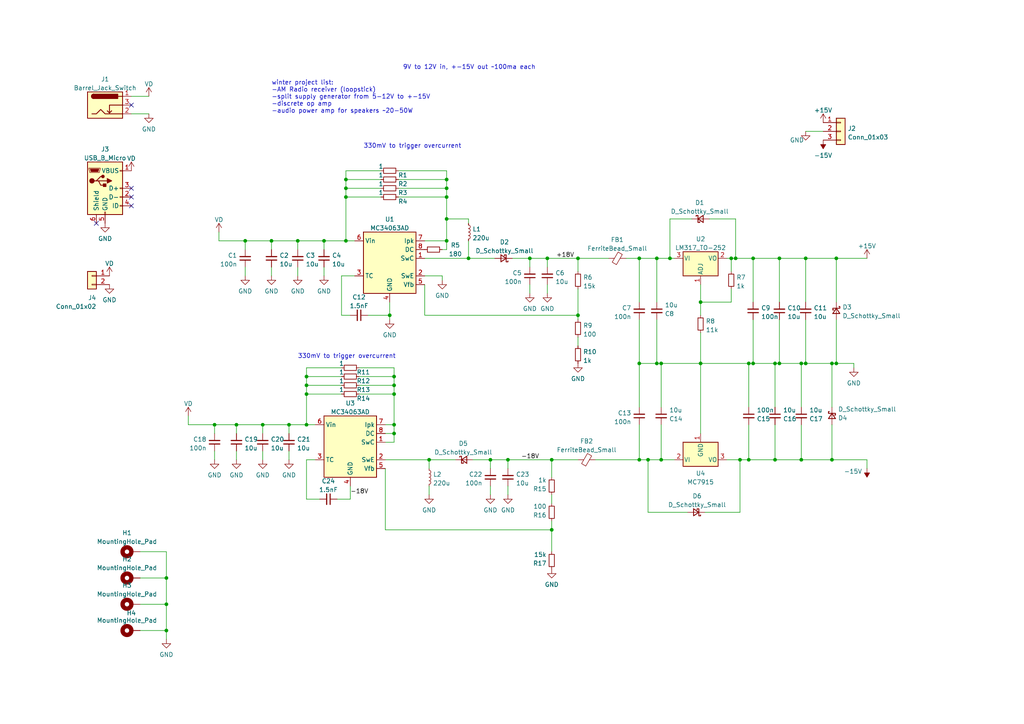
<source format=kicad_sch>
(kicad_sch (version 20211123) (generator eeschema)

  (uuid e63e39d7-6ac0-4ffd-8aa3-1841a4541b55)

  (paper "A4")

  (lib_symbols
    (symbol "Connector:Barrel_Jack_Switch" (pin_names hide) (in_bom yes) (on_board yes)
      (property "Reference" "J" (id 0) (at 0 5.334 0)
        (effects (font (size 1.27 1.27)))
      )
      (property "Value" "Barrel_Jack_Switch" (id 1) (at 0 -5.08 0)
        (effects (font (size 1.27 1.27)))
      )
      (property "Footprint" "" (id 2) (at 1.27 -1.016 0)
        (effects (font (size 1.27 1.27)) hide)
      )
      (property "Datasheet" "~" (id 3) (at 1.27 -1.016 0)
        (effects (font (size 1.27 1.27)) hide)
      )
      (property "ki_keywords" "DC power barrel jack connector" (id 4) (at 0 0 0)
        (effects (font (size 1.27 1.27)) hide)
      )
      (property "ki_description" "DC Barrel Jack with an internal switch" (id 5) (at 0 0 0)
        (effects (font (size 1.27 1.27)) hide)
      )
      (property "ki_fp_filters" "BarrelJack*" (id 6) (at 0 0 0)
        (effects (font (size 1.27 1.27)) hide)
      )
      (symbol "Barrel_Jack_Switch_0_1"
        (rectangle (start -5.08 3.81) (end 5.08 -3.81)
          (stroke (width 0.254) (type default) (color 0 0 0 0))
          (fill (type background))
        )
        (arc (start -3.302 3.175) (mid -3.937 2.54) (end -3.302 1.905)
          (stroke (width 0.254) (type default) (color 0 0 0 0))
          (fill (type none))
        )
        (arc (start -3.302 3.175) (mid -3.937 2.54) (end -3.302 1.905)
          (stroke (width 0.254) (type default) (color 0 0 0 0))
          (fill (type outline))
        )
        (polyline
          (pts
            (xy 1.27 -2.286)
            (xy 1.905 -1.651)
          )
          (stroke (width 0.254) (type default) (color 0 0 0 0))
          (fill (type none))
        )
        (polyline
          (pts
            (xy 5.08 2.54)
            (xy 3.81 2.54)
          )
          (stroke (width 0.254) (type default) (color 0 0 0 0))
          (fill (type none))
        )
        (polyline
          (pts
            (xy 5.08 0)
            (xy 1.27 0)
            (xy 1.27 -2.286)
            (xy 0.635 -1.651)
          )
          (stroke (width 0.254) (type default) (color 0 0 0 0))
          (fill (type none))
        )
        (polyline
          (pts
            (xy -3.81 -2.54)
            (xy -2.54 -2.54)
            (xy -1.27 -1.27)
            (xy 0 -2.54)
            (xy 2.54 -2.54)
            (xy 5.08 -2.54)
          )
          (stroke (width 0.254) (type default) (color 0 0 0 0))
          (fill (type none))
        )
        (rectangle (start 3.683 3.175) (end -3.302 1.905)
          (stroke (width 0.254) (type default) (color 0 0 0 0))
          (fill (type outline))
        )
      )
      (symbol "Barrel_Jack_Switch_1_1"
        (pin passive line (at 7.62 2.54 180) (length 2.54)
          (name "~" (effects (font (size 1.27 1.27))))
          (number "1" (effects (font (size 1.27 1.27))))
        )
        (pin passive line (at 7.62 -2.54 180) (length 2.54)
          (name "~" (effects (font (size 1.27 1.27))))
          (number "2" (effects (font (size 1.27 1.27))))
        )
        (pin passive line (at 7.62 0 180) (length 2.54)
          (name "~" (effects (font (size 1.27 1.27))))
          (number "3" (effects (font (size 1.27 1.27))))
        )
      )
    )
    (symbol "Connector:USB_B_Micro" (pin_names (offset 1.016)) (in_bom yes) (on_board yes)
      (property "Reference" "J" (id 0) (at -5.08 11.43 0)
        (effects (font (size 1.27 1.27)) (justify left))
      )
      (property "Value" "USB_B_Micro" (id 1) (at -5.08 8.89 0)
        (effects (font (size 1.27 1.27)) (justify left))
      )
      (property "Footprint" "" (id 2) (at 3.81 -1.27 0)
        (effects (font (size 1.27 1.27)) hide)
      )
      (property "Datasheet" "~" (id 3) (at 3.81 -1.27 0)
        (effects (font (size 1.27 1.27)) hide)
      )
      (property "ki_keywords" "connector USB micro" (id 4) (at 0 0 0)
        (effects (font (size 1.27 1.27)) hide)
      )
      (property "ki_description" "USB Micro Type B connector" (id 5) (at 0 0 0)
        (effects (font (size 1.27 1.27)) hide)
      )
      (property "ki_fp_filters" "USB*" (id 6) (at 0 0 0)
        (effects (font (size 1.27 1.27)) hide)
      )
      (symbol "USB_B_Micro_0_1"
        (rectangle (start -5.08 -7.62) (end 5.08 7.62)
          (stroke (width 0.254) (type default) (color 0 0 0 0))
          (fill (type background))
        )
        (circle (center -3.81 2.159) (radius 0.635)
          (stroke (width 0.254) (type default) (color 0 0 0 0))
          (fill (type outline))
        )
        (circle (center -0.635 3.429) (radius 0.381)
          (stroke (width 0.254) (type default) (color 0 0 0 0))
          (fill (type outline))
        )
        (rectangle (start -0.127 -7.62) (end 0.127 -6.858)
          (stroke (width 0) (type default) (color 0 0 0 0))
          (fill (type none))
        )
        (polyline
          (pts
            (xy -1.905 2.159)
            (xy 0.635 2.159)
          )
          (stroke (width 0.254) (type default) (color 0 0 0 0))
          (fill (type none))
        )
        (polyline
          (pts
            (xy -3.175 2.159)
            (xy -2.54 2.159)
            (xy -1.27 3.429)
            (xy -0.635 3.429)
          )
          (stroke (width 0.254) (type default) (color 0 0 0 0))
          (fill (type none))
        )
        (polyline
          (pts
            (xy -2.54 2.159)
            (xy -1.905 2.159)
            (xy -1.27 0.889)
            (xy 0 0.889)
          )
          (stroke (width 0.254) (type default) (color 0 0 0 0))
          (fill (type none))
        )
        (polyline
          (pts
            (xy 0.635 2.794)
            (xy 0.635 1.524)
            (xy 1.905 2.159)
            (xy 0.635 2.794)
          )
          (stroke (width 0.254) (type default) (color 0 0 0 0))
          (fill (type outline))
        )
        (polyline
          (pts
            (xy -4.318 5.588)
            (xy -1.778 5.588)
            (xy -2.032 4.826)
            (xy -4.064 4.826)
            (xy -4.318 5.588)
          )
          (stroke (width 0) (type default) (color 0 0 0 0))
          (fill (type outline))
        )
        (polyline
          (pts
            (xy -4.699 5.842)
            (xy -4.699 5.588)
            (xy -4.445 4.826)
            (xy -4.445 4.572)
            (xy -1.651 4.572)
            (xy -1.651 4.826)
            (xy -1.397 5.588)
            (xy -1.397 5.842)
            (xy -4.699 5.842)
          )
          (stroke (width 0) (type default) (color 0 0 0 0))
          (fill (type none))
        )
        (rectangle (start 0.254 1.27) (end -0.508 0.508)
          (stroke (width 0.254) (type default) (color 0 0 0 0))
          (fill (type outline))
        )
        (rectangle (start 5.08 -5.207) (end 4.318 -4.953)
          (stroke (width 0) (type default) (color 0 0 0 0))
          (fill (type none))
        )
        (rectangle (start 5.08 -2.667) (end 4.318 -2.413)
          (stroke (width 0) (type default) (color 0 0 0 0))
          (fill (type none))
        )
        (rectangle (start 5.08 -0.127) (end 4.318 0.127)
          (stroke (width 0) (type default) (color 0 0 0 0))
          (fill (type none))
        )
        (rectangle (start 5.08 4.953) (end 4.318 5.207)
          (stroke (width 0) (type default) (color 0 0 0 0))
          (fill (type none))
        )
      )
      (symbol "USB_B_Micro_1_1"
        (pin power_out line (at 7.62 5.08 180) (length 2.54)
          (name "VBUS" (effects (font (size 1.27 1.27))))
          (number "1" (effects (font (size 1.27 1.27))))
        )
        (pin bidirectional line (at 7.62 -2.54 180) (length 2.54)
          (name "D-" (effects (font (size 1.27 1.27))))
          (number "2" (effects (font (size 1.27 1.27))))
        )
        (pin bidirectional line (at 7.62 0 180) (length 2.54)
          (name "D+" (effects (font (size 1.27 1.27))))
          (number "3" (effects (font (size 1.27 1.27))))
        )
        (pin passive line (at 7.62 -5.08 180) (length 2.54)
          (name "ID" (effects (font (size 1.27 1.27))))
          (number "4" (effects (font (size 1.27 1.27))))
        )
        (pin power_out line (at 0 -10.16 90) (length 2.54)
          (name "GND" (effects (font (size 1.27 1.27))))
          (number "5" (effects (font (size 1.27 1.27))))
        )
        (pin passive line (at -2.54 -10.16 90) (length 2.54)
          (name "Shield" (effects (font (size 1.27 1.27))))
          (number "6" (effects (font (size 1.27 1.27))))
        )
      )
    )
    (symbol "Connector_Generic:Conn_01x02" (pin_names (offset 1.016) hide) (in_bom yes) (on_board yes)
      (property "Reference" "J" (id 0) (at 0 2.54 0)
        (effects (font (size 1.27 1.27)))
      )
      (property "Value" "Conn_01x02" (id 1) (at 0 -5.08 0)
        (effects (font (size 1.27 1.27)))
      )
      (property "Footprint" "" (id 2) (at 0 0 0)
        (effects (font (size 1.27 1.27)) hide)
      )
      (property "Datasheet" "~" (id 3) (at 0 0 0)
        (effects (font (size 1.27 1.27)) hide)
      )
      (property "ki_keywords" "connector" (id 4) (at 0 0 0)
        (effects (font (size 1.27 1.27)) hide)
      )
      (property "ki_description" "Generic connector, single row, 01x02, script generated (kicad-library-utils/schlib/autogen/connector/)" (id 5) (at 0 0 0)
        (effects (font (size 1.27 1.27)) hide)
      )
      (property "ki_fp_filters" "Connector*:*_1x??_*" (id 6) (at 0 0 0)
        (effects (font (size 1.27 1.27)) hide)
      )
      (symbol "Conn_01x02_1_1"
        (rectangle (start -1.27 -2.413) (end 0 -2.667)
          (stroke (width 0.1524) (type default) (color 0 0 0 0))
          (fill (type none))
        )
        (rectangle (start -1.27 0.127) (end 0 -0.127)
          (stroke (width 0.1524) (type default) (color 0 0 0 0))
          (fill (type none))
        )
        (rectangle (start -1.27 1.27) (end 1.27 -3.81)
          (stroke (width 0.254) (type default) (color 0 0 0 0))
          (fill (type background))
        )
        (pin passive line (at -5.08 0 0) (length 3.81)
          (name "Pin_1" (effects (font (size 1.27 1.27))))
          (number "1" (effects (font (size 1.27 1.27))))
        )
        (pin passive line (at -5.08 -2.54 0) (length 3.81)
          (name "Pin_2" (effects (font (size 1.27 1.27))))
          (number "2" (effects (font (size 1.27 1.27))))
        )
      )
    )
    (symbol "Connector_Generic:Conn_01x03" (pin_names (offset 1.016) hide) (in_bom yes) (on_board yes)
      (property "Reference" "J" (id 0) (at 0 5.08 0)
        (effects (font (size 1.27 1.27)))
      )
      (property "Value" "Conn_01x03" (id 1) (at 0 -5.08 0)
        (effects (font (size 1.27 1.27)))
      )
      (property "Footprint" "" (id 2) (at 0 0 0)
        (effects (font (size 1.27 1.27)) hide)
      )
      (property "Datasheet" "~" (id 3) (at 0 0 0)
        (effects (font (size 1.27 1.27)) hide)
      )
      (property "ki_keywords" "connector" (id 4) (at 0 0 0)
        (effects (font (size 1.27 1.27)) hide)
      )
      (property "ki_description" "Generic connector, single row, 01x03, script generated (kicad-library-utils/schlib/autogen/connector/)" (id 5) (at 0 0 0)
        (effects (font (size 1.27 1.27)) hide)
      )
      (property "ki_fp_filters" "Connector*:*_1x??_*" (id 6) (at 0 0 0)
        (effects (font (size 1.27 1.27)) hide)
      )
      (symbol "Conn_01x03_1_1"
        (rectangle (start -1.27 -2.413) (end 0 -2.667)
          (stroke (width 0.1524) (type default) (color 0 0 0 0))
          (fill (type none))
        )
        (rectangle (start -1.27 0.127) (end 0 -0.127)
          (stroke (width 0.1524) (type default) (color 0 0 0 0))
          (fill (type none))
        )
        (rectangle (start -1.27 2.667) (end 0 2.413)
          (stroke (width 0.1524) (type default) (color 0 0 0 0))
          (fill (type none))
        )
        (rectangle (start -1.27 3.81) (end 1.27 -3.81)
          (stroke (width 0.254) (type default) (color 0 0 0 0))
          (fill (type background))
        )
        (pin passive line (at -5.08 2.54 0) (length 3.81)
          (name "Pin_1" (effects (font (size 1.27 1.27))))
          (number "1" (effects (font (size 1.27 1.27))))
        )
        (pin passive line (at -5.08 0 0) (length 3.81)
          (name "Pin_2" (effects (font (size 1.27 1.27))))
          (number "2" (effects (font (size 1.27 1.27))))
        )
        (pin passive line (at -5.08 -2.54 0) (length 3.81)
          (name "Pin_3" (effects (font (size 1.27 1.27))))
          (number "3" (effects (font (size 1.27 1.27))))
        )
      )
    )
    (symbol "Device:C_Small" (pin_numbers hide) (pin_names (offset 0.254) hide) (in_bom yes) (on_board yes)
      (property "Reference" "C" (id 0) (at 0.254 1.778 0)
        (effects (font (size 1.27 1.27)) (justify left))
      )
      (property "Value" "C_Small" (id 1) (at 0.254 -2.032 0)
        (effects (font (size 1.27 1.27)) (justify left))
      )
      (property "Footprint" "" (id 2) (at 0 0 0)
        (effects (font (size 1.27 1.27)) hide)
      )
      (property "Datasheet" "~" (id 3) (at 0 0 0)
        (effects (font (size 1.27 1.27)) hide)
      )
      (property "ki_keywords" "capacitor cap" (id 4) (at 0 0 0)
        (effects (font (size 1.27 1.27)) hide)
      )
      (property "ki_description" "Unpolarized capacitor, small symbol" (id 5) (at 0 0 0)
        (effects (font (size 1.27 1.27)) hide)
      )
      (property "ki_fp_filters" "C_*" (id 6) (at 0 0 0)
        (effects (font (size 1.27 1.27)) hide)
      )
      (symbol "C_Small_0_1"
        (polyline
          (pts
            (xy -1.524 -0.508)
            (xy 1.524 -0.508)
          )
          (stroke (width 0.3302) (type default) (color 0 0 0 0))
          (fill (type none))
        )
        (polyline
          (pts
            (xy -1.524 0.508)
            (xy 1.524 0.508)
          )
          (stroke (width 0.3048) (type default) (color 0 0 0 0))
          (fill (type none))
        )
      )
      (symbol "C_Small_1_1"
        (pin passive line (at 0 2.54 270) (length 2.032)
          (name "~" (effects (font (size 1.27 1.27))))
          (number "1" (effects (font (size 1.27 1.27))))
        )
        (pin passive line (at 0 -2.54 90) (length 2.032)
          (name "~" (effects (font (size 1.27 1.27))))
          (number "2" (effects (font (size 1.27 1.27))))
        )
      )
    )
    (symbol "Device:D_Schottky_Small" (pin_numbers hide) (pin_names (offset 0.254) hide) (in_bom yes) (on_board yes)
      (property "Reference" "D" (id 0) (at -1.27 2.032 0)
        (effects (font (size 1.27 1.27)) (justify left))
      )
      (property "Value" "D_Schottky_Small" (id 1) (at -7.112 -2.032 0)
        (effects (font (size 1.27 1.27)) (justify left))
      )
      (property "Footprint" "" (id 2) (at 0 0 90)
        (effects (font (size 1.27 1.27)) hide)
      )
      (property "Datasheet" "~" (id 3) (at 0 0 90)
        (effects (font (size 1.27 1.27)) hide)
      )
      (property "ki_keywords" "diode Schottky" (id 4) (at 0 0 0)
        (effects (font (size 1.27 1.27)) hide)
      )
      (property "ki_description" "Schottky diode, small symbol" (id 5) (at 0 0 0)
        (effects (font (size 1.27 1.27)) hide)
      )
      (property "ki_fp_filters" "TO-???* *_Diode_* *SingleDiode* D_*" (id 6) (at 0 0 0)
        (effects (font (size 1.27 1.27)) hide)
      )
      (symbol "D_Schottky_Small_0_1"
        (polyline
          (pts
            (xy -0.762 0)
            (xy 0.762 0)
          )
          (stroke (width 0) (type default) (color 0 0 0 0))
          (fill (type none))
        )
        (polyline
          (pts
            (xy 0.762 -1.016)
            (xy -0.762 0)
            (xy 0.762 1.016)
            (xy 0.762 -1.016)
          )
          (stroke (width 0.254) (type default) (color 0 0 0 0))
          (fill (type none))
        )
        (polyline
          (pts
            (xy -1.27 0.762)
            (xy -1.27 1.016)
            (xy -0.762 1.016)
            (xy -0.762 -1.016)
            (xy -0.254 -1.016)
            (xy -0.254 -0.762)
          )
          (stroke (width 0.254) (type default) (color 0 0 0 0))
          (fill (type none))
        )
      )
      (symbol "D_Schottky_Small_1_1"
        (pin passive line (at -2.54 0 0) (length 1.778)
          (name "K" (effects (font (size 1.27 1.27))))
          (number "1" (effects (font (size 1.27 1.27))))
        )
        (pin passive line (at 2.54 0 180) (length 1.778)
          (name "A" (effects (font (size 1.27 1.27))))
          (number "2" (effects (font (size 1.27 1.27))))
        )
      )
    )
    (symbol "Device:FerriteBead_Small" (pin_numbers hide) (pin_names (offset 0)) (in_bom yes) (on_board yes)
      (property "Reference" "FB" (id 0) (at 1.905 1.27 0)
        (effects (font (size 1.27 1.27)) (justify left))
      )
      (property "Value" "FerriteBead_Small" (id 1) (at 1.905 -1.27 0)
        (effects (font (size 1.27 1.27)) (justify left))
      )
      (property "Footprint" "" (id 2) (at -1.778 0 90)
        (effects (font (size 1.27 1.27)) hide)
      )
      (property "Datasheet" "~" (id 3) (at 0 0 0)
        (effects (font (size 1.27 1.27)) hide)
      )
      (property "ki_keywords" "L ferrite bead inductor filter" (id 4) (at 0 0 0)
        (effects (font (size 1.27 1.27)) hide)
      )
      (property "ki_description" "Ferrite bead, small symbol" (id 5) (at 0 0 0)
        (effects (font (size 1.27 1.27)) hide)
      )
      (property "ki_fp_filters" "Inductor_* L_* *Ferrite*" (id 6) (at 0 0 0)
        (effects (font (size 1.27 1.27)) hide)
      )
      (symbol "FerriteBead_Small_0_1"
        (polyline
          (pts
            (xy 0 -1.27)
            (xy 0 -0.7874)
          )
          (stroke (width 0) (type default) (color 0 0 0 0))
          (fill (type none))
        )
        (polyline
          (pts
            (xy 0 0.889)
            (xy 0 1.2954)
          )
          (stroke (width 0) (type default) (color 0 0 0 0))
          (fill (type none))
        )
        (polyline
          (pts
            (xy -1.8288 0.2794)
            (xy -1.1176 1.4986)
            (xy 1.8288 -0.2032)
            (xy 1.1176 -1.4224)
            (xy -1.8288 0.2794)
          )
          (stroke (width 0) (type default) (color 0 0 0 0))
          (fill (type none))
        )
      )
      (symbol "FerriteBead_Small_1_1"
        (pin passive line (at 0 2.54 270) (length 1.27)
          (name "~" (effects (font (size 1.27 1.27))))
          (number "1" (effects (font (size 1.27 1.27))))
        )
        (pin passive line (at 0 -2.54 90) (length 1.27)
          (name "~" (effects (font (size 1.27 1.27))))
          (number "2" (effects (font (size 1.27 1.27))))
        )
      )
    )
    (symbol "Device:L_Small" (pin_numbers hide) (pin_names (offset 0.254) hide) (in_bom yes) (on_board yes)
      (property "Reference" "L" (id 0) (at 0.762 1.016 0)
        (effects (font (size 1.27 1.27)) (justify left))
      )
      (property "Value" "L_Small" (id 1) (at 0.762 -1.016 0)
        (effects (font (size 1.27 1.27)) (justify left))
      )
      (property "Footprint" "" (id 2) (at 0 0 0)
        (effects (font (size 1.27 1.27)) hide)
      )
      (property "Datasheet" "~" (id 3) (at 0 0 0)
        (effects (font (size 1.27 1.27)) hide)
      )
      (property "ki_keywords" "inductor choke coil reactor magnetic" (id 4) (at 0 0 0)
        (effects (font (size 1.27 1.27)) hide)
      )
      (property "ki_description" "Inductor, small symbol" (id 5) (at 0 0 0)
        (effects (font (size 1.27 1.27)) hide)
      )
      (property "ki_fp_filters" "Choke_* *Coil* Inductor_* L_*" (id 6) (at 0 0 0)
        (effects (font (size 1.27 1.27)) hide)
      )
      (symbol "L_Small_0_1"
        (arc (start 0 -2.032) (mid 0.508 -1.524) (end 0 -1.016)
          (stroke (width 0) (type default) (color 0 0 0 0))
          (fill (type none))
        )
        (arc (start 0 -1.016) (mid 0.508 -0.508) (end 0 0)
          (stroke (width 0) (type default) (color 0 0 0 0))
          (fill (type none))
        )
        (arc (start 0 0) (mid 0.508 0.508) (end 0 1.016)
          (stroke (width 0) (type default) (color 0 0 0 0))
          (fill (type none))
        )
        (arc (start 0 1.016) (mid 0.508 1.524) (end 0 2.032)
          (stroke (width 0) (type default) (color 0 0 0 0))
          (fill (type none))
        )
      )
      (symbol "L_Small_1_1"
        (pin passive line (at 0 2.54 270) (length 0.508)
          (name "~" (effects (font (size 1.27 1.27))))
          (number "1" (effects (font (size 1.27 1.27))))
        )
        (pin passive line (at 0 -2.54 90) (length 0.508)
          (name "~" (effects (font (size 1.27 1.27))))
          (number "2" (effects (font (size 1.27 1.27))))
        )
      )
    )
    (symbol "Device:R_Small" (pin_numbers hide) (pin_names (offset 0.254) hide) (in_bom yes) (on_board yes)
      (property "Reference" "R" (id 0) (at 0.762 0.508 0)
        (effects (font (size 1.27 1.27)) (justify left))
      )
      (property "Value" "R_Small" (id 1) (at 0.762 -1.016 0)
        (effects (font (size 1.27 1.27)) (justify left))
      )
      (property "Footprint" "" (id 2) (at 0 0 0)
        (effects (font (size 1.27 1.27)) hide)
      )
      (property "Datasheet" "~" (id 3) (at 0 0 0)
        (effects (font (size 1.27 1.27)) hide)
      )
      (property "ki_keywords" "R resistor" (id 4) (at 0 0 0)
        (effects (font (size 1.27 1.27)) hide)
      )
      (property "ki_description" "Resistor, small symbol" (id 5) (at 0 0 0)
        (effects (font (size 1.27 1.27)) hide)
      )
      (property "ki_fp_filters" "R_*" (id 6) (at 0 0 0)
        (effects (font (size 1.27 1.27)) hide)
      )
      (symbol "R_Small_0_1"
        (rectangle (start -0.762 1.778) (end 0.762 -1.778)
          (stroke (width 0.2032) (type default) (color 0 0 0 0))
          (fill (type none))
        )
      )
      (symbol "R_Small_1_1"
        (pin passive line (at 0 2.54 270) (length 0.762)
          (name "~" (effects (font (size 1.27 1.27))))
          (number "1" (effects (font (size 1.27 1.27))))
        )
        (pin passive line (at 0 -2.54 90) (length 0.762)
          (name "~" (effects (font (size 1.27 1.27))))
          (number "2" (effects (font (size 1.27 1.27))))
        )
      )
    )
    (symbol "Mechanical:MountingHole_Pad" (pin_numbers hide) (pin_names (offset 1.016) hide) (in_bom yes) (on_board yes)
      (property "Reference" "H" (id 0) (at 0 6.35 0)
        (effects (font (size 1.27 1.27)))
      )
      (property "Value" "MountingHole_Pad" (id 1) (at 0 4.445 0)
        (effects (font (size 1.27 1.27)))
      )
      (property "Footprint" "" (id 2) (at 0 0 0)
        (effects (font (size 1.27 1.27)) hide)
      )
      (property "Datasheet" "~" (id 3) (at 0 0 0)
        (effects (font (size 1.27 1.27)) hide)
      )
      (property "ki_keywords" "mounting hole" (id 4) (at 0 0 0)
        (effects (font (size 1.27 1.27)) hide)
      )
      (property "ki_description" "Mounting Hole with connection" (id 5) (at 0 0 0)
        (effects (font (size 1.27 1.27)) hide)
      )
      (property "ki_fp_filters" "MountingHole*Pad*" (id 6) (at 0 0 0)
        (effects (font (size 1.27 1.27)) hide)
      )
      (symbol "MountingHole_Pad_0_1"
        (circle (center 0 1.27) (radius 1.27)
          (stroke (width 1.27) (type default) (color 0 0 0 0))
          (fill (type none))
        )
      )
      (symbol "MountingHole_Pad_1_1"
        (pin input line (at 0 -2.54 90) (length 2.54)
          (name "1" (effects (font (size 1.27 1.27))))
          (number "1" (effects (font (size 1.27 1.27))))
        )
      )
    )
    (symbol "Regulator_Linear:LM317_TO-252" (pin_names (offset 0.254)) (in_bom yes) (on_board yes)
      (property "Reference" "U" (id 0) (at -3.81 3.175 0)
        (effects (font (size 1.27 1.27)))
      )
      (property "Value" "LM317_TO-252" (id 1) (at 0 3.175 0)
        (effects (font (size 1.27 1.27)) (justify left))
      )
      (property "Footprint" "Package_TO_SOT_SMD:TO-252-2" (id 2) (at 0 6.35 0)
        (effects (font (size 1.27 1.27) italic) hide)
      )
      (property "Datasheet" "http://www.ti.com/lit/ds/snvs774n/snvs774n.pdf" (id 3) (at 0 0 0)
        (effects (font (size 1.27 1.27)) hide)
      )
      (property "ki_keywords" "Adjustable Voltage Regulator 1A Positive" (id 4) (at 0 0 0)
        (effects (font (size 1.27 1.27)) hide)
      )
      (property "ki_description" "1.5A 35V Adjustable Linear Regulator, TO-252" (id 5) (at 0 0 0)
        (effects (font (size 1.27 1.27)) hide)
      )
      (property "ki_fp_filters" "TO?252*" (id 6) (at 0 0 0)
        (effects (font (size 1.27 1.27)) hide)
      )
      (symbol "LM317_TO-252_0_1"
        (rectangle (start -5.08 1.905) (end 5.08 -5.08)
          (stroke (width 0.254) (type default) (color 0 0 0 0))
          (fill (type background))
        )
      )
      (symbol "LM317_TO-252_1_1"
        (pin input line (at 0 -7.62 90) (length 2.54)
          (name "ADJ" (effects (font (size 1.27 1.27))))
          (number "1" (effects (font (size 1.27 1.27))))
        )
        (pin power_out line (at 7.62 0 180) (length 2.54)
          (name "VO" (effects (font (size 1.27 1.27))))
          (number "2" (effects (font (size 1.27 1.27))))
        )
        (pin power_in line (at -7.62 0 0) (length 2.54)
          (name "VI" (effects (font (size 1.27 1.27))))
          (number "3" (effects (font (size 1.27 1.27))))
        )
      )
    )
    (symbol "Regulator_Linear:MC7915" (pin_names (offset 0.254)) (in_bom yes) (on_board yes)
      (property "Reference" "U" (id 0) (at -3.81 -3.175 0)
        (effects (font (size 1.27 1.27)))
      )
      (property "Value" "MC7915" (id 1) (at 0 -3.175 0)
        (effects (font (size 1.27 1.27)) (justify left))
      )
      (property "Footprint" "" (id 2) (at 0 -5.08 0)
        (effects (font (size 1.27 1.27) italic) hide)
      )
      (property "Datasheet" "http://www.onsemi.com/pub/Collateral/MC7900-D.PDF" (id 3) (at 0 0 0)
        (effects (font (size 1.27 1.27)) hide)
      )
      (property "ki_keywords" "Voltage Regulator 1.5A Negative" (id 4) (at 0 0 0)
        (effects (font (size 1.27 1.27)) hide)
      )
      (property "ki_description" "Negative 1A 35V Linear Regulator, Fixed Output -15V, TO-220/TO-263" (id 5) (at 0 0 0)
        (effects (font (size 1.27 1.27)) hide)
      )
      (property "ki_fp_filters" "TO?220* TO?263*" (id 6) (at 0 0 0)
        (effects (font (size 1.27 1.27)) hide)
      )
      (symbol "MC7915_0_1"
        (rectangle (start -5.08 5.08) (end 5.08 -1.905)
          (stroke (width 0.254) (type default) (color 0 0 0 0))
          (fill (type background))
        )
      )
      (symbol "MC7915_1_1"
        (pin power_in line (at 0 7.62 270) (length 2.54)
          (name "GND" (effects (font (size 1.27 1.27))))
          (number "1" (effects (font (size 1.27 1.27))))
        )
        (pin power_in line (at -7.62 0 0) (length 2.54)
          (name "VI" (effects (font (size 1.27 1.27))))
          (number "2" (effects (font (size 1.27 1.27))))
        )
        (pin power_out line (at 7.62 0 180) (length 2.54)
          (name "VO" (effects (font (size 1.27 1.27))))
          (number "3" (effects (font (size 1.27 1.27))))
        )
      )
    )
    (symbol "Regulator_Switching:MC34063AD" (in_bom yes) (on_board yes)
      (property "Reference" "U" (id 0) (at -7.62 8.89 0)
        (effects (font (size 1.27 1.27)) (justify left))
      )
      (property "Value" "MC34063AD" (id 1) (at 0 8.89 0)
        (effects (font (size 1.27 1.27)) (justify left))
      )
      (property "Footprint" "Package_SO:SOIC-8_3.9x4.9mm_P1.27mm" (id 2) (at 1.27 -11.43 0)
        (effects (font (size 1.27 1.27)) (justify left) hide)
      )
      (property "Datasheet" "http://www.onsemi.com/pub_link/Collateral/MC34063A-D.PDF" (id 3) (at 12.7 -2.54 0)
        (effects (font (size 1.27 1.27)) hide)
      )
      (property "ki_keywords" "smps buck boost inverting" (id 4) (at 0 0 0)
        (effects (font (size 1.27 1.27)) hide)
      )
      (property "ki_description" "1.5A, step-up/down/inverting switching regulator, 3-40V Vin, 100kHz, SO-8" (id 5) (at 0 0 0)
        (effects (font (size 1.27 1.27)) hide)
      )
      (property "ki_fp_filters" "SOIC*3.9x4.9mm*P1.27mm*" (id 6) (at 0 0 0)
        (effects (font (size 1.27 1.27)) hide)
      )
      (symbol "MC34063AD_0_1"
        (rectangle (start -7.62 7.62) (end 7.62 -10.16)
          (stroke (width 0.254) (type default) (color 0 0 0 0))
          (fill (type background))
        )
      )
      (symbol "MC34063AD_1_1"
        (pin open_collector line (at 10.16 0 180) (length 2.54)
          (name "SwC" (effects (font (size 1.27 1.27))))
          (number "1" (effects (font (size 1.27 1.27))))
        )
        (pin open_emitter line (at 10.16 -5.08 180) (length 2.54)
          (name "SwE" (effects (font (size 1.27 1.27))))
          (number "2" (effects (font (size 1.27 1.27))))
        )
        (pin passive line (at -10.16 -5.08 0) (length 2.54)
          (name "TC" (effects (font (size 1.27 1.27))))
          (number "3" (effects (font (size 1.27 1.27))))
        )
        (pin power_in line (at 0 -12.7 90) (length 2.54)
          (name "GND" (effects (font (size 1.27 1.27))))
          (number "4" (effects (font (size 1.27 1.27))))
        )
        (pin input line (at 10.16 -7.62 180) (length 2.54)
          (name "Vfb" (effects (font (size 1.27 1.27))))
          (number "5" (effects (font (size 1.27 1.27))))
        )
        (pin power_in line (at -10.16 5.08 0) (length 2.54)
          (name "Vin" (effects (font (size 1.27 1.27))))
          (number "6" (effects (font (size 1.27 1.27))))
        )
        (pin input line (at 10.16 5.08 180) (length 2.54)
          (name "Ipk" (effects (font (size 1.27 1.27))))
          (number "7" (effects (font (size 1.27 1.27))))
        )
        (pin open_collector line (at 10.16 2.54 180) (length 2.54)
          (name "DC" (effects (font (size 1.27 1.27))))
          (number "8" (effects (font (size 1.27 1.27))))
        )
      )
    )
    (symbol "power:+15V" (power) (pin_names (offset 0)) (in_bom yes) (on_board yes)
      (property "Reference" "#PWR" (id 0) (at 0 -3.81 0)
        (effects (font (size 1.27 1.27)) hide)
      )
      (property "Value" "+15V" (id 1) (at 0 3.556 0)
        (effects (font (size 1.27 1.27)))
      )
      (property "Footprint" "" (id 2) (at 0 0 0)
        (effects (font (size 1.27 1.27)) hide)
      )
      (property "Datasheet" "" (id 3) (at 0 0 0)
        (effects (font (size 1.27 1.27)) hide)
      )
      (property "ki_keywords" "power-flag" (id 4) (at 0 0 0)
        (effects (font (size 1.27 1.27)) hide)
      )
      (property "ki_description" "Power symbol creates a global label with name \"+15V\"" (id 5) (at 0 0 0)
        (effects (font (size 1.27 1.27)) hide)
      )
      (symbol "+15V_0_1"
        (polyline
          (pts
            (xy -0.762 1.27)
            (xy 0 2.54)
          )
          (stroke (width 0) (type default) (color 0 0 0 0))
          (fill (type none))
        )
        (polyline
          (pts
            (xy 0 0)
            (xy 0 2.54)
          )
          (stroke (width 0) (type default) (color 0 0 0 0))
          (fill (type none))
        )
        (polyline
          (pts
            (xy 0 2.54)
            (xy 0.762 1.27)
          )
          (stroke (width 0) (type default) (color 0 0 0 0))
          (fill (type none))
        )
      )
      (symbol "+15V_1_1"
        (pin power_in line (at 0 0 90) (length 0) hide
          (name "+15V" (effects (font (size 1.27 1.27))))
          (number "1" (effects (font (size 1.27 1.27))))
        )
      )
    )
    (symbol "power:-15V" (power) (pin_names (offset 0)) (in_bom yes) (on_board yes)
      (property "Reference" "#PWR" (id 0) (at 0 2.54 0)
        (effects (font (size 1.27 1.27)) hide)
      )
      (property "Value" "-15V" (id 1) (at 0 3.81 0)
        (effects (font (size 1.27 1.27)))
      )
      (property "Footprint" "" (id 2) (at 0 0 0)
        (effects (font (size 1.27 1.27)) hide)
      )
      (property "Datasheet" "" (id 3) (at 0 0 0)
        (effects (font (size 1.27 1.27)) hide)
      )
      (property "ki_keywords" "power-flag" (id 4) (at 0 0 0)
        (effects (font (size 1.27 1.27)) hide)
      )
      (property "ki_description" "Power symbol creates a global label with name \"-15V\"" (id 5) (at 0 0 0)
        (effects (font (size 1.27 1.27)) hide)
      )
      (symbol "-15V_0_0"
        (pin power_in line (at 0 0 90) (length 0) hide
          (name "-15V" (effects (font (size 1.27 1.27))))
          (number "1" (effects (font (size 1.27 1.27))))
        )
      )
      (symbol "-15V_0_1"
        (polyline
          (pts
            (xy 0 0)
            (xy 0 1.27)
            (xy 0.762 1.27)
            (xy 0 2.54)
            (xy -0.762 1.27)
            (xy 0 1.27)
          )
          (stroke (width 0) (type default) (color 0 0 0 0))
          (fill (type outline))
        )
      )
    )
    (symbol "power:GND" (power) (pin_names (offset 0)) (in_bom yes) (on_board yes)
      (property "Reference" "#PWR" (id 0) (at 0 -6.35 0)
        (effects (font (size 1.27 1.27)) hide)
      )
      (property "Value" "GND" (id 1) (at 0 -3.81 0)
        (effects (font (size 1.27 1.27)))
      )
      (property "Footprint" "" (id 2) (at 0 0 0)
        (effects (font (size 1.27 1.27)) hide)
      )
      (property "Datasheet" "" (id 3) (at 0 0 0)
        (effects (font (size 1.27 1.27)) hide)
      )
      (property "ki_keywords" "power-flag" (id 4) (at 0 0 0)
        (effects (font (size 1.27 1.27)) hide)
      )
      (property "ki_description" "Power symbol creates a global label with name \"GND\" , ground" (id 5) (at 0 0 0)
        (effects (font (size 1.27 1.27)) hide)
      )
      (symbol "GND_0_1"
        (polyline
          (pts
            (xy 0 0)
            (xy 0 -1.27)
            (xy 1.27 -1.27)
            (xy 0 -2.54)
            (xy -1.27 -1.27)
            (xy 0 -1.27)
          )
          (stroke (width 0) (type default) (color 0 0 0 0))
          (fill (type none))
        )
      )
      (symbol "GND_1_1"
        (pin power_in line (at 0 0 270) (length 0) hide
          (name "GND" (effects (font (size 1.27 1.27))))
          (number "1" (effects (font (size 1.27 1.27))))
        )
      )
    )
    (symbol "power:VD" (power) (pin_names (offset 0)) (in_bom yes) (on_board yes)
      (property "Reference" "#PWR" (id 0) (at 0 -3.81 0)
        (effects (font (size 1.27 1.27)) hide)
      )
      (property "Value" "VD" (id 1) (at 0 3.81 0)
        (effects (font (size 1.27 1.27)))
      )
      (property "Footprint" "" (id 2) (at 0 0 0)
        (effects (font (size 1.27 1.27)) hide)
      )
      (property "Datasheet" "" (id 3) (at 0 0 0)
        (effects (font (size 1.27 1.27)) hide)
      )
      (property "ki_keywords" "power-flag" (id 4) (at 0 0 0)
        (effects (font (size 1.27 1.27)) hide)
      )
      (property "ki_description" "Power symbol creates a global label with name \"VD\"" (id 5) (at 0 0 0)
        (effects (font (size 1.27 1.27)) hide)
      )
      (symbol "VD_0_1"
        (polyline
          (pts
            (xy -0.762 1.27)
            (xy 0 2.54)
          )
          (stroke (width 0) (type default) (color 0 0 0 0))
          (fill (type none))
        )
        (polyline
          (pts
            (xy 0 0)
            (xy 0 2.54)
          )
          (stroke (width 0) (type default) (color 0 0 0 0))
          (fill (type none))
        )
        (polyline
          (pts
            (xy 0 2.54)
            (xy 0.762 1.27)
          )
          (stroke (width 0) (type default) (color 0 0 0 0))
          (fill (type none))
        )
      )
      (symbol "VD_1_1"
        (pin power_in line (at 0 0 90) (length 0) hide
          (name "VD" (effects (font (size 1.27 1.27))))
          (number "1" (effects (font (size 1.27 1.27))))
        )
      )
    )
  )

  (junction (at 203.2 105.41) (diameter 0) (color 0 0 0 0)
    (uuid 04732bc1-b04a-4e81-a49a-554219a17ccb)
  )
  (junction (at 242.57 74.93) (diameter 0) (color 0 0 0 0)
    (uuid 07c563d8-8153-4942-81d7-87ba5f71a9e6)
  )
  (junction (at 214.63 133.35) (diameter 0) (color 0 0 0 0)
    (uuid 0a2a9f6e-e398-4d37-b693-fe1df25bd2dd)
  )
  (junction (at 71.12 69.85) (diameter 0) (color 0 0 0 0)
    (uuid 0bb12cd5-1c5e-422f-8d9b-8eef9b96f43c)
  )
  (junction (at 135.89 74.93) (diameter 0) (color 0 0 0 0)
    (uuid 0cc6f100-6630-4b27-8538-69c0ca6f5c06)
  )
  (junction (at 190.5 74.93) (diameter 0) (color 0 0 0 0)
    (uuid 10ec8608-70d2-44de-bbc9-4ea1ac300e98)
  )
  (junction (at 226.06 74.93) (diameter 0) (color 0 0 0 0)
    (uuid 1c6a0bfe-138d-4be8-ba1f-e803b55dcd30)
  )
  (junction (at 233.68 74.93) (diameter 0) (color 0 0 0 0)
    (uuid 1ee83d38-e688-4c88-a436-a8a4f0c61ce0)
  )
  (junction (at 158.75 74.93) (diameter 0) (color 0 0 0 0)
    (uuid 2867375c-21f4-42ce-8e58-fec6a2ef2188)
  )
  (junction (at 224.79 133.35) (diameter 0) (color 0 0 0 0)
    (uuid 310eabf6-2c6a-4f64-ab60-3c8f93646ffe)
  )
  (junction (at 241.3 105.41) (diameter 0) (color 0 0 0 0)
    (uuid 33dee6a5-3f8a-47b2-917a-26cefa37b1e4)
  )
  (junction (at 88.9 123.19) (diameter 0) (color 0 0 0 0)
    (uuid 3454efb9-1436-4500-b473-bac04ee89759)
  )
  (junction (at 232.41 133.35) (diameter 0) (color 0 0 0 0)
    (uuid 351aa819-4ac9-4dd8-93f7-3fa6f77a413d)
  )
  (junction (at 242.57 105.41) (diameter 0) (color 0 0 0 0)
    (uuid 362c946e-9470-40a9-864d-cf2c58d642cc)
  )
  (junction (at 147.32 133.35) (diameter 0) (color 0 0 0 0)
    (uuid 3f2c2ecd-65c8-4098-9304-a8ebffd88cd5)
  )
  (junction (at 100.33 52.07) (diameter 0) (color 0 0 0 0)
    (uuid 3f502c78-fa1b-46b7-90ad-2e2096cf26df)
  )
  (junction (at 129.54 69.85) (diameter 0) (color 0 0 0 0)
    (uuid 42d3b9c5-330c-458d-bf4a-26e12418d7e3)
  )
  (junction (at 129.54 63.5) (diameter 0) (color 0 0 0 0)
    (uuid 4ad66920-ca79-497c-bf67-1d740a557faf)
  )
  (junction (at 194.31 74.93) (diameter 0) (color 0 0 0 0)
    (uuid 4ff272ed-b533-4444-a243-7e71ca2bb2e9)
  )
  (junction (at 62.23 123.19) (diameter 0) (color 0 0 0 0)
    (uuid 504eb0b0-7cd2-467a-aafc-80847d6b6b89)
  )
  (junction (at 114.3 109.22) (diameter 0) (color 0 0 0 0)
    (uuid 545c20e3-3faf-4e6c-9900-bf603bf32216)
  )
  (junction (at 217.17 105.41) (diameter 0) (color 0 0 0 0)
    (uuid 55d0ada2-865a-48b4-a5b9-0bd1204b5f1b)
  )
  (junction (at 114.3 123.19) (diameter 0) (color 0 0 0 0)
    (uuid 64f7b528-f7d0-4379-9c27-5fb280188fa6)
  )
  (junction (at 124.46 133.35) (diameter 0) (color 0 0 0 0)
    (uuid 6731cf19-04bf-4f74-aed6-1bc04d22b9f9)
  )
  (junction (at 78.74 69.85) (diameter 0) (color 0 0 0 0)
    (uuid 6919e2da-cadd-441c-ac7f-50a62ffd8c12)
  )
  (junction (at 68.58 123.19) (diameter 0) (color 0 0 0 0)
    (uuid 6af45749-33c4-4e88-95d3-71279eab028d)
  )
  (junction (at 88.9 114.3) (diameter 0) (color 0 0 0 0)
    (uuid 6fe16796-cc51-4108-b3fe-6a1a638c8312)
  )
  (junction (at 129.54 52.07) (diameter 0) (color 0 0 0 0)
    (uuid 71a278bd-7d8b-4299-8f14-90974e4b4149)
  )
  (junction (at 185.42 133.35) (diameter 0) (color 0 0 0 0)
    (uuid 74112bfa-9402-47ab-a128-2cf8ac0f69aa)
  )
  (junction (at 217.17 133.35) (diameter 0) (color 0 0 0 0)
    (uuid 7c3651a0-874d-4cca-bf10-93930ab0aa26)
  )
  (junction (at 167.64 91.44) (diameter 0) (color 0 0 0 0)
    (uuid 7e20364a-89da-43e7-8222-cf7e87f37aee)
  )
  (junction (at 203.2 87.63) (diameter 0) (color 0 0 0 0)
    (uuid 7e6d4a95-cda3-461e-9e35-ed00c81d742c)
  )
  (junction (at 48.26 175.26) (diameter 0) (color 0 0 0 0)
    (uuid 7f4cc1fc-2bc6-4c84-a3be-79579666f075)
  )
  (junction (at 167.64 74.93) (diameter 0) (color 0 0 0 0)
    (uuid 82136515-b5b9-465c-8dde-a1ec1eb627c7)
  )
  (junction (at 233.68 105.41) (diameter 0) (color 0 0 0 0)
    (uuid 83db81cc-01a5-4fb1-9f04-ed3f884afde4)
  )
  (junction (at 114.3 125.73) (diameter 0) (color 0 0 0 0)
    (uuid 85c7ff5c-a08d-42e4-9c69-863e31866766)
  )
  (junction (at 232.41 105.41) (diameter 0) (color 0 0 0 0)
    (uuid 8ac12d4b-1e8b-4921-81ee-22aeb47650b7)
  )
  (junction (at 191.77 105.41) (diameter 0) (color 0 0 0 0)
    (uuid 91b1501e-bae6-49e2-b7ce-a6972c296a51)
  )
  (junction (at 190.5 105.41) (diameter 0) (color 0 0 0 0)
    (uuid 9301d5b6-c45f-4de6-8770-c318eb2a2a31)
  )
  (junction (at 160.02 133.35) (diameter 0) (color 0 0 0 0)
    (uuid 93664261-1c24-40fb-9b0c-b632e9ecf767)
  )
  (junction (at 48.26 167.64) (diameter 0) (color 0 0 0 0)
    (uuid 943de809-77e0-43d6-999e-b66d490789cf)
  )
  (junction (at 100.33 69.85) (diameter 0) (color 0 0 0 0)
    (uuid 995bb815-3bcb-4446-8ac0-0fc747f7e8cf)
  )
  (junction (at 213.36 74.93) (diameter 0) (color 0 0 0 0)
    (uuid 9a03d6b1-2080-47e6-8622-149deb75be22)
  )
  (junction (at 88.9 111.76) (diameter 0) (color 0 0 0 0)
    (uuid a3a0bf85-0aca-452c-b48b-f7724171cd3a)
  )
  (junction (at 113.03 91.44) (diameter 0) (color 0 0 0 0)
    (uuid aa4e02eb-9650-4863-a22f-2acb6f720086)
  )
  (junction (at 185.42 105.41) (diameter 0) (color 0 0 0 0)
    (uuid aaa01732-4087-440a-b20e-bbc7bc255b2f)
  )
  (junction (at 100.33 54.61) (diameter 0) (color 0 0 0 0)
    (uuid aeface4e-9f11-4a0b-a59a-6ce50d9b7f64)
  )
  (junction (at 153.67 74.93) (diameter 0) (color 0 0 0 0)
    (uuid b246b357-a33d-4c85-b762-bd6d185d83f2)
  )
  (junction (at 114.3 111.76) (diameter 0) (color 0 0 0 0)
    (uuid b4706159-693f-4083-be2a-6aaa4a54196f)
  )
  (junction (at 129.54 54.61) (diameter 0) (color 0 0 0 0)
    (uuid ba1b9128-c7ed-4c10-a5d7-8ccfbfd8a574)
  )
  (junction (at 241.3 133.35) (diameter 0) (color 0 0 0 0)
    (uuid c499fb15-6a79-44ac-a482-e5f56ebd7e0a)
  )
  (junction (at 48.26 182.88) (diameter 0) (color 0 0 0 0)
    (uuid c59324ab-c01c-464f-bd01-a1cffe4e3a14)
  )
  (junction (at 83.82 123.19) (diameter 0) (color 0 0 0 0)
    (uuid cdbd410d-bb76-4ab4-a67a-f41e754afbf1)
  )
  (junction (at 187.96 133.35) (diameter 0) (color 0 0 0 0)
    (uuid ce269315-4cfb-4aa5-8d8a-a852ba7e1bda)
  )
  (junction (at 160.02 153.67) (diameter 0) (color 0 0 0 0)
    (uuid d3a8ad22-be1d-4265-a52b-3217b31b8f1e)
  )
  (junction (at 226.06 105.41) (diameter 0) (color 0 0 0 0)
    (uuid d523f228-f5a7-4b4c-bce1-92611d8ed9d3)
  )
  (junction (at 142.24 133.35) (diameter 0) (color 0 0 0 0)
    (uuid d9dbe7c6-248f-4a26-b2ec-a34a28417fca)
  )
  (junction (at 224.79 105.41) (diameter 0) (color 0 0 0 0)
    (uuid e1dac77f-2f74-4e41-aae3-8873e4344839)
  )
  (junction (at 185.42 74.93) (diameter 0) (color 0 0 0 0)
    (uuid e250a270-9016-4066-b1d9-da72513f7f47)
  )
  (junction (at 191.77 133.35) (diameter 0) (color 0 0 0 0)
    (uuid e409fc46-0a5f-4897-a129-48e191b8fdbb)
  )
  (junction (at 86.36 69.85) (diameter 0) (color 0 0 0 0)
    (uuid e6a47ff2-d56f-4da5-9453-2b939222cb70)
  )
  (junction (at 88.9 109.22) (diameter 0) (color 0 0 0 0)
    (uuid e77a2422-d49b-482c-9b3c-19ee8bffdac8)
  )
  (junction (at 114.3 114.3) (diameter 0) (color 0 0 0 0)
    (uuid e7bfdd96-bb5e-4746-869f-a2bcad50e4db)
  )
  (junction (at 218.44 105.41) (diameter 0) (color 0 0 0 0)
    (uuid eba35a23-ba4b-4a34-9573-ad8f5631662d)
  )
  (junction (at 100.33 57.15) (diameter 0) (color 0 0 0 0)
    (uuid ec9de84a-1c17-4833-a48b-e94dc7f4e6a1)
  )
  (junction (at 129.54 57.15) (diameter 0) (color 0 0 0 0)
    (uuid f842ef4a-ac7e-4ae2-b5ff-40ce4a9fa0b4)
  )
  (junction (at 218.44 74.93) (diameter 0) (color 0 0 0 0)
    (uuid fa9dc7a7-6148-4d6a-bdca-3bf48cc1ce38)
  )
  (junction (at 93.98 69.85) (diameter 0) (color 0 0 0 0)
    (uuid fb610666-5197-4c6c-a3a1-84b3aa3c5533)
  )
  (junction (at 76.2 123.19) (diameter 0) (color 0 0 0 0)
    (uuid fcdeaac0-a4ad-45c0-9d9a-5a63d984917a)
  )
  (junction (at 212.09 74.93) (diameter 0) (color 0 0 0 0)
    (uuid fe0cfbf0-9da6-41d7-98bf-b8594e9318e2)
  )

  (no_connect (at 38.1 30.48) (uuid 6640c012-d068-4585-bd40-a6b73ed05da5))
  (no_connect (at 38.1 57.15) (uuid 9e8d5445-23ff-49c7-8616-d1157921f1f0))
  (no_connect (at 38.1 59.69) (uuid 9e8d5445-23ff-49c7-8616-d1157921f1f1))
  (no_connect (at 27.94 64.77) (uuid 9e8d5445-23ff-49c7-8616-d1157921f1f2))
  (no_connect (at 38.1 54.61) (uuid 9e8d5445-23ff-49c7-8616-d1157921f1f3))

  (wire (pts (xy 88.9 111.76) (xy 88.9 114.3))
    (stroke (width 0) (type default) (color 0 0 0 0))
    (uuid 00e46abb-27ec-4ea3-b80e-00eb14898d48)
  )
  (wire (pts (xy 62.23 133.35) (xy 62.23 130.81))
    (stroke (width 0) (type default) (color 0 0 0 0))
    (uuid 0458eb27-bd18-49aa-a308-618f70f2b118)
  )
  (wire (pts (xy 99.06 91.44) (xy 99.06 80.01))
    (stroke (width 0) (type default) (color 0 0 0 0))
    (uuid 04b8f0f2-a407-4849-83d7-9a142f7eb904)
  )
  (wire (pts (xy 203.2 96.52) (xy 203.2 105.41))
    (stroke (width 0) (type default) (color 0 0 0 0))
    (uuid 05edd1fb-f6cb-4ad7-bfc9-d95e614f1167)
  )
  (wire (pts (xy 160.02 133.35) (xy 167.64 133.35))
    (stroke (width 0) (type default) (color 0 0 0 0))
    (uuid 073cf9e6-1c2c-4715-bec4-14c29ba3c232)
  )
  (wire (pts (xy 71.12 80.01) (xy 71.12 77.47))
    (stroke (width 0) (type default) (color 0 0 0 0))
    (uuid 07a346d7-3c9a-4ac3-a87b-9c3bc7ff40d5)
  )
  (wire (pts (xy 226.06 74.93) (xy 226.06 87.63))
    (stroke (width 0) (type default) (color 0 0 0 0))
    (uuid 07b23c68-a2da-447f-a2ec-760ac3c16035)
  )
  (wire (pts (xy 148.59 74.93) (xy 153.67 74.93))
    (stroke (width 0) (type default) (color 0 0 0 0))
    (uuid 08c725c4-e3b4-47e2-9e4f-6b7f1804dbf4)
  )
  (wire (pts (xy 217.17 105.41) (xy 218.44 105.41))
    (stroke (width 0) (type default) (color 0 0 0 0))
    (uuid 0ad0e0ab-615d-473a-a6c7-dae722b10b09)
  )
  (wire (pts (xy 110.49 49.53) (xy 100.33 49.53))
    (stroke (width 0) (type default) (color 0 0 0 0))
    (uuid 0bf22d7e-b694-4e3b-a92e-67f61136986c)
  )
  (wire (pts (xy 111.76 153.67) (xy 160.02 153.67))
    (stroke (width 0) (type default) (color 0 0 0 0))
    (uuid 0d5c2975-5bb1-491e-b362-f70bb98292e2)
  )
  (wire (pts (xy 100.33 49.53) (xy 100.33 52.07))
    (stroke (width 0) (type default) (color 0 0 0 0))
    (uuid 0f8ad426-22cc-4f8b-8377-2ba54d1e5597)
  )
  (wire (pts (xy 247.65 105.41) (xy 247.65 106.68))
    (stroke (width 0) (type default) (color 0 0 0 0))
    (uuid 10dd7214-f6e2-436b-a44f-668fed89d525)
  )
  (wire (pts (xy 185.42 133.35) (xy 187.96 133.35))
    (stroke (width 0) (type default) (color 0 0 0 0))
    (uuid 11142a80-641e-4e51-a25a-4553dfc65f98)
  )
  (wire (pts (xy 123.19 82.55) (xy 123.19 91.44))
    (stroke (width 0) (type default) (color 0 0 0 0))
    (uuid 125ee4ca-c4ed-42eb-a830-bac0c3f40dc0)
  )
  (wire (pts (xy 113.03 92.71) (xy 113.03 91.44))
    (stroke (width 0) (type default) (color 0 0 0 0))
    (uuid 14a91ea6-fa5a-4fd3-986a-8fa66769a8e9)
  )
  (wire (pts (xy 187.96 148.59) (xy 187.96 133.35))
    (stroke (width 0) (type default) (color 0 0 0 0))
    (uuid 18adf14e-d5dd-4eb8-932e-bd9432d2b8c3)
  )
  (wire (pts (xy 224.79 105.41) (xy 226.06 105.41))
    (stroke (width 0) (type default) (color 0 0 0 0))
    (uuid 1c4e0d33-75d0-4ae0-9666-5863c7ae6e12)
  )
  (wire (pts (xy 190.5 74.93) (xy 190.5 87.63))
    (stroke (width 0) (type default) (color 0 0 0 0))
    (uuid 1c84932a-4c2e-48ff-a2bc-d2d505bc1e71)
  )
  (wire (pts (xy 62.23 123.19) (xy 62.23 125.73))
    (stroke (width 0) (type default) (color 0 0 0 0))
    (uuid 1d46dc5c-3c1d-42a0-9c24-8f0a725c0af7)
  )
  (wire (pts (xy 100.33 52.07) (xy 100.33 54.61))
    (stroke (width 0) (type default) (color 0 0 0 0))
    (uuid 1dd1b37f-f5f7-4b82-8c5f-31f5defb30b5)
  )
  (wire (pts (xy 99.06 80.01) (xy 102.87 80.01))
    (stroke (width 0) (type default) (color 0 0 0 0))
    (uuid 20b89783-ec70-4a19-9d13-79e4be499ce4)
  )
  (wire (pts (xy 104.14 106.68) (xy 114.3 106.68))
    (stroke (width 0) (type default) (color 0 0 0 0))
    (uuid 224e2c82-65d2-4281-919d-df7c715465e9)
  )
  (wire (pts (xy 233.68 74.93) (xy 242.57 74.93))
    (stroke (width 0) (type default) (color 0 0 0 0))
    (uuid 244332e8-a0cf-48ba-acee-ae8ccf0ee567)
  )
  (wire (pts (xy 158.75 74.93) (xy 158.75 77.47))
    (stroke (width 0) (type default) (color 0 0 0 0))
    (uuid 25b90e36-f0dc-448c-9972-936a02b0b341)
  )
  (wire (pts (xy 114.3 106.68) (xy 114.3 109.22))
    (stroke (width 0) (type default) (color 0 0 0 0))
    (uuid 265a1178-b367-408c-aa81-972a4e3f048e)
  )
  (wire (pts (xy 104.14 114.3) (xy 114.3 114.3))
    (stroke (width 0) (type default) (color 0 0 0 0))
    (uuid 266c0337-9d06-4171-a84c-96312c8f1e9d)
  )
  (wire (pts (xy 153.67 82.55) (xy 153.67 85.09))
    (stroke (width 0) (type default) (color 0 0 0 0))
    (uuid 2919a8e5-e979-41a0-b1e8-774db241d1a5)
  )
  (wire (pts (xy 199.39 148.59) (xy 187.96 148.59))
    (stroke (width 0) (type default) (color 0 0 0 0))
    (uuid 2a2da834-7ff3-4514-8797-15ff64cd3fec)
  )
  (wire (pts (xy 242.57 87.63) (xy 242.57 74.93))
    (stroke (width 0) (type default) (color 0 0 0 0))
    (uuid 2afebf8e-f78c-4f71-9803-8b983a1be0b1)
  )
  (wire (pts (xy 153.67 74.93) (xy 158.75 74.93))
    (stroke (width 0) (type default) (color 0 0 0 0))
    (uuid 2be4135b-990d-4297-9d89-e88fad95b13e)
  )
  (wire (pts (xy 123.19 74.93) (xy 135.89 74.93))
    (stroke (width 0) (type default) (color 0 0 0 0))
    (uuid 2c350a7f-4fc6-4e31-bbfc-57bd4bb5b6c5)
  )
  (wire (pts (xy 224.79 105.41) (xy 224.79 118.11))
    (stroke (width 0) (type default) (color 0 0 0 0))
    (uuid 2e94fd12-54e0-48a9-8738-f9b0d0241242)
  )
  (wire (pts (xy 88.9 109.22) (xy 88.9 111.76))
    (stroke (width 0) (type default) (color 0 0 0 0))
    (uuid 300671fc-cdf0-4fae-83b6-770f161ddc3d)
  )
  (wire (pts (xy 217.17 133.35) (xy 224.79 133.35))
    (stroke (width 0) (type default) (color 0 0 0 0))
    (uuid 3201cb78-153d-47dd-91cf-45dac00ccc2b)
  )
  (wire (pts (xy 71.12 69.85) (xy 71.12 72.39))
    (stroke (width 0) (type default) (color 0 0 0 0))
    (uuid 32ef5c68-3c4b-482e-afe4-60cb0a6f8bf1)
  )
  (wire (pts (xy 251.46 135.89) (xy 251.46 133.35))
    (stroke (width 0) (type default) (color 0 0 0 0))
    (uuid 344a4c42-706b-44f2-a506-052abd833305)
  )
  (wire (pts (xy 114.3 125.73) (xy 114.3 123.19))
    (stroke (width 0) (type default) (color 0 0 0 0))
    (uuid 34bc32b9-1b97-4354-bdf3-70a41df3662f)
  )
  (wire (pts (xy 93.98 80.01) (xy 93.98 77.47))
    (stroke (width 0) (type default) (color 0 0 0 0))
    (uuid 34f92a46-99ce-4ea2-ad5d-51fb264e20e8)
  )
  (wire (pts (xy 115.57 57.15) (xy 129.54 57.15))
    (stroke (width 0) (type default) (color 0 0 0 0))
    (uuid 355d271b-4b58-41d1-9495-8b6d8e0e474e)
  )
  (wire (pts (xy 218.44 87.63) (xy 218.44 74.93))
    (stroke (width 0) (type default) (color 0 0 0 0))
    (uuid 36104442-82fc-420f-b789-8fedd72ee7e9)
  )
  (wire (pts (xy 38.1 33.02) (xy 43.18 33.02))
    (stroke (width 0) (type default) (color 0 0 0 0))
    (uuid 366a6924-7163-432c-98dc-c1654d2e9495)
  )
  (wire (pts (xy 129.54 69.85) (xy 129.54 72.39))
    (stroke (width 0) (type default) (color 0 0 0 0))
    (uuid 3789336c-84c7-4089-ab60-2207757289f7)
  )
  (wire (pts (xy 191.77 105.41) (xy 203.2 105.41))
    (stroke (width 0) (type default) (color 0 0 0 0))
    (uuid 37d46ee6-8ff1-4091-ba43-ed7109b42176)
  )
  (wire (pts (xy 241.3 123.19) (xy 241.3 133.35))
    (stroke (width 0) (type default) (color 0 0 0 0))
    (uuid 3c031824-fc26-45a4-9cd4-6655cd9328c3)
  )
  (wire (pts (xy 160.02 153.67) (xy 160.02 151.13))
    (stroke (width 0) (type default) (color 0 0 0 0))
    (uuid 3c641d5a-387c-45d4-b1c3-a8a501aa3a1f)
  )
  (wire (pts (xy 83.82 123.19) (xy 83.82 125.73))
    (stroke (width 0) (type default) (color 0 0 0 0))
    (uuid 3dad1342-9c9a-49df-885d-c28f1d85c166)
  )
  (wire (pts (xy 40.64 160.02) (xy 48.26 160.02))
    (stroke (width 0) (type default) (color 0 0 0 0))
    (uuid 3e8eb95e-0784-4fc1-8a23-dbc4b3b01d3b)
  )
  (wire (pts (xy 123.19 80.01) (xy 128.27 80.01))
    (stroke (width 0) (type default) (color 0 0 0 0))
    (uuid 416c7c98-b371-4a8e-962a-4cbc284da0c3)
  )
  (wire (pts (xy 48.26 167.64) (xy 48.26 175.26))
    (stroke (width 0) (type default) (color 0 0 0 0))
    (uuid 4ada9644-a0c1-4f67-a635-919c648129fc)
  )
  (wire (pts (xy 114.3 109.22) (xy 114.3 111.76))
    (stroke (width 0) (type default) (color 0 0 0 0))
    (uuid 4b328b57-5aa0-4197-87eb-eebad930fd1f)
  )
  (wire (pts (xy 203.2 87.63) (xy 212.09 87.63))
    (stroke (width 0) (type default) (color 0 0 0 0))
    (uuid 4b862216-252a-4425-be33-7497a1b5b628)
  )
  (wire (pts (xy 233.68 74.93) (xy 233.68 87.63))
    (stroke (width 0) (type default) (color 0 0 0 0))
    (uuid 4c4fcd4a-8fd8-42fc-bf11-05a30f817d5d)
  )
  (wire (pts (xy 88.9 109.22) (xy 99.06 109.22))
    (stroke (width 0) (type default) (color 0 0 0 0))
    (uuid 4dd3c517-c69a-4960-9fe2-513ff003e08b)
  )
  (wire (pts (xy 68.58 123.19) (xy 76.2 123.19))
    (stroke (width 0) (type default) (color 0 0 0 0))
    (uuid 4e7ddd5b-a6d0-4af1-b60a-51eb11c05ef9)
  )
  (wire (pts (xy 100.33 69.85) (xy 102.87 69.85))
    (stroke (width 0) (type default) (color 0 0 0 0))
    (uuid 4fe7102e-4f83-4e47-9017-3a90d46c051e)
  )
  (wire (pts (xy 104.14 111.76) (xy 114.3 111.76))
    (stroke (width 0) (type default) (color 0 0 0 0))
    (uuid 5011f3a5-18e9-40f7-b469-47337ab78286)
  )
  (wire (pts (xy 135.89 74.93) (xy 143.51 74.93))
    (stroke (width 0) (type default) (color 0 0 0 0))
    (uuid 53e4a5d6-7451-4c15-b447-62893aa79c5c)
  )
  (wire (pts (xy 83.82 133.35) (xy 83.82 130.81))
    (stroke (width 0) (type default) (color 0 0 0 0))
    (uuid 55a045ee-db94-44f7-be85-26e7094af3cb)
  )
  (wire (pts (xy 167.64 91.44) (xy 167.64 92.71))
    (stroke (width 0) (type default) (color 0 0 0 0))
    (uuid 582dc22f-ee12-44ec-845e-80536b692a5e)
  )
  (wire (pts (xy 100.33 52.07) (xy 110.49 52.07))
    (stroke (width 0) (type default) (color 0 0 0 0))
    (uuid 5928deff-cedc-4543-a3c4-e1d05a103ea9)
  )
  (wire (pts (xy 100.33 57.15) (xy 100.33 69.85))
    (stroke (width 0) (type default) (color 0 0 0 0))
    (uuid 596fba97-2644-4993-a565-205800091882)
  )
  (wire (pts (xy 203.2 105.41) (xy 217.17 105.41))
    (stroke (width 0) (type default) (color 0 0 0 0))
    (uuid 5ac28cb3-7572-41a7-96b9-0803d61ebab0)
  )
  (wire (pts (xy 76.2 123.19) (xy 76.2 125.73))
    (stroke (width 0) (type default) (color 0 0 0 0))
    (uuid 5c7a4fd0-aa18-449d-8dca-5c32a6210728)
  )
  (wire (pts (xy 124.46 133.35) (xy 132.08 133.35))
    (stroke (width 0) (type default) (color 0 0 0 0))
    (uuid 5d1b2502-07bd-453e-a670-ce96c8960635)
  )
  (wire (pts (xy 137.16 133.35) (xy 142.24 133.35))
    (stroke (width 0) (type default) (color 0 0 0 0))
    (uuid 5ec816d6-8a6b-4bc5-ad37-3a34691d0bf3)
  )
  (wire (pts (xy 185.42 123.19) (xy 185.42 133.35))
    (stroke (width 0) (type default) (color 0 0 0 0))
    (uuid 5f40c849-6812-411d-a11c-fe79b85e7630)
  )
  (wire (pts (xy 142.24 140.97) (xy 142.24 143.51))
    (stroke (width 0) (type default) (color 0 0 0 0))
    (uuid 5fe25776-4d43-4eef-8b47-17e044301362)
  )
  (wire (pts (xy 232.41 105.41) (xy 233.68 105.41))
    (stroke (width 0) (type default) (color 0 0 0 0))
    (uuid 6065d1af-a78f-468d-a2c4-6700a298cd7f)
  )
  (wire (pts (xy 88.9 114.3) (xy 88.9 123.19))
    (stroke (width 0) (type default) (color 0 0 0 0))
    (uuid 614e5176-f30d-4c86-936f-d141ed08c644)
  )
  (wire (pts (xy 68.58 123.19) (xy 68.58 125.73))
    (stroke (width 0) (type default) (color 0 0 0 0))
    (uuid 62f009ba-0722-4d97-838b-3d1544185544)
  )
  (wire (pts (xy 160.02 153.67) (xy 160.02 160.02))
    (stroke (width 0) (type default) (color 0 0 0 0))
    (uuid 6318c0ba-7ba9-4a89-9a8b-9157eb96137c)
  )
  (wire (pts (xy 203.2 82.55) (xy 203.2 87.63))
    (stroke (width 0) (type default) (color 0 0 0 0))
    (uuid 64f32f22-60d5-44fe-8786-aeed182f836c)
  )
  (wire (pts (xy 210.82 74.93) (xy 212.09 74.93))
    (stroke (width 0) (type default) (color 0 0 0 0))
    (uuid 6504a1bd-8e87-4c9f-9306-e8c3f8e3f8e7)
  )
  (wire (pts (xy 129.54 72.39) (xy 128.27 72.39))
    (stroke (width 0) (type default) (color 0 0 0 0))
    (uuid 652b4055-5260-4d8f-910f-04eea9a5e754)
  )
  (wire (pts (xy 86.36 80.01) (xy 86.36 77.47))
    (stroke (width 0) (type default) (color 0 0 0 0))
    (uuid 655221e4-5f9c-4e42-b7e1-ff76d619ecf5)
  )
  (wire (pts (xy 99.06 91.44) (xy 101.6 91.44))
    (stroke (width 0) (type default) (color 0 0 0 0))
    (uuid 6559c7a7-4a98-4451-8256-ed3ba026e37e)
  )
  (wire (pts (xy 142.24 133.35) (xy 142.24 135.89))
    (stroke (width 0) (type default) (color 0 0 0 0))
    (uuid 6658e3f5-1e57-4913-9b0a-f3a374cdbc9a)
  )
  (wire (pts (xy 123.19 91.44) (xy 167.64 91.44))
    (stroke (width 0) (type default) (color 0 0 0 0))
    (uuid 67b453f4-7408-41ba-89a3-350cd0a18c33)
  )
  (wire (pts (xy 226.06 92.71) (xy 226.06 105.41))
    (stroke (width 0) (type default) (color 0 0 0 0))
    (uuid 68024c64-d6ea-405f-9cb7-e206af85b582)
  )
  (wire (pts (xy 160.02 146.05) (xy 160.02 143.51))
    (stroke (width 0) (type default) (color 0 0 0 0))
    (uuid 6a186666-54f0-4c48-b251-650a8b3b968e)
  )
  (wire (pts (xy 204.47 148.59) (xy 214.63 148.59))
    (stroke (width 0) (type default) (color 0 0 0 0))
    (uuid 6bcc6a64-c50e-40ad-bb27-ef0e05307c54)
  )
  (wire (pts (xy 110.49 57.15) (xy 100.33 57.15))
    (stroke (width 0) (type default) (color 0 0 0 0))
    (uuid 6bd365f0-0738-418b-9f5e-08628e09c156)
  )
  (wire (pts (xy 123.19 69.85) (xy 129.54 69.85))
    (stroke (width 0) (type default) (color 0 0 0 0))
    (uuid 6e11d554-9b06-4f2e-baa0-9deb7bb8999c)
  )
  (wire (pts (xy 129.54 52.07) (xy 129.54 54.61))
    (stroke (width 0) (type default) (color 0 0 0 0))
    (uuid 6e94d67f-c144-4ef3-89a3-f6486cf54419)
  )
  (wire (pts (xy 158.75 82.55) (xy 158.75 85.09))
    (stroke (width 0) (type default) (color 0 0 0 0))
    (uuid 71cb2362-ea63-4019-8d21-d3fc695b5d95)
  )
  (wire (pts (xy 76.2 133.35) (xy 76.2 130.81))
    (stroke (width 0) (type default) (color 0 0 0 0))
    (uuid 729710cd-9732-4800-b920-62d525830911)
  )
  (wire (pts (xy 191.77 105.41) (xy 191.77 118.11))
    (stroke (width 0) (type default) (color 0 0 0 0))
    (uuid 72b2432b-8553-4fb2-a087-4c5e9e964d29)
  )
  (wire (pts (xy 217.17 123.19) (xy 217.17 133.35))
    (stroke (width 0) (type default) (color 0 0 0 0))
    (uuid 73246bc4-7ed2-4cdb-af9d-fe758a3f4f28)
  )
  (wire (pts (xy 128.27 80.01) (xy 128.27 81.28))
    (stroke (width 0) (type default) (color 0 0 0 0))
    (uuid 74670919-d5aa-480c-a10e-1643f4e36c87)
  )
  (wire (pts (xy 212.09 74.93) (xy 212.09 78.74))
    (stroke (width 0) (type default) (color 0 0 0 0))
    (uuid 7596d12e-da7f-4b8c-b3c8-f02fc415413b)
  )
  (wire (pts (xy 40.64 182.88) (xy 48.26 182.88))
    (stroke (width 0) (type default) (color 0 0 0 0))
    (uuid 7f7e83e5-25a3-48e3-a3a2-b5878b8b9097)
  )
  (wire (pts (xy 97.79 144.78) (xy 101.6 144.78))
    (stroke (width 0) (type default) (color 0 0 0 0))
    (uuid 7fdcbdd1-413e-40f9-acc6-4c8cefd85240)
  )
  (wire (pts (xy 241.3 105.41) (xy 242.57 105.41))
    (stroke (width 0) (type default) (color 0 0 0 0))
    (uuid 7ff65ed8-7cda-4f12-b5bd-b373889928ec)
  )
  (wire (pts (xy 242.57 105.41) (xy 247.65 105.41))
    (stroke (width 0) (type default) (color 0 0 0 0))
    (uuid 808ee45c-7310-4782-89a6-2738a089dcdd)
  )
  (wire (pts (xy 129.54 63.5) (xy 135.89 63.5))
    (stroke (width 0) (type default) (color 0 0 0 0))
    (uuid 80c0ecb6-7d04-48b6-ace3-6e7131e15ccd)
  )
  (wire (pts (xy 210.82 133.35) (xy 214.63 133.35))
    (stroke (width 0) (type default) (color 0 0 0 0))
    (uuid 80e941d1-bb96-40e9-8357-05a66a73131a)
  )
  (wire (pts (xy 242.57 74.93) (xy 251.46 74.93))
    (stroke (width 0) (type default) (color 0 0 0 0))
    (uuid 81aab203-ef07-447b-8070-bb7fbe774a23)
  )
  (wire (pts (xy 185.42 105.41) (xy 190.5 105.41))
    (stroke (width 0) (type default) (color 0 0 0 0))
    (uuid 8411bcbd-9ba1-4fbe-b736-658ad5d74475)
  )
  (wire (pts (xy 48.26 182.88) (xy 48.26 185.42))
    (stroke (width 0) (type default) (color 0 0 0 0))
    (uuid 852ee0ac-b227-4df3-8213-a6155c9becdc)
  )
  (wire (pts (xy 88.9 106.68) (xy 88.9 109.22))
    (stroke (width 0) (type default) (color 0 0 0 0))
    (uuid 861464f6-2470-415d-aa15-33bd2dd06ad4)
  )
  (wire (pts (xy 203.2 105.41) (xy 203.2 125.73))
    (stroke (width 0) (type default) (color 0 0 0 0))
    (uuid 86eaaba7-02ab-42e9-b1d4-d6d9596ddb42)
  )
  (wire (pts (xy 226.06 74.93) (xy 233.68 74.93))
    (stroke (width 0) (type default) (color 0 0 0 0))
    (uuid 877f325b-36ee-48df-a3ad-7f6716829a3b)
  )
  (wire (pts (xy 86.36 69.85) (xy 93.98 69.85))
    (stroke (width 0) (type default) (color 0 0 0 0))
    (uuid 89fb6906-a42e-497c-a7b2-25a3431a4030)
  )
  (wire (pts (xy 114.3 128.27) (xy 114.3 125.73))
    (stroke (width 0) (type default) (color 0 0 0 0))
    (uuid 8b510f91-ccc8-4098-9301-1a528ad38391)
  )
  (wire (pts (xy 86.36 69.85) (xy 86.36 72.39))
    (stroke (width 0) (type default) (color 0 0 0 0))
    (uuid 8c0bf638-ce92-4d43-bad2-d31e25077d1a)
  )
  (wire (pts (xy 233.68 38.1) (xy 238.76 38.1))
    (stroke (width 0) (type default) (color 0 0 0 0))
    (uuid 8c8b5421-f524-457e-b4ee-e515e2107bd4)
  )
  (wire (pts (xy 158.75 74.93) (xy 167.64 74.93))
    (stroke (width 0) (type default) (color 0 0 0 0))
    (uuid 8cec7e21-6acb-40ea-a78f-e425be6ff609)
  )
  (wire (pts (xy 232.41 133.35) (xy 232.41 123.19))
    (stroke (width 0) (type default) (color 0 0 0 0))
    (uuid 8d232311-dac7-4196-ba53-102eed9d6498)
  )
  (wire (pts (xy 124.46 143.51) (xy 124.46 140.97))
    (stroke (width 0) (type default) (color 0 0 0 0))
    (uuid 9095b105-5317-4e53-b05c-39df414df88d)
  )
  (wire (pts (xy 214.63 133.35) (xy 217.17 133.35))
    (stroke (width 0) (type default) (color 0 0 0 0))
    (uuid 9160f7cc-2c2d-439c-8097-404ca20500d0)
  )
  (wire (pts (xy 191.77 133.35) (xy 195.58 133.35))
    (stroke (width 0) (type default) (color 0 0 0 0))
    (uuid 917482f8-a44a-426f-a468-9caa62432ffc)
  )
  (wire (pts (xy 78.74 69.85) (xy 86.36 69.85))
    (stroke (width 0) (type default) (color 0 0 0 0))
    (uuid 91b7e19d-9d23-4608-b3cf-98d4ce99b58c)
  )
  (wire (pts (xy 167.64 74.93) (xy 167.64 78.74))
    (stroke (width 0) (type default) (color 0 0 0 0))
    (uuid 92aa8704-5b22-4a00-8201-8890825cd18e)
  )
  (wire (pts (xy 217.17 105.41) (xy 217.17 118.11))
    (stroke (width 0) (type default) (color 0 0 0 0))
    (uuid 92f7af39-cb71-404c-a44a-264e5a3c3ec9)
  )
  (wire (pts (xy 205.74 63.5) (xy 213.36 63.5))
    (stroke (width 0) (type default) (color 0 0 0 0))
    (uuid 93a8feb5-9ba8-42ad-8893-2ae3939a01b3)
  )
  (wire (pts (xy 88.9 133.35) (xy 88.9 144.78))
    (stroke (width 0) (type default) (color 0 0 0 0))
    (uuid 94104820-0a76-417f-85ea-c62e0140450e)
  )
  (wire (pts (xy 233.68 92.71) (xy 233.68 105.41))
    (stroke (width 0) (type default) (color 0 0 0 0))
    (uuid 97241359-51c3-48a3-a79b-8e3b32568e0f)
  )
  (wire (pts (xy 63.5 67.31) (xy 63.5 69.85))
    (stroke (width 0) (type default) (color 0 0 0 0))
    (uuid 97a07571-58ec-45e8-8ea7-2a7ac5251982)
  )
  (wire (pts (xy 54.61 120.65) (xy 54.61 123.19))
    (stroke (width 0) (type default) (color 0 0 0 0))
    (uuid 97b1cbe2-a97f-44a8-8411-1cfd97389f46)
  )
  (wire (pts (xy 213.36 63.5) (xy 213.36 74.93))
    (stroke (width 0) (type default) (color 0 0 0 0))
    (uuid 98287171-4bf8-46e1-919a-6e039a50c85b)
  )
  (wire (pts (xy 194.31 63.5) (xy 194.31 74.93))
    (stroke (width 0) (type default) (color 0 0 0 0))
    (uuid 9b9649e0-255f-417f-a21d-c95c78a95032)
  )
  (wire (pts (xy 115.57 52.07) (xy 129.54 52.07))
    (stroke (width 0) (type default) (color 0 0 0 0))
    (uuid 9ebe83ae-a97b-497a-8ce8-78814e5871ef)
  )
  (wire (pts (xy 129.54 54.61) (xy 129.54 57.15))
    (stroke (width 0) (type default) (color 0 0 0 0))
    (uuid a04e9536-bbf7-48c5-9da1-7fa43f625e2d)
  )
  (wire (pts (xy 114.3 114.3) (xy 114.3 123.19))
    (stroke (width 0) (type default) (color 0 0 0 0))
    (uuid a173d341-fef2-4389-9298-1e80496c0e18)
  )
  (wire (pts (xy 153.67 74.93) (xy 153.67 77.47))
    (stroke (width 0) (type default) (color 0 0 0 0))
    (uuid a20000a8-1f5b-473b-a21d-1503327e2d21)
  )
  (wire (pts (xy 167.64 97.79) (xy 167.64 100.33))
    (stroke (width 0) (type default) (color 0 0 0 0))
    (uuid a25e9195-249e-44d1-962e-c354687de60f)
  )
  (wire (pts (xy 212.09 83.82) (xy 212.09 87.63))
    (stroke (width 0) (type default) (color 0 0 0 0))
    (uuid a3e19d8b-fb02-4059-8313-097b40f0b76a)
  )
  (wire (pts (xy 147.32 133.35) (xy 160.02 133.35))
    (stroke (width 0) (type default) (color 0 0 0 0))
    (uuid a4072935-6682-4071-ab02-f3fbdf2588b2)
  )
  (wire (pts (xy 213.36 74.93) (xy 218.44 74.93))
    (stroke (width 0) (type default) (color 0 0 0 0))
    (uuid a663d3fd-7711-4f99-8b05-191bb7b705c2)
  )
  (wire (pts (xy 212.09 74.93) (xy 213.36 74.93))
    (stroke (width 0) (type default) (color 0 0 0 0))
    (uuid a68d2c89-c47c-4576-ad7d-0d2584d29a15)
  )
  (wire (pts (xy 160.02 133.35) (xy 160.02 138.43))
    (stroke (width 0) (type default) (color 0 0 0 0))
    (uuid aa4f64e4-1c47-433e-9841-47d49dd9b430)
  )
  (wire (pts (xy 129.54 57.15) (xy 129.54 63.5))
    (stroke (width 0) (type default) (color 0 0 0 0))
    (uuid abe104ae-a3da-4883-8b12-fa95ba16c8d6)
  )
  (wire (pts (xy 68.58 133.35) (xy 68.58 130.81))
    (stroke (width 0) (type default) (color 0 0 0 0))
    (uuid ac9b80f8-a94b-4a6e-9f7a-f867567235c5)
  )
  (wire (pts (xy 99.06 106.68) (xy 88.9 106.68))
    (stroke (width 0) (type default) (color 0 0 0 0))
    (uuid ad5cf4ca-c1dc-4e3d-87b4-bddff60f5b54)
  )
  (wire (pts (xy 92.71 144.78) (xy 88.9 144.78))
    (stroke (width 0) (type default) (color 0 0 0 0))
    (uuid ae508a12-016c-4b68-8eb8-4d14a8375247)
  )
  (wire (pts (xy 185.42 92.71) (xy 185.42 105.41))
    (stroke (width 0) (type default) (color 0 0 0 0))
    (uuid af567c65-d7c2-4812-8b65-fe81ac360a57)
  )
  (wire (pts (xy 111.76 123.19) (xy 114.3 123.19))
    (stroke (width 0) (type default) (color 0 0 0 0))
    (uuid b00e188f-843d-4025-abbf-2618983dae42)
  )
  (wire (pts (xy 40.64 175.26) (xy 48.26 175.26))
    (stroke (width 0) (type default) (color 0 0 0 0))
    (uuid b0be13f4-7a23-4b37-9260-443accd9cba8)
  )
  (wire (pts (xy 63.5 69.85) (xy 71.12 69.85))
    (stroke (width 0) (type default) (color 0 0 0 0))
    (uuid b2f59cdb-71d4-4d11-ae5d-86e42aa8b3e9)
  )
  (wire (pts (xy 101.6 140.97) (xy 101.6 144.78))
    (stroke (width 0) (type default) (color 0 0 0 0))
    (uuid b3abde65-4c0c-4124-a9f0-c31863e7b485)
  )
  (wire (pts (xy 226.06 105.41) (xy 232.41 105.41))
    (stroke (width 0) (type default) (color 0 0 0 0))
    (uuid b4949a5a-3a23-48c0-8948-f6c8bf34be13)
  )
  (wire (pts (xy 100.33 54.61) (xy 110.49 54.61))
    (stroke (width 0) (type default) (color 0 0 0 0))
    (uuid b6a15edc-772c-4439-b438-1fe1c452596f)
  )
  (wire (pts (xy 71.12 69.85) (xy 78.74 69.85))
    (stroke (width 0) (type default) (color 0 0 0 0))
    (uuid b82ef799-c349-4c31-b886-00d4629042c4)
  )
  (wire (pts (xy 190.5 105.41) (xy 190.5 92.71))
    (stroke (width 0) (type default) (color 0 0 0 0))
    (uuid b850d0b9-7a80-463e-bdb6-d6c8f5049cf4)
  )
  (wire (pts (xy 48.26 160.02) (xy 48.26 167.64))
    (stroke (width 0) (type default) (color 0 0 0 0))
    (uuid b9daf163-7c82-4586-8717-049299291796)
  )
  (wire (pts (xy 142.24 133.35) (xy 147.32 133.35))
    (stroke (width 0) (type default) (color 0 0 0 0))
    (uuid bca36486-de14-42fc-b55a-79db2e088334)
  )
  (wire (pts (xy 88.9 111.76) (xy 99.06 111.76))
    (stroke (width 0) (type default) (color 0 0 0 0))
    (uuid beb4ab02-f9ea-40ef-b6e7-99da94f310a8)
  )
  (wire (pts (xy 40.64 167.64) (xy 48.26 167.64))
    (stroke (width 0) (type default) (color 0 0 0 0))
    (uuid bfc432e8-3fa0-4f5f-b80d-3f907d0688c7)
  )
  (wire (pts (xy 124.46 135.89) (xy 124.46 133.35))
    (stroke (width 0) (type default) (color 0 0 0 0))
    (uuid c116e1c9-d029-431c-8b7a-6fae778b58a0)
  )
  (wire (pts (xy 111.76 128.27) (xy 114.3 128.27))
    (stroke (width 0) (type default) (color 0 0 0 0))
    (uuid c2817a45-803a-4e2a-bb77-c44d46e05838)
  )
  (wire (pts (xy 218.44 74.93) (xy 226.06 74.93))
    (stroke (width 0) (type default) (color 0 0 0 0))
    (uuid c32551d5-d5a8-4f93-b77d-a534e48d8c31)
  )
  (wire (pts (xy 135.89 64.77) (xy 135.89 63.5))
    (stroke (width 0) (type default) (color 0 0 0 0))
    (uuid c3f118f6-7b1c-4a4f-af3e-dbcd07090bb9)
  )
  (wire (pts (xy 76.2 123.19) (xy 83.82 123.19))
    (stroke (width 0) (type default) (color 0 0 0 0))
    (uuid c53da5de-abe7-49bf-b2c7-26a605b19fa4)
  )
  (wire (pts (xy 218.44 105.41) (xy 224.79 105.41))
    (stroke (width 0) (type default) (color 0 0 0 0))
    (uuid c7d6df39-e9d0-4778-a039-cee902737db7)
  )
  (wire (pts (xy 111.76 135.89) (xy 111.76 153.67))
    (stroke (width 0) (type default) (color 0 0 0 0))
    (uuid c8518d14-cb11-4875-9eff-82385a7a6e5a)
  )
  (wire (pts (xy 185.42 105.41) (xy 185.42 118.11))
    (stroke (width 0) (type default) (color 0 0 0 0))
    (uuid c851c35e-57d1-4c05-81ce-c0a7c489bf5d)
  )
  (wire (pts (xy 218.44 92.71) (xy 218.44 105.41))
    (stroke (width 0) (type default) (color 0 0 0 0))
    (uuid ca6c8ee5-850b-49c1-87e3-e216f333de46)
  )
  (wire (pts (xy 115.57 54.61) (xy 129.54 54.61))
    (stroke (width 0) (type default) (color 0 0 0 0))
    (uuid ceb8f0c7-b3fa-40b2-ba55-abe79696a89d)
  )
  (wire (pts (xy 115.57 49.53) (xy 129.54 49.53))
    (stroke (width 0) (type default) (color 0 0 0 0))
    (uuid ceb9d127-bb25-47bc-a975-5f6cdb283e27)
  )
  (wire (pts (xy 185.42 87.63) (xy 185.42 74.93))
    (stroke (width 0) (type default) (color 0 0 0 0))
    (uuid cfe9c8b7-7dd4-4efd-9c6c-7ea495b98ade)
  )
  (wire (pts (xy 93.98 69.85) (xy 100.33 69.85))
    (stroke (width 0) (type default) (color 0 0 0 0))
    (uuid d0532d11-36f3-43f3-8482-20f48cdf0c6e)
  )
  (wire (pts (xy 135.89 69.85) (xy 135.89 74.93))
    (stroke (width 0) (type default) (color 0 0 0 0))
    (uuid d15101a1-d13f-4dce-905b-3bfffc892062)
  )
  (wire (pts (xy 83.82 123.19) (xy 88.9 123.19))
    (stroke (width 0) (type default) (color 0 0 0 0))
    (uuid d187569b-04be-41bf-bf62-0fef619a2a94)
  )
  (wire (pts (xy 242.57 92.71) (xy 242.57 105.41))
    (stroke (width 0) (type default) (color 0 0 0 0))
    (uuid d47b0567-892f-4aab-b71e-e496a56d0e71)
  )
  (wire (pts (xy 106.68 91.44) (xy 113.03 91.44))
    (stroke (width 0) (type default) (color 0 0 0 0))
    (uuid d4dbc5c6-866f-4711-aa7c-5e072457bbae)
  )
  (wire (pts (xy 147.32 133.35) (xy 147.32 135.89))
    (stroke (width 0) (type default) (color 0 0 0 0))
    (uuid d4ef9d9d-1f9f-4dd6-8404-85c0e3834ae1)
  )
  (wire (pts (xy 111.76 133.35) (xy 124.46 133.35))
    (stroke (width 0) (type default) (color 0 0 0 0))
    (uuid d5f7bff6-fafe-4e2b-b7d3-5344048ef918)
  )
  (wire (pts (xy 224.79 133.35) (xy 232.41 133.35))
    (stroke (width 0) (type default) (color 0 0 0 0))
    (uuid d7696a87-aa01-46f6-a07c-9d434a7f2a8e)
  )
  (wire (pts (xy 214.63 148.59) (xy 214.63 133.35))
    (stroke (width 0) (type default) (color 0 0 0 0))
    (uuid d8310d87-7b53-41a4-9a12-c70bfc3f9b71)
  )
  (wire (pts (xy 190.5 105.41) (xy 191.77 105.41))
    (stroke (width 0) (type default) (color 0 0 0 0))
    (uuid d8856edc-a10f-455d-ba8b-4573245af53f)
  )
  (wire (pts (xy 241.3 133.35) (xy 251.46 133.35))
    (stroke (width 0) (type default) (color 0 0 0 0))
    (uuid d8ad2e22-7ef4-427e-b574-9a23ca5370be)
  )
  (wire (pts (xy 93.98 69.85) (xy 93.98 72.39))
    (stroke (width 0) (type default) (color 0 0 0 0))
    (uuid d942ac51-ac18-4e0f-882c-632a724151fd)
  )
  (wire (pts (xy 167.64 74.93) (xy 176.53 74.93))
    (stroke (width 0) (type default) (color 0 0 0 0))
    (uuid d9f30e9d-c599-421f-ae24-1c52ebf66409)
  )
  (wire (pts (xy 78.74 80.01) (xy 78.74 77.47))
    (stroke (width 0) (type default) (color 0 0 0 0))
    (uuid da2044ec-e4ea-470d-9ea4-ea4fe8843a4c)
  )
  (wire (pts (xy 91.44 133.35) (xy 88.9 133.35))
    (stroke (width 0) (type default) (color 0 0 0 0))
    (uuid dc00cdb0-7703-4f85-af54-9725e712b99c)
  )
  (wire (pts (xy 62.23 123.19) (xy 68.58 123.19))
    (stroke (width 0) (type default) (color 0 0 0 0))
    (uuid dce4f8bd-d395-4957-9fde-7e97573ce5ec)
  )
  (wire (pts (xy 129.54 63.5) (xy 129.54 69.85))
    (stroke (width 0) (type default) (color 0 0 0 0))
    (uuid e0736a03-9e14-48c1-ac74-ec99eb633c4d)
  )
  (wire (pts (xy 113.03 87.63) (xy 113.03 91.44))
    (stroke (width 0) (type default) (color 0 0 0 0))
    (uuid e0de9213-7e4a-4e62-97a7-f1c6e1a79ab2)
  )
  (wire (pts (xy 233.68 105.41) (xy 241.3 105.41))
    (stroke (width 0) (type default) (color 0 0 0 0))
    (uuid e1284bea-70ab-4624-a34f-12eb8b7ca9d4)
  )
  (wire (pts (xy 232.41 105.41) (xy 232.41 118.11))
    (stroke (width 0) (type default) (color 0 0 0 0))
    (uuid e170b4ab-5e45-48ba-94a3-3f26c979935b)
  )
  (wire (pts (xy 232.41 133.35) (xy 241.3 133.35))
    (stroke (width 0) (type default) (color 0 0 0 0))
    (uuid e30af9ed-f32a-4ed6-9484-edd03fb3aa27)
  )
  (wire (pts (xy 181.61 74.93) (xy 185.42 74.93))
    (stroke (width 0) (type default) (color 0 0 0 0))
    (uuid e3d5eab8-c9dd-4f63-ae40-764bd869df31)
  )
  (wire (pts (xy 78.74 69.85) (xy 78.74 72.39))
    (stroke (width 0) (type default) (color 0 0 0 0))
    (uuid e66497c1-ed87-4386-afaf-1fa326329564)
  )
  (wire (pts (xy 99.06 114.3) (xy 88.9 114.3))
    (stroke (width 0) (type default) (color 0 0 0 0))
    (uuid e8495b82-d642-4229-9ae2-46ffb4094054)
  )
  (wire (pts (xy 224.79 133.35) (xy 224.79 123.19))
    (stroke (width 0) (type default) (color 0 0 0 0))
    (uuid ea3f5868-d801-496d-9536-ea9345c011cf)
  )
  (wire (pts (xy 48.26 175.26) (xy 48.26 182.88))
    (stroke (width 0) (type default) (color 0 0 0 0))
    (uuid ea7446f4-dd41-420d-8031-fb36e90fc95a)
  )
  (wire (pts (xy 194.31 74.93) (xy 195.58 74.93))
    (stroke (width 0) (type default) (color 0 0 0 0))
    (uuid eba631dc-45e0-40d7-806c-8883b28afc06)
  )
  (wire (pts (xy 203.2 87.63) (xy 203.2 91.44))
    (stroke (width 0) (type default) (color 0 0 0 0))
    (uuid ed13caba-2cba-44f7-a54a-5904f6d63b01)
  )
  (wire (pts (xy 114.3 111.76) (xy 114.3 114.3))
    (stroke (width 0) (type default) (color 0 0 0 0))
    (uuid ee9ec5be-6d80-4080-9b1f-4d66da0cee22)
  )
  (wire (pts (xy 187.96 133.35) (xy 191.77 133.35))
    (stroke (width 0) (type default) (color 0 0 0 0))
    (uuid ef6c12bc-2888-44e4-b70a-51469953bbe8)
  )
  (wire (pts (xy 167.64 83.82) (xy 167.64 91.44))
    (stroke (width 0) (type default) (color 0 0 0 0))
    (uuid f09d13eb-b1b1-4bc6-875e-357e91b0c89c)
  )
  (wire (pts (xy 38.1 27.94) (xy 43.18 27.94))
    (stroke (width 0) (type default) (color 0 0 0 0))
    (uuid f169d972-4c3b-4635-a95e-46985b782073)
  )
  (wire (pts (xy 111.76 125.73) (xy 114.3 125.73))
    (stroke (width 0) (type default) (color 0 0 0 0))
    (uuid f27ffc75-d2cf-4be5-bd50-ed57d81188b6)
  )
  (wire (pts (xy 241.3 105.41) (xy 241.3 118.11))
    (stroke (width 0) (type default) (color 0 0 0 0))
    (uuid f2931311-044c-4bba-a42a-61c161680e8b)
  )
  (wire (pts (xy 129.54 49.53) (xy 129.54 52.07))
    (stroke (width 0) (type default) (color 0 0 0 0))
    (uuid f304bc86-cc3e-44d1-920e-0c20c8b29430)
  )
  (wire (pts (xy 88.9 123.19) (xy 91.44 123.19))
    (stroke (width 0) (type default) (color 0 0 0 0))
    (uuid f3ca0c5a-07bb-4680-a63e-9276307dd1e0)
  )
  (wire (pts (xy 191.77 133.35) (xy 191.77 123.19))
    (stroke (width 0) (type default) (color 0 0 0 0))
    (uuid f5b00b93-e7ba-40f5-b8e2-97fba1890767)
  )
  (wire (pts (xy 190.5 74.93) (xy 194.31 74.93))
    (stroke (width 0) (type default) (color 0 0 0 0))
    (uuid f6861fb0-8e67-403b-875c-67b4b37ed528)
  )
  (wire (pts (xy 200.66 63.5) (xy 194.31 63.5))
    (stroke (width 0) (type default) (color 0 0 0 0))
    (uuid f955ceaa-e56c-49f2-902a-c9c52461444a)
  )
  (wire (pts (xy 104.14 109.22) (xy 114.3 109.22))
    (stroke (width 0) (type default) (color 0 0 0 0))
    (uuid fa230b5a-6980-4dc7-9cf5-ffc6310c79b6)
  )
  (wire (pts (xy 147.32 140.97) (xy 147.32 143.51))
    (stroke (width 0) (type default) (color 0 0 0 0))
    (uuid fcace937-0087-4ed3-afa7-617834c66e75)
  )
  (wire (pts (xy 185.42 74.93) (xy 190.5 74.93))
    (stroke (width 0) (type default) (color 0 0 0 0))
    (uuid fd0cfd04-26c5-4c42-a381-a3c435ffcd5e)
  )
  (wire (pts (xy 54.61 123.19) (xy 62.23 123.19))
    (stroke (width 0) (type default) (color 0 0 0 0))
    (uuid fd671aeb-f52b-484f-ae80-c37b673553db)
  )
  (wire (pts (xy 172.72 133.35) (xy 185.42 133.35))
    (stroke (width 0) (type default) (color 0 0 0 0))
    (uuid fdaf7665-cf09-4a12-af64-d2ff8100bdb3)
  )
  (wire (pts (xy 100.33 54.61) (xy 100.33 57.15))
    (stroke (width 0) (type default) (color 0 0 0 0))
    (uuid feb93e5d-0f55-498b-987b-a6637e771d2f)
  )

  (text "9V to 12V in, +-15V out ~100ma each\n" (at 116.84 20.32 0)
    (effects (font (size 1.27 1.27)) (justify left bottom))
    (uuid 64f303fe-a2e0-40db-a8f9-aec65f8ff485)
  )
  (text "winter project list:\n-AM Radio receiver (loopstick)\n-split supply generator from 5-12V to +-15V\n-discrete op amp \n-audio power amp for speakers ~20-50W\n"
    (at 78.74 33.02 0)
    (effects (font (size 1.27 1.27)) (justify left bottom))
    (uuid 99ca394b-9cb4-4548-8c8a-a18c7ab22ac4)
  )
  (text "330mV to trigger overcurrent\n" (at 86.36 104.14 0)
    (effects (font (size 1.27 1.27)) (justify left bottom))
    (uuid c8805435-7b71-43be-a8ac-026fb5c56180)
  )
  (text "330mV to trigger overcurrent\n" (at 105.41 43.18 0)
    (effects (font (size 1.27 1.27)) (justify left bottom))
    (uuid cb4c2a40-b146-4361-be9f-497063c68520)
  )

  (label "-18V" (at 151.13 133.35 0)
    (effects (font (size 1.27 1.27)) (justify left bottom))
    (uuid 011b448c-d894-41ce-ad11-88fc48e87441)
  )
  (label "+18V" (at 161.29 74.93 0)
    (effects (font (size 1.27 1.27)) (justify left bottom))
    (uuid ba74ed46-6236-435a-a826-58fc32912cc4)
  )
  (label "-18V" (at 101.6 143.51 0)
    (effects (font (size 1.27 1.27)) (justify left bottom))
    (uuid ec968478-5857-4621-baf3-07c1db7105e9)
  )

  (symbol (lib_id "Device:FerriteBead_Small") (at 170.18 133.35 90) (unit 1)
    (in_bom yes) (on_board yes) (fields_autoplaced)
    (uuid 00eea56f-f589-4297-b4a0-f707472e5876)
    (property "Reference" "FB2" (id 0) (at 170.1419 127.9484 90))
    (property "Value" "FerriteBead_Small" (id 1) (at 170.1419 130.4853 90))
    (property "Footprint" "Inductor_SMD:L_0805_2012Metric" (id 2) (at 170.18 135.128 90)
      (effects (font (size 1.27 1.27)) hide)
    )
    (property "Datasheet" "~" (id 3) (at 170.18 133.35 0)
      (effects (font (size 1.27 1.27)) hide)
    )
    (property "LCSC PN" "C1017" (id 4) (at 170.18 133.35 90)
      (effects (font (size 1.27 1.27)) hide)
    )
    (pin "1" (uuid bba1f30b-a68b-4202-86fd-e9641bb65123))
    (pin "2" (uuid a3e4ff9f-9492-4c7e-9f1e-b152a0acce33))
  )

  (symbol (lib_id "Regulator_Switching:MC34063AD") (at 101.6 128.27 0) (unit 1)
    (in_bom yes) (on_board yes) (fields_autoplaced)
    (uuid 053a89ce-1e07-49ce-8df9-1e639b7e97ee)
    (property "Reference" "U3" (id 0) (at 101.6 116.9502 0))
    (property "Value" "MC34063AD" (id 1) (at 101.6 119.4871 0))
    (property "Footprint" "Package_SO:SOIC-8_3.9x4.9mm_P1.27mm" (id 2) (at 102.87 139.7 0)
      (effects (font (size 1.27 1.27)) (justify left) hide)
    )
    (property "Datasheet" "http://www.onsemi.com/pub_link/Collateral/MC34063A-D.PDF" (id 3) (at 114.3 130.81 0)
      (effects (font (size 1.27 1.27)) hide)
    )
    (property "LCSC PN" "C32078" (id 4) (at 101.6 128.27 0)
      (effects (font (size 1.27 1.27)) hide)
    )
    (pin "1" (uuid 32dbee5e-7680-4a1a-85a4-5d82f68f1d28))
    (pin "2" (uuid 10c643e2-68aa-4939-bed9-4018aebe9f19))
    (pin "3" (uuid ccc89c6d-c82f-4184-81df-0ac446fa3e53))
    (pin "4" (uuid 2af52336-abbb-452c-a51d-e270a823a373))
    (pin "5" (uuid ba62be7d-fd36-43bc-9660-4871f41b37a0))
    (pin "6" (uuid 23845dd5-1d40-4ad9-a7a4-4ad44837b88d))
    (pin "7" (uuid 8ff53c0e-2d3b-426a-8462-a84ed5d4806e))
    (pin "8" (uuid 42e17921-100d-41ea-8e2d-52a9d662079b))
  )

  (symbol (lib_id "Device:R_Small") (at 101.6 109.22 90) (unit 1)
    (in_bom yes) (on_board yes)
    (uuid 0fdb7de3-fa11-4127-8931-873b7d9350f9)
    (property "Reference" "R12" (id 0) (at 105.41 110.49 90))
    (property "Value" "1" (id 1) (at 99.06 107.95 90))
    (property "Footprint" "Resistor_SMD:R_0805_2012Metric" (id 2) (at 101.6 109.22 0)
      (effects (font (size 1.27 1.27)) hide)
    )
    (property "Datasheet" "~" (id 3) (at 101.6 109.22 0)
      (effects (font (size 1.27 1.27)) hide)
    )
    (property "LCSC PN" "C25271" (id 4) (at 101.6 109.22 90)
      (effects (font (size 1.27 1.27)) hide)
    )
    (pin "1" (uuid 97395f53-b867-45d5-89d3-8f2a18800f1f))
    (pin "2" (uuid 3bc9dbdb-ee0d-4f9b-9719-b1362fe4cd1f))
  )

  (symbol (lib_id "Device:D_Schottky_Small") (at 241.3 120.65 90) (mirror x) (unit 1)
    (in_bom yes) (on_board yes) (fields_autoplaced)
    (uuid 10500a7e-bbdc-4d09-9609-571e7398e39c)
    (property "Reference" "D4" (id 0) (at 243.078 121.2307 90)
      (effects (font (size 1.27 1.27)) (justify right))
    )
    (property "Value" "D_Schottky_Small" (id 1) (at 243.078 118.6938 90)
      (effects (font (size 1.27 1.27)) (justify right))
    )
    (property "Footprint" "Diode_SMD:D_SOD-123" (id 2) (at 241.3 120.65 90)
      (effects (font (size 1.27 1.27)) hide)
    )
    (property "Datasheet" "~" (id 3) (at 241.3 120.65 90)
      (effects (font (size 1.27 1.27)) hide)
    )
    (property "LCSC PN" "C8598" (id 4) (at 241.3 120.65 0)
      (effects (font (size 1.27 1.27)) hide)
    )
    (pin "1" (uuid 1d769e3c-e2ee-48e2-b141-9483acc8adcd))
    (pin "2" (uuid 9b0699e6-9c13-4a59-84e4-8f162f6101ec))
  )

  (symbol (lib_id "power:GND") (at 62.23 133.35 0) (unit 1)
    (in_bom yes) (on_board yes) (fields_autoplaced)
    (uuid 15978afc-40f6-4b83-9384-a6c9a04b0baf)
    (property "Reference" "#PWR023" (id 0) (at 62.23 139.7 0)
      (effects (font (size 1.27 1.27)) hide)
    )
    (property "Value" "GND" (id 1) (at 62.23 137.7934 0))
    (property "Footprint" "" (id 2) (at 62.23 133.35 0)
      (effects (font (size 1.27 1.27)) hide)
    )
    (property "Datasheet" "" (id 3) (at 62.23 133.35 0)
      (effects (font (size 1.27 1.27)) hide)
    )
    (pin "1" (uuid 94fdf986-3aa6-4788-b834-183f0c646421))
  )

  (symbol (lib_id "Device:C_Small") (at 104.14 91.44 270) (unit 1)
    (in_bom yes) (on_board yes) (fields_autoplaced)
    (uuid 17f99831-0e46-4c0b-925e-ea6e25694c89)
    (property "Reference" "C12" (id 0) (at 104.1336 86.1781 90))
    (property "Value" "1.5nF" (id 1) (at 104.1336 88.715 90))
    (property "Footprint" "Capacitor_SMD:C_0805_2012Metric" (id 2) (at 104.14 91.44 0)
      (effects (font (size 1.27 1.27)) hide)
    )
    (property "Datasheet" "~" (id 3) (at 104.14 91.44 0)
      (effects (font (size 1.27 1.27)) hide)
    )
    (property "LCSC PN" "C1717" (id 4) (at 104.14 91.44 90)
      (effects (font (size 1.27 1.27)) hide)
    )
    (pin "1" (uuid 300e19e9-a650-498c-9a2e-186a9d0a2b00))
    (pin "2" (uuid 1d846e31-9c6c-43a7-9663-0006ae873177))
  )

  (symbol (lib_id "power:GND") (at 30.48 64.77 0) (unit 1)
    (in_bom yes) (on_board yes) (fields_autoplaced)
    (uuid 1cefa969-46ba-4781-8df4-326c7cc0b4a7)
    (property "Reference" "#PWR07" (id 0) (at 30.48 71.12 0)
      (effects (font (size 1.27 1.27)) hide)
    )
    (property "Value" "GND" (id 1) (at 30.48 69.2134 0))
    (property "Footprint" "" (id 2) (at 30.48 64.77 0)
      (effects (font (size 1.27 1.27)) hide)
    )
    (property "Datasheet" "" (id 3) (at 30.48 64.77 0)
      (effects (font (size 1.27 1.27)) hide)
    )
    (pin "1" (uuid a3a3e763-f3be-405b-b921-67b4e6082144))
  )

  (symbol (lib_id "Device:C_Small") (at 78.74 74.93 180) (unit 1)
    (in_bom yes) (on_board yes) (fields_autoplaced)
    (uuid 200cfd6f-d6fd-4d96-93bb-65920264c0cc)
    (property "Reference" "C2" (id 0) (at 81.0641 74.0889 0)
      (effects (font (size 1.27 1.27)) (justify right))
    )
    (property "Value" "10u" (id 1) (at 81.0641 76.6258 0)
      (effects (font (size 1.27 1.27)) (justify right))
    )
    (property "Footprint" "Capacitor_SMD:C_0805_2012Metric" (id 2) (at 78.74 74.93 0)
      (effects (font (size 1.27 1.27)) hide)
    )
    (property "Datasheet" "~" (id 3) (at 78.74 74.93 0)
      (effects (font (size 1.27 1.27)) hide)
    )
    (property "LCSC PN" "C440198" (id 4) (at 78.74 74.93 0)
      (effects (font (size 1.27 1.27)) hide)
    )
    (pin "1" (uuid 3234f5fb-f628-4b80-846f-82968cd3e2eb))
    (pin "2" (uuid 6f6185e7-12c4-4c14-83af-0a5dd648a1df))
  )

  (symbol (lib_id "Device:D_Schottky_Small") (at 203.2 63.5 0) (unit 1)
    (in_bom yes) (on_board yes) (fields_autoplaced)
    (uuid 2f69825d-597f-48a8-8b66-cc4ccb4bd332)
    (property "Reference" "D1" (id 0) (at 202.946 58.7842 0))
    (property "Value" "D_Schottky_Small" (id 1) (at 202.946 61.3211 0))
    (property "Footprint" "Diode_SMD:D_SOD-123" (id 2) (at 203.2 63.5 90)
      (effects (font (size 1.27 1.27)) hide)
    )
    (property "Datasheet" "~" (id 3) (at 203.2 63.5 90)
      (effects (font (size 1.27 1.27)) hide)
    )
    (property "LCSC PN" "C8598" (id 4) (at 203.2 63.5 0)
      (effects (font (size 1.27 1.27)) hide)
    )
    (pin "1" (uuid 091af937-8a35-4f58-8418-ae9dbe2090ea))
    (pin "2" (uuid d326c60e-ec0c-4010-aabd-a85f5917d622))
  )

  (symbol (lib_id "Device:FerriteBead_Small") (at 179.07 74.93 90) (unit 1)
    (in_bom yes) (on_board yes) (fields_autoplaced)
    (uuid 34d5a3af-ec04-475a-8855-3b270c703e57)
    (property "Reference" "FB1" (id 0) (at 179.0319 69.5284 90))
    (property "Value" "FerriteBead_Small" (id 1) (at 179.0319 72.0653 90))
    (property "Footprint" "Inductor_SMD:L_0805_2012Metric" (id 2) (at 179.07 76.708 90)
      (effects (font (size 1.27 1.27)) hide)
    )
    (property "Datasheet" "~" (id 3) (at 179.07 74.93 0)
      (effects (font (size 1.27 1.27)) hide)
    )
    (property "LCSC PN" "C1017" (id 4) (at 179.07 74.93 90)
      (effects (font (size 1.27 1.27)) hide)
    )
    (pin "1" (uuid f60cf8b7-62df-4eeb-b2ba-78439164f4f9))
    (pin "2" (uuid 1b008568-60e1-4c57-b449-e9c3c9e4d3d8))
  )

  (symbol (lib_id "power:GND") (at 233.68 38.1 0) (unit 1)
    (in_bom yes) (on_board yes)
    (uuid 34dcb4bd-ee7b-43aa-b291-bd97ac07dd09)
    (property "Reference" "#PWR04" (id 0) (at 233.68 44.45 0)
      (effects (font (size 1.27 1.27)) hide)
    )
    (property "Value" "GND" (id 1) (at 231.14 40.64 0))
    (property "Footprint" "" (id 2) (at 233.68 38.1 0)
      (effects (font (size 1.27 1.27)) hide)
    )
    (property "Datasheet" "" (id 3) (at 233.68 38.1 0)
      (effects (font (size 1.27 1.27)) hide)
    )
    (pin "1" (uuid 8fd741a1-7ad5-45eb-b606-e5dbb54c12bc))
  )

  (symbol (lib_id "power:GND") (at 147.32 143.51 0) (unit 1)
    (in_bom yes) (on_board yes) (fields_autoplaced)
    (uuid 36b84137-a793-438e-925c-bd72c443c972)
    (property "Reference" "#PWR030" (id 0) (at 147.32 149.86 0)
      (effects (font (size 1.27 1.27)) hide)
    )
    (property "Value" "GND" (id 1) (at 147.32 147.9534 0))
    (property "Footprint" "" (id 2) (at 147.32 143.51 0)
      (effects (font (size 1.27 1.27)) hide)
    )
    (property "Datasheet" "" (id 3) (at 147.32 143.51 0)
      (effects (font (size 1.27 1.27)) hide)
    )
    (pin "1" (uuid 57afb9d1-d7e8-4819-8e7d-1464b19ced05))
  )

  (symbol (lib_id "Device:C_Small") (at 185.42 90.17 0) (mirror x) (unit 1)
    (in_bom yes) (on_board yes) (fields_autoplaced)
    (uuid 4249f913-b51a-414c-b0d2-47ac2ab72645)
    (property "Reference" "C7" (id 0) (at 183.0959 89.3289 0)
      (effects (font (size 1.27 1.27)) (justify right))
    )
    (property "Value" "100n" (id 1) (at 183.0959 91.8658 0)
      (effects (font (size 1.27 1.27)) (justify right))
    )
    (property "Footprint" "Capacitor_SMD:C_0805_2012Metric" (id 2) (at 185.42 90.17 0)
      (effects (font (size 1.27 1.27)) hide)
    )
    (property "Datasheet" "~" (id 3) (at 185.42 90.17 0)
      (effects (font (size 1.27 1.27)) hide)
    )
    (property "LCSC PN" "C49678" (id 4) (at 185.42 90.17 0)
      (effects (font (size 1.27 1.27)) hide)
    )
    (pin "1" (uuid 898471a1-a306-4220-8142-92589f45d540))
    (pin "2" (uuid 1e26c2fc-adaf-443c-9d6f-3484882edc18))
  )

  (symbol (lib_id "Device:L_Small") (at 124.46 138.43 0) (unit 1)
    (in_bom yes) (on_board yes) (fields_autoplaced)
    (uuid 43f36d5f-ce6f-46a8-aa76-619db08b24fc)
    (property "Reference" "L2" (id 0) (at 125.603 137.5953 0)
      (effects (font (size 1.27 1.27)) (justify left))
    )
    (property "Value" "220u" (id 1) (at 125.603 140.1322 0)
      (effects (font (size 1.27 1.27)) (justify left))
    )
    (property "Footprint" "components_2:ind_SWRB1207S-221MT" (id 2) (at 124.46 138.43 0)
      (effects (font (size 1.27 1.27)) hide)
    )
    (property "Datasheet" "~" (id 3) (at 124.46 138.43 0)
      (effects (font (size 1.27 1.27)) hide)
    )
    (property "LCSC PN" "C169380" (id 4) (at 124.46 138.43 0)
      (effects (font (size 1.27 1.27)) hide)
    )
    (pin "1" (uuid 501f1565-984e-4f7d-92b5-55c524ff3dd1))
    (pin "2" (uuid b592fcd5-43e8-4acd-a773-ee19edbf8455))
  )

  (symbol (lib_id "power:VD") (at 38.1 49.53 0) (unit 1)
    (in_bom yes) (on_board yes) (fields_autoplaced)
    (uuid 451db66e-e4e4-4372-b855-808ee32cb20d)
    (property "Reference" "#PWR06" (id 0) (at 38.1 53.34 0)
      (effects (font (size 1.27 1.27)) hide)
    )
    (property "Value" "VD" (id 1) (at 38.1 45.9542 0))
    (property "Footprint" "" (id 2) (at 38.1 49.53 0)
      (effects (font (size 1.27 1.27)) hide)
    )
    (property "Datasheet" "" (id 3) (at 38.1 49.53 0)
      (effects (font (size 1.27 1.27)) hide)
    )
    (pin "1" (uuid 081d2204-f84f-4e7d-adfd-d5d8cdf4bdca))
  )

  (symbol (lib_id "Device:C_Small") (at 190.5 90.17 0) (mirror y) (unit 1)
    (in_bom yes) (on_board yes) (fields_autoplaced)
    (uuid 467e397c-49e3-4c23-ae8f-807a758f44a6)
    (property "Reference" "C8" (id 0) (at 192.8241 91.0111 0)
      (effects (font (size 1.27 1.27)) (justify right))
    )
    (property "Value" "10u" (id 1) (at 192.8241 88.4742 0)
      (effects (font (size 1.27 1.27)) (justify right))
    )
    (property "Footprint" "Capacitor_SMD:C_0805_2012Metric" (id 2) (at 190.5 90.17 0)
      (effects (font (size 1.27 1.27)) hide)
    )
    (property "Datasheet" "~" (id 3) (at 190.5 90.17 0)
      (effects (font (size 1.27 1.27)) hide)
    )
    (property "LCSC PN" "C440198" (id 4) (at 190.5 90.17 0)
      (effects (font (size 1.27 1.27)) hide)
    )
    (pin "1" (uuid f7e42680-9378-4d7e-a99b-4293a4e15ced))
    (pin "2" (uuid 5732d97d-e65c-478a-b80b-f59e3d01f93a))
  )

  (symbol (lib_id "power:GND") (at 86.36 80.01 0) (unit 1)
    (in_bom yes) (on_board yes) (fields_autoplaced)
    (uuid 4cfdb9f8-c843-4810-a1cd-78bde16af85c)
    (property "Reference" "#PWR013" (id 0) (at 86.36 86.36 0)
      (effects (font (size 1.27 1.27)) hide)
    )
    (property "Value" "GND" (id 1) (at 86.36 84.4534 0))
    (property "Footprint" "" (id 2) (at 86.36 80.01 0)
      (effects (font (size 1.27 1.27)) hide)
    )
    (property "Datasheet" "" (id 3) (at 86.36 80.01 0)
      (effects (font (size 1.27 1.27)) hide)
    )
    (pin "1" (uuid 3e4f223c-7862-4c14-81ad-cbc92880cf08))
  )

  (symbol (lib_id "Device:C_Small") (at 68.58 128.27 180) (unit 1)
    (in_bom yes) (on_board yes) (fields_autoplaced)
    (uuid 4db9dcf5-2f02-4a4b-b6bf-27c51a463208)
    (property "Reference" "C19" (id 0) (at 70.9041 127.4289 0)
      (effects (font (size 1.27 1.27)) (justify right))
    )
    (property "Value" "10u" (id 1) (at 70.9041 129.9658 0)
      (effects (font (size 1.27 1.27)) (justify right))
    )
    (property "Footprint" "Capacitor_SMD:C_0805_2012Metric" (id 2) (at 68.58 128.27 0)
      (effects (font (size 1.27 1.27)) hide)
    )
    (property "Datasheet" "~" (id 3) (at 68.58 128.27 0)
      (effects (font (size 1.27 1.27)) hide)
    )
    (property "LCSC PN" "C440198" (id 4) (at 68.58 128.27 0)
      (effects (font (size 1.27 1.27)) hide)
    )
    (pin "1" (uuid 8bb2b3f4-0acc-4430-920f-00c8bd559cb5))
    (pin "2" (uuid cdd558f9-aec5-442a-a270-1e69133ab1e6))
  )

  (symbol (lib_id "power:VD") (at 31.75 80.01 0) (mirror y) (unit 1)
    (in_bom yes) (on_board yes) (fields_autoplaced)
    (uuid 4ff53457-4d32-4b24-a023-68d632ff883d)
    (property "Reference" "#PWR010" (id 0) (at 31.75 83.82 0)
      (effects (font (size 1.27 1.27)) hide)
    )
    (property "Value" "VD" (id 1) (at 31.75 76.4342 0))
    (property "Footprint" "" (id 2) (at 31.75 80.01 0)
      (effects (font (size 1.27 1.27)) hide)
    )
    (property "Datasheet" "" (id 3) (at 31.75 80.01 0)
      (effects (font (size 1.27 1.27)) hide)
    )
    (pin "1" (uuid e6290044-005f-4c6b-a351-b1f3919a7eaf))
  )

  (symbol (lib_id "Device:R_Small") (at 101.6 106.68 90) (unit 1)
    (in_bom yes) (on_board yes)
    (uuid 50d2e7da-4ef8-47cb-a581-4360f81ae60d)
    (property "Reference" "R11" (id 0) (at 105.41 107.95 90))
    (property "Value" "1" (id 1) (at 99.06 105.41 90))
    (property "Footprint" "Resistor_SMD:R_0805_2012Metric" (id 2) (at 101.6 106.68 0)
      (effects (font (size 1.27 1.27)) hide)
    )
    (property "Datasheet" "~" (id 3) (at 101.6 106.68 0)
      (effects (font (size 1.27 1.27)) hide)
    )
    (property "LCSC PN" "C25271" (id 4) (at 101.6 106.68 90)
      (effects (font (size 1.27 1.27)) hide)
    )
    (pin "1" (uuid 8015a989-1def-4ce4-92ba-2cf96cda45d7))
    (pin "2" (uuid 9259deb5-4e52-4977-b16e-b7556388995d))
  )

  (symbol (lib_id "Device:C_Small") (at 218.44 90.17 180) (unit 1)
    (in_bom yes) (on_board yes) (fields_autoplaced)
    (uuid 54b6106b-1b8d-491a-9e8f-b7ec884b6845)
    (property "Reference" "C9" (id 0) (at 220.7641 89.3289 0)
      (effects (font (size 1.27 1.27)) (justify right))
    )
    (property "Value" "100n" (id 1) (at 220.7641 91.8658 0)
      (effects (font (size 1.27 1.27)) (justify right))
    )
    (property "Footprint" "Capacitor_SMD:C_0805_2012Metric" (id 2) (at 218.44 90.17 0)
      (effects (font (size 1.27 1.27)) hide)
    )
    (property "Datasheet" "~" (id 3) (at 218.44 90.17 0)
      (effects (font (size 1.27 1.27)) hide)
    )
    (property "LCSC PN" "C49678" (id 4) (at 218.44 90.17 0)
      (effects (font (size 1.27 1.27)) hide)
    )
    (pin "1" (uuid d102f3f1-4933-4bf6-915b-b1d884f3cb91))
    (pin "2" (uuid 52a81210-dfbb-45cc-91d6-8a328d9469b0))
  )

  (symbol (lib_id "Device:R_Small") (at 160.02 162.56 0) (unit 1)
    (in_bom yes) (on_board yes) (fields_autoplaced)
    (uuid 5661d6dd-07c4-446f-b9ca-08c6f2a084f7)
    (property "Reference" "R17" (id 0) (at 158.5214 163.3947 0)
      (effects (font (size 1.27 1.27)) (justify right))
    )
    (property "Value" "15k" (id 1) (at 158.5214 160.8578 0)
      (effects (font (size 1.27 1.27)) (justify right))
    )
    (property "Footprint" "Resistor_SMD:R_0805_2012Metric" (id 2) (at 160.02 162.56 0)
      (effects (font (size 1.27 1.27)) hide)
    )
    (property "Datasheet" "~" (id 3) (at 160.02 162.56 0)
      (effects (font (size 1.27 1.27)) hide)
    )
    (property "LCSC PN" "C17475" (id 4) (at 160.02 162.56 0)
      (effects (font (size 1.27 1.27)) hide)
    )
    (pin "1" (uuid d702da04-f3fd-469f-ab92-1adc1bd6c0e4))
    (pin "2" (uuid 1009d73b-1f63-4d6b-8296-8c8c1774baec))
  )

  (symbol (lib_id "Device:C_Small") (at 233.68 90.17 180) (unit 1)
    (in_bom yes) (on_board yes) (fields_autoplaced)
    (uuid 574c4d6f-efda-47fd-bb15-d1fa707249c6)
    (property "Reference" "C11" (id 0) (at 236.0041 89.3289 0)
      (effects (font (size 1.27 1.27)) (justify right))
    )
    (property "Value" "10u" (id 1) (at 236.0041 91.8658 0)
      (effects (font (size 1.27 1.27)) (justify right))
    )
    (property "Footprint" "Capacitor_SMD:C_0805_2012Metric" (id 2) (at 233.68 90.17 0)
      (effects (font (size 1.27 1.27)) hide)
    )
    (property "Datasheet" "~" (id 3) (at 233.68 90.17 0)
      (effects (font (size 1.27 1.27)) hide)
    )
    (property "LCSC PN" "C440198" (id 4) (at 233.68 90.17 0)
      (effects (font (size 1.27 1.27)) hide)
    )
    (pin "1" (uuid 248f317f-bf5d-414f-87dc-46563a9a1219))
    (pin "2" (uuid 534284c6-73eb-46a0-a185-294fe6dd0753))
  )

  (symbol (lib_id "Device:C_Small") (at 62.23 128.27 0) (mirror x) (unit 1)
    (in_bom yes) (on_board yes) (fields_autoplaced)
    (uuid 58daeef8-76f6-4d62-9717-6b34b14d7eae)
    (property "Reference" "C18" (id 0) (at 59.9059 127.4289 0)
      (effects (font (size 1.27 1.27)) (justify right))
    )
    (property "Value" "100n" (id 1) (at 59.9059 129.9658 0)
      (effects (font (size 1.27 1.27)) (justify right))
    )
    (property "Footprint" "Capacitor_SMD:C_0805_2012Metric" (id 2) (at 62.23 128.27 0)
      (effects (font (size 1.27 1.27)) hide)
    )
    (property "Datasheet" "~" (id 3) (at 62.23 128.27 0)
      (effects (font (size 1.27 1.27)) hide)
    )
    (property "LCSC PN" "C49678" (id 4) (at 62.23 128.27 0)
      (effects (font (size 1.27 1.27)) hide)
    )
    (pin "1" (uuid d020cc40-7ad3-48d7-99e0-0eef1147f56f))
    (pin "2" (uuid 8b8fde13-9a46-4048-9d64-f1468b621fa9))
  )

  (symbol (lib_id "Mechanical:MountingHole_Pad") (at 38.1 175.26 90) (unit 1)
    (in_bom yes) (on_board yes) (fields_autoplaced)
    (uuid 5ad39790-bf38-4b96-a574-354746ed74b4)
    (property "Reference" "H3" (id 0) (at 36.83 169.7822 90))
    (property "Value" "MountingHole_Pad" (id 1) (at 36.83 172.3191 90))
    (property "Footprint" "MountingHole:MountingHole_2.2mm_M2_DIN965_Pad" (id 2) (at 38.1 175.26 0)
      (effects (font (size 1.27 1.27)) hide)
    )
    (property "Datasheet" "~" (id 3) (at 38.1 175.26 0)
      (effects (font (size 1.27 1.27)) hide)
    )
    (pin "1" (uuid 150165f2-0f1c-44a2-bfdc-55ac502edaea))
  )

  (symbol (lib_id "Device:C_Small") (at 224.79 120.65 0) (mirror y) (unit 1)
    (in_bom yes) (on_board yes) (fields_autoplaced)
    (uuid 5f231d01-796b-4673-83b0-88c1b7d5107c)
    (property "Reference" "C16" (id 0) (at 227.1141 121.4911 0)
      (effects (font (size 1.27 1.27)) (justify right))
    )
    (property "Value" "10u" (id 1) (at 227.1141 118.9542 0)
      (effects (font (size 1.27 1.27)) (justify right))
    )
    (property "Footprint" "Capacitor_SMD:C_0805_2012Metric" (id 2) (at 224.79 120.65 0)
      (effects (font (size 1.27 1.27)) hide)
    )
    (property "Datasheet" "~" (id 3) (at 224.79 120.65 0)
      (effects (font (size 1.27 1.27)) hide)
    )
    (property "LCSC PN" "C440198" (id 4) (at 224.79 120.65 0)
      (effects (font (size 1.27 1.27)) hide)
    )
    (pin "1" (uuid 450f9263-9d1c-42a0-ac39-5c938abeae7f))
    (pin "2" (uuid a98de67d-09fc-4cbe-b1b1-82606113685c))
  )

  (symbol (lib_id "power:GND") (at 68.58 133.35 0) (unit 1)
    (in_bom yes) (on_board yes) (fields_autoplaced)
    (uuid 5fa735dd-c0a7-47ac-892d-15157ba05a90)
    (property "Reference" "#PWR024" (id 0) (at 68.58 139.7 0)
      (effects (font (size 1.27 1.27)) hide)
    )
    (property "Value" "GND" (id 1) (at 68.58 137.7934 0))
    (property "Footprint" "" (id 2) (at 68.58 133.35 0)
      (effects (font (size 1.27 1.27)) hide)
    )
    (property "Datasheet" "" (id 3) (at 68.58 133.35 0)
      (effects (font (size 1.27 1.27)) hide)
    )
    (pin "1" (uuid 6740e91b-5f00-4292-a9bc-8c1933f43bf4))
  )

  (symbol (lib_id "Device:C_Small") (at 71.12 74.93 0) (mirror x) (unit 1)
    (in_bom yes) (on_board yes) (fields_autoplaced)
    (uuid 65bca886-4556-42b0-bcbe-1025e883a0dc)
    (property "Reference" "C1" (id 0) (at 68.7959 74.0889 0)
      (effects (font (size 1.27 1.27)) (justify right))
    )
    (property "Value" "100n" (id 1) (at 68.7959 76.6258 0)
      (effects (font (size 1.27 1.27)) (justify right))
    )
    (property "Footprint" "Capacitor_SMD:C_0805_2012Metric" (id 2) (at 71.12 74.93 0)
      (effects (font (size 1.27 1.27)) hide)
    )
    (property "Datasheet" "~" (id 3) (at 71.12 74.93 0)
      (effects (font (size 1.27 1.27)) hide)
    )
    (property "LCSC PN" "C49678" (id 4) (at 71.12 74.93 0)
      (effects (font (size 1.27 1.27)) hide)
    )
    (pin "1" (uuid 77cc21bf-6c72-4f30-9634-9873838bfc84))
    (pin "2" (uuid b329785b-d08c-4cd4-be3a-3508bb7f3f0c))
  )

  (symbol (lib_id "power:GND") (at 93.98 80.01 0) (unit 1)
    (in_bom yes) (on_board yes) (fields_autoplaced)
    (uuid 65ca0143-f07f-4542-b4a4-dd7b6388a2ba)
    (property "Reference" "#PWR014" (id 0) (at 93.98 86.36 0)
      (effects (font (size 1.27 1.27)) hide)
    )
    (property "Value" "GND" (id 1) (at 93.98 84.4534 0))
    (property "Footprint" "" (id 2) (at 93.98 80.01 0)
      (effects (font (size 1.27 1.27)) hide)
    )
    (property "Datasheet" "" (id 3) (at 93.98 80.01 0)
      (effects (font (size 1.27 1.27)) hide)
    )
    (pin "1" (uuid 9fb8a43f-9289-4e44-a4fa-33a48081742e))
  )

  (symbol (lib_id "Regulator_Switching:MC34063AD") (at 113.03 74.93 0) (unit 1)
    (in_bom yes) (on_board yes) (fields_autoplaced)
    (uuid 683cd864-b345-45c1-ad61-a0c2ea5aa175)
    (property "Reference" "U1" (id 0) (at 113.03 63.6102 0))
    (property "Value" "MC34063AD" (id 1) (at 113.03 66.1471 0))
    (property "Footprint" "Package_SO:SOIC-8_3.9x4.9mm_P1.27mm" (id 2) (at 114.3 86.36 0)
      (effects (font (size 1.27 1.27)) (justify left) hide)
    )
    (property "Datasheet" "http://www.onsemi.com/pub_link/Collateral/MC34063A-D.PDF" (id 3) (at 125.73 77.47 0)
      (effects (font (size 1.27 1.27)) hide)
    )
    (property "LCSC PN" "C32078" (id 4) (at 113.03 74.93 0)
      (effects (font (size 1.27 1.27)) hide)
    )
    (pin "1" (uuid b05467f8-d3f9-4a8d-bc76-497746d50011))
    (pin "2" (uuid bafc461f-bbc8-41c9-8090-1ee94f3f598a))
    (pin "3" (uuid fb46a6c3-4681-486d-b305-453b2b03675d))
    (pin "4" (uuid 9eb5215f-3cd5-483d-9e73-76b3bd009020))
    (pin "5" (uuid c12c1edd-6554-4152-b8bb-515915246c0f))
    (pin "6" (uuid 84ac2f61-64ce-49f4-abb8-d1cab30318fe))
    (pin "7" (uuid bb8be2d0-5481-4e73-98b0-d1f4e2fcd67d))
    (pin "8" (uuid 1ba761e2-d770-4965-b77d-2377be17ef30))
  )

  (symbol (lib_id "Device:D_Schottky_Small") (at 134.62 133.35 0) (unit 1)
    (in_bom yes) (on_board yes) (fields_autoplaced)
    (uuid 6990db4e-61a0-4822-8cce-aa29a6424c8f)
    (property "Reference" "D5" (id 0) (at 134.366 128.6342 0))
    (property "Value" "D_Schottky_Small" (id 1) (at 134.366 131.1711 0))
    (property "Footprint" "Diode_SMD:D_SOD-123" (id 2) (at 134.62 133.35 90)
      (effects (font (size 1.27 1.27)) hide)
    )
    (property "Datasheet" "~" (id 3) (at 134.62 133.35 90)
      (effects (font (size 1.27 1.27)) hide)
    )
    (property "LCSC PN" "C8598" (id 4) (at 134.62 133.35 0)
      (effects (font (size 1.27 1.27)) hide)
    )
    (pin "1" (uuid 949cd3e5-b466-4493-b825-9f22dc4c94ad))
    (pin "2" (uuid 49547491-def1-40f1-ab47-fc7802a89113))
  )

  (symbol (lib_id "Device:C_Small") (at 185.42 120.65 0) (mirror x) (unit 1)
    (in_bom yes) (on_board yes) (fields_autoplaced)
    (uuid 6c9073d2-4932-497b-8f93-04160489b913)
    (property "Reference" "C13" (id 0) (at 183.0959 119.8089 0)
      (effects (font (size 1.27 1.27)) (justify right))
    )
    (property "Value" "100n" (id 1) (at 183.0959 122.3458 0)
      (effects (font (size 1.27 1.27)) (justify right))
    )
    (property "Footprint" "Capacitor_SMD:C_0805_2012Metric" (id 2) (at 185.42 120.65 0)
      (effects (font (size 1.27 1.27)) hide)
    )
    (property "Datasheet" "~" (id 3) (at 185.42 120.65 0)
      (effects (font (size 1.27 1.27)) hide)
    )
    (property "LCSC PN" "C49678" (id 4) (at 185.42 120.65 0)
      (effects (font (size 1.27 1.27)) hide)
    )
    (pin "1" (uuid de73590d-1be3-4b81-9796-bcdb6db8aa1c))
    (pin "2" (uuid 04fe4651-1799-4b7d-960a-de1e86b4a0dc))
  )

  (symbol (lib_id "Device:R_Small") (at 203.2 93.98 180) (unit 1)
    (in_bom yes) (on_board yes) (fields_autoplaced)
    (uuid 6d5122b3-1335-42f8-bec3-3b40271cdd7f)
    (property "Reference" "R8" (id 0) (at 204.6986 93.1453 0)
      (effects (font (size 1.27 1.27)) (justify right))
    )
    (property "Value" "11k" (id 1) (at 204.6986 95.6822 0)
      (effects (font (size 1.27 1.27)) (justify right))
    )
    (property "Footprint" "Resistor_SMD:R_0805_2012Metric" (id 2) (at 203.2 93.98 0)
      (effects (font (size 1.27 1.27)) hide)
    )
    (property "Datasheet" "~" (id 3) (at 203.2 93.98 0)
      (effects (font (size 1.27 1.27)) hide)
    )
    (property "LCSC PN" "C17429" (id 4) (at 203.2 93.98 0)
      (effects (font (size 1.27 1.27)) hide)
    )
    (pin "1" (uuid ad124607-77e7-4035-8a1a-cad1bcf8c9dc))
    (pin "2" (uuid c3286e35-e32b-4ab1-ac21-2fe427d84232))
  )

  (symbol (lib_id "Device:R_Small") (at 160.02 148.59 0) (unit 1)
    (in_bom yes) (on_board yes) (fields_autoplaced)
    (uuid 76e96615-3fec-470d-8974-bf71d3245612)
    (property "Reference" "R16" (id 0) (at 158.5214 149.4247 0)
      (effects (font (size 1.27 1.27)) (justify right))
    )
    (property "Value" "100" (id 1) (at 158.5214 146.8878 0)
      (effects (font (size 1.27 1.27)) (justify right))
    )
    (property "Footprint" "Resistor_SMD:R_0805_2012Metric" (id 2) (at 160.02 148.59 0)
      (effects (font (size 1.27 1.27)) hide)
    )
    (property "Datasheet" "~" (id 3) (at 160.02 148.59 0)
      (effects (font (size 1.27 1.27)) hide)
    )
    (property "LCSC PN" "C17408" (id 4) (at 160.02 148.59 0)
      (effects (font (size 1.27 1.27)) hide)
    )
    (pin "1" (uuid 03151fbc-866a-4e78-8256-22e1ee1220ba))
    (pin "2" (uuid 3c24f3b9-8852-4beb-9341-adb85ef0c6f4))
  )

  (symbol (lib_id "Device:R_Small") (at 113.03 57.15 90) (unit 1)
    (in_bom yes) (on_board yes)
    (uuid 77427b4f-f9f1-4c15-9fbd-d27bba296618)
    (property "Reference" "R4" (id 0) (at 116.84 58.42 90))
    (property "Value" "1" (id 1) (at 110.49 55.88 90))
    (property "Footprint" "Resistor_SMD:R_0805_2012Metric" (id 2) (at 113.03 57.15 0)
      (effects (font (size 1.27 1.27)) hide)
    )
    (property "Datasheet" "~" (id 3) (at 113.03 57.15 0)
      (effects (font (size 1.27 1.27)) hide)
    )
    (property "LCSC PN" "C25271" (id 4) (at 113.03 57.15 90)
      (effects (font (size 1.27 1.27)) hide)
    )
    (pin "1" (uuid 78d41456-01b4-411f-b41a-5248da45d436))
    (pin "2" (uuid f1cca8c1-ed5a-4c7a-b212-768f126003b9))
  )

  (symbol (lib_id "power:VD") (at 63.5 67.31 0) (unit 1)
    (in_bom yes) (on_board yes) (fields_autoplaced)
    (uuid 780d8646-0a57-4776-8592-888a51f984c6)
    (property "Reference" "#PWR08" (id 0) (at 63.5 71.12 0)
      (effects (font (size 1.27 1.27)) hide)
    )
    (property "Value" "VD" (id 1) (at 63.5 63.7342 0))
    (property "Footprint" "" (id 2) (at 63.5 67.31 0)
      (effects (font (size 1.27 1.27)) hide)
    )
    (property "Datasheet" "" (id 3) (at 63.5 67.31 0)
      (effects (font (size 1.27 1.27)) hide)
    )
    (pin "1" (uuid eacb5edb-be1d-4ec8-8165-f4ffdafda7b2))
  )

  (symbol (lib_id "power:GND") (at 43.18 33.02 0) (unit 1)
    (in_bom yes) (on_board yes) (fields_autoplaced)
    (uuid 78634ab1-d719-4068-a89b-45f47e2076c3)
    (property "Reference" "#PWR02" (id 0) (at 43.18 39.37 0)
      (effects (font (size 1.27 1.27)) hide)
    )
    (property "Value" "GND" (id 1) (at 43.18 37.4634 0))
    (property "Footprint" "" (id 2) (at 43.18 33.02 0)
      (effects (font (size 1.27 1.27)) hide)
    )
    (property "Datasheet" "" (id 3) (at 43.18 33.02 0)
      (effects (font (size 1.27 1.27)) hide)
    )
    (pin "1" (uuid e392b2f2-76d5-4f39-b170-f23eb40af034))
  )

  (symbol (lib_id "Device:R_Small") (at 113.03 52.07 90) (unit 1)
    (in_bom yes) (on_board yes)
    (uuid 79655b28-6f0f-4c54-bb93-bf7b8dc9b200)
    (property "Reference" "R2" (id 0) (at 116.84 53.34 90))
    (property "Value" "1" (id 1) (at 110.49 50.8 90))
    (property "Footprint" "Resistor_SMD:R_0805_2012Metric" (id 2) (at 113.03 52.07 0)
      (effects (font (size 1.27 1.27)) hide)
    )
    (property "Datasheet" "~" (id 3) (at 113.03 52.07 0)
      (effects (font (size 1.27 1.27)) hide)
    )
    (property "LCSC PN" "C25271" (id 4) (at 113.03 52.07 90)
      (effects (font (size 1.27 1.27)) hide)
    )
    (pin "1" (uuid 68150936-c054-4821-bdef-c7e967c92f96))
    (pin "2" (uuid eeb3b877-6fb1-48e1-a53b-d974a62f565d))
  )

  (symbol (lib_id "Device:C_Small") (at 95.25 144.78 270) (unit 1)
    (in_bom yes) (on_board yes) (fields_autoplaced)
    (uuid 7f6585c4-fdeb-4ce3-9b17-5716064847bc)
    (property "Reference" "C24" (id 0) (at 95.2436 139.5181 90))
    (property "Value" "1.5nF" (id 1) (at 95.2436 142.055 90))
    (property "Footprint" "Capacitor_SMD:C_0805_2012Metric" (id 2) (at 95.25 144.78 0)
      (effects (font (size 1.27 1.27)) hide)
    )
    (property "Datasheet" "~" (id 3) (at 95.25 144.78 0)
      (effects (font (size 1.27 1.27)) hide)
    )
    (property "LCSC PN" "C1717" (id 4) (at 95.25 144.78 90)
      (effects (font (size 1.27 1.27)) hide)
    )
    (pin "1" (uuid a7c12038-6e91-488f-89fe-9b27e662ab06))
    (pin "2" (uuid 93ae64b1-a7ea-4c2e-be61-cba1b4806a65))
  )

  (symbol (lib_id "Device:L_Small") (at 135.89 67.31 0) (unit 1)
    (in_bom yes) (on_board yes) (fields_autoplaced)
    (uuid 7fec1211-a27b-4514-9fdd-149a95a40f33)
    (property "Reference" "L1" (id 0) (at 137.033 66.4753 0)
      (effects (font (size 1.27 1.27)) (justify left))
    )
    (property "Value" "220u" (id 1) (at 137.033 69.0122 0)
      (effects (font (size 1.27 1.27)) (justify left))
    )
    (property "Footprint" "components_2:ind_SWRB1207S-221MT" (id 2) (at 135.89 67.31 0)
      (effects (font (size 1.27 1.27)) hide)
    )
    (property "Datasheet" "~" (id 3) (at 135.89 67.31 0)
      (effects (font (size 1.27 1.27)) hide)
    )
    (property "LCSC PN" "C169380" (id 4) (at 135.89 67.31 0)
      (effects (font (size 1.27 1.27)) hide)
    )
    (pin "1" (uuid c1653ad6-7c70-442e-976b-da610e84a224))
    (pin "2" (uuid f19b6fba-d23a-402d-aff5-37e238142ba4))
  )

  (symbol (lib_id "power:+15V") (at 251.46 74.93 0) (unit 1)
    (in_bom yes) (on_board yes) (fields_autoplaced)
    (uuid 830cb24b-91cc-4fd2-b645-96ebff0f088e)
    (property "Reference" "#PWR09" (id 0) (at 251.46 78.74 0)
      (effects (font (size 1.27 1.27)) hide)
    )
    (property "Value" "+15V" (id 1) (at 251.46 71.3542 0))
    (property "Footprint" "" (id 2) (at 251.46 74.93 0)
      (effects (font (size 1.27 1.27)) hide)
    )
    (property "Datasheet" "" (id 3) (at 251.46 74.93 0)
      (effects (font (size 1.27 1.27)) hide)
    )
    (pin "1" (uuid c6fb1e76-8cf2-4ad0-b782-d8e1dca8f14c))
  )

  (symbol (lib_id "Device:C_Small") (at 226.06 90.17 180) (unit 1)
    (in_bom yes) (on_board yes) (fields_autoplaced)
    (uuid 8629b024-9342-4704-90f5-e856aaee2ced)
    (property "Reference" "C10" (id 0) (at 228.3841 89.3289 0)
      (effects (font (size 1.27 1.27)) (justify right))
    )
    (property "Value" "10u" (id 1) (at 228.3841 91.8658 0)
      (effects (font (size 1.27 1.27)) (justify right))
    )
    (property "Footprint" "Capacitor_SMD:C_0805_2012Metric" (id 2) (at 226.06 90.17 0)
      (effects (font (size 1.27 1.27)) hide)
    )
    (property "Datasheet" "~" (id 3) (at 226.06 90.17 0)
      (effects (font (size 1.27 1.27)) hide)
    )
    (property "LCSC PN" "C440198" (id 4) (at 226.06 90.17 0)
      (effects (font (size 1.27 1.27)) hide)
    )
    (pin "1" (uuid 55ac2538-b223-4d5a-befe-5775be6ac406))
    (pin "2" (uuid 7a7a1537-cb49-4f36-92b9-1675f6f25fa0))
  )

  (symbol (lib_id "Device:R_Small") (at 113.03 54.61 90) (unit 1)
    (in_bom yes) (on_board yes)
    (uuid 89a725bb-05cc-48ff-9467-7030310e93e3)
    (property "Reference" "R3" (id 0) (at 116.84 55.88 90))
    (property "Value" "1" (id 1) (at 110.49 53.34 90))
    (property "Footprint" "Resistor_SMD:R_0805_2012Metric" (id 2) (at 113.03 54.61 0)
      (effects (font (size 1.27 1.27)) hide)
    )
    (property "Datasheet" "~" (id 3) (at 113.03 54.61 0)
      (effects (font (size 1.27 1.27)) hide)
    )
    (property "LCSC PN" "C25271" (id 4) (at 113.03 54.61 90)
      (effects (font (size 1.27 1.27)) hide)
    )
    (pin "1" (uuid 2f856713-c3b0-40e4-83bf-f01d03d2b6f0))
    (pin "2" (uuid 1372346c-8b02-4010-a756-ab2cf51e52e4))
  )

  (symbol (lib_id "power:GND") (at 78.74 80.01 0) (unit 1)
    (in_bom yes) (on_board yes) (fields_autoplaced)
    (uuid 89c6fbbc-91a5-4700-a7fd-b5c7c01ecd95)
    (property "Reference" "#PWR012" (id 0) (at 78.74 86.36 0)
      (effects (font (size 1.27 1.27)) hide)
    )
    (property "Value" "GND" (id 1) (at 78.74 84.4534 0))
    (property "Footprint" "" (id 2) (at 78.74 80.01 0)
      (effects (font (size 1.27 1.27)) hide)
    )
    (property "Datasheet" "" (id 3) (at 78.74 80.01 0)
      (effects (font (size 1.27 1.27)) hide)
    )
    (pin "1" (uuid 213d19ce-67e9-45be-8784-a57a4a242bbc))
  )

  (symbol (lib_id "Regulator_Linear:LM317_TO-252") (at 203.2 74.93 0) (unit 1)
    (in_bom yes) (on_board yes) (fields_autoplaced)
    (uuid 8c1a7987-9e27-4a4e-8616-55a6371f477a)
    (property "Reference" "U2" (id 0) (at 203.2 69.3252 0))
    (property "Value" "LM317_TO-252" (id 1) (at 203.2 71.8621 0))
    (property "Footprint" "Package_TO_SOT_SMD:TO-252-2" (id 2) (at 203.2 68.58 0)
      (effects (font (size 1.27 1.27) italic) hide)
    )
    (property "Datasheet" "http://www.ti.com/lit/ds/snvs774n/snvs774n.pdf" (id 3) (at 203.2 74.93 0)
      (effects (font (size 1.27 1.27)) hide)
    )
    (pin "1" (uuid 8df30103-118b-4612-b215-37a17ff1c41e))
    (pin "2" (uuid e99c881b-679f-4261-98a2-36ef47ab6863))
    (pin "3" (uuid 0fd4ae20-68fa-4647-a3c3-5f97f65c2efb))
  )

  (symbol (lib_id "power:GND") (at 158.75 85.09 0) (unit 1)
    (in_bom yes) (on_board yes) (fields_autoplaced)
    (uuid 8fd2678b-a718-47dd-a2a8-ba597b30873e)
    (property "Reference" "#PWR018" (id 0) (at 158.75 91.44 0)
      (effects (font (size 1.27 1.27)) hide)
    )
    (property "Value" "GND" (id 1) (at 158.75 89.5334 0))
    (property "Footprint" "" (id 2) (at 158.75 85.09 0)
      (effects (font (size 1.27 1.27)) hide)
    )
    (property "Datasheet" "" (id 3) (at 158.75 85.09 0)
      (effects (font (size 1.27 1.27)) hide)
    )
    (pin "1" (uuid 690f8221-435a-4e8a-839b-511d655a57a4))
  )

  (symbol (lib_id "Mechanical:MountingHole_Pad") (at 38.1 167.64 90) (unit 1)
    (in_bom yes) (on_board yes) (fields_autoplaced)
    (uuid 93fe6e52-2736-4706-a9c2-bc6359e96ac2)
    (property "Reference" "H2" (id 0) (at 36.83 162.1622 90))
    (property "Value" "MountingHole_Pad" (id 1) (at 36.83 164.6991 90))
    (property "Footprint" "MountingHole:MountingHole_2.2mm_M2_DIN965_Pad" (id 2) (at 38.1 167.64 0)
      (effects (font (size 1.27 1.27)) hide)
    )
    (property "Datasheet" "~" (id 3) (at 38.1 167.64 0)
      (effects (font (size 1.27 1.27)) hide)
    )
    (pin "1" (uuid 911ffeb2-bcdc-4ae6-8867-fc258d3ea770))
  )

  (symbol (lib_id "power:-15V") (at 238.76 40.64 180) (unit 1)
    (in_bom yes) (on_board yes) (fields_autoplaced)
    (uuid 9472704b-5fa9-4e2a-87a9-b9016f466ad9)
    (property "Reference" "#PWR05" (id 0) (at 238.76 43.18 0)
      (effects (font (size 1.27 1.27)) hide)
    )
    (property "Value" "-15V" (id 1) (at 238.76 45.0834 0))
    (property "Footprint" "" (id 2) (at 238.76 40.64 0)
      (effects (font (size 1.27 1.27)) hide)
    )
    (property "Datasheet" "" (id 3) (at 238.76 40.64 0)
      (effects (font (size 1.27 1.27)) hide)
    )
    (pin "1" (uuid c30d5e06-e637-45b8-84d8-2f2117138563))
  )

  (symbol (lib_id "power:GND") (at 167.64 105.41 0) (unit 1)
    (in_bom yes) (on_board yes) (fields_autoplaced)
    (uuid 9550a6c8-46eb-409f-b85c-4ee940d49551)
    (property "Reference" "#PWR020" (id 0) (at 167.64 111.76 0)
      (effects (font (size 1.27 1.27)) hide)
    )
    (property "Value" "GND" (id 1) (at 167.64 109.8534 0))
    (property "Footprint" "" (id 2) (at 167.64 105.41 0)
      (effects (font (size 1.27 1.27)) hide)
    )
    (property "Datasheet" "" (id 3) (at 167.64 105.41 0)
      (effects (font (size 1.27 1.27)) hide)
    )
    (pin "1" (uuid e5c18494-8cbf-4496-aad6-3e53c2f223e1))
  )

  (symbol (lib_id "Device:C_Small") (at 147.32 138.43 180) (unit 1)
    (in_bom yes) (on_board yes) (fields_autoplaced)
    (uuid 95536cbf-4bf6-43b0-a6dd-463fd87cf9b2)
    (property "Reference" "C23" (id 0) (at 149.6441 137.5889 0)
      (effects (font (size 1.27 1.27)) (justify right))
    )
    (property "Value" "10u" (id 1) (at 149.6441 140.1258 0)
      (effects (font (size 1.27 1.27)) (justify right))
    )
    (property "Footprint" "Capacitor_SMD:C_0805_2012Metric" (id 2) (at 147.32 138.43 0)
      (effects (font (size 1.27 1.27)) hide)
    )
    (property "Datasheet" "~" (id 3) (at 147.32 138.43 0)
      (effects (font (size 1.27 1.27)) hide)
    )
    (property "LCSC PN" "C440198" (id 4) (at 147.32 138.43 0)
      (effects (font (size 1.27 1.27)) hide)
    )
    (pin "1" (uuid ea7cffd7-6d9c-44ad-8bd4-0a643335521f))
    (pin "2" (uuid c03b6a43-9b88-4ea4-aff1-47d1895afce6))
  )

  (symbol (lib_id "power:+15V") (at 238.76 35.56 0) (unit 1)
    (in_bom yes) (on_board yes) (fields_autoplaced)
    (uuid 9724d766-35eb-4b01-833c-7da541b7675d)
    (property "Reference" "#PWR03" (id 0) (at 238.76 39.37 0)
      (effects (font (size 1.27 1.27)) hide)
    )
    (property "Value" "+15V" (id 1) (at 238.76 31.9842 0))
    (property "Footprint" "" (id 2) (at 238.76 35.56 0)
      (effects (font (size 1.27 1.27)) hide)
    )
    (property "Datasheet" "" (id 3) (at 238.76 35.56 0)
      (effects (font (size 1.27 1.27)) hide)
    )
    (pin "1" (uuid e7b46d2a-0a1f-4694-a0d5-04f4b7a11907))
  )

  (symbol (lib_id "power:GND") (at 76.2 133.35 0) (unit 1)
    (in_bom yes) (on_board yes) (fields_autoplaced)
    (uuid 9d14d2c3-29bc-4612-b551-9bbcf3fa4155)
    (property "Reference" "#PWR025" (id 0) (at 76.2 139.7 0)
      (effects (font (size 1.27 1.27)) hide)
    )
    (property "Value" "GND" (id 1) (at 76.2 137.7934 0))
    (property "Footprint" "" (id 2) (at 76.2 133.35 0)
      (effects (font (size 1.27 1.27)) hide)
    )
    (property "Datasheet" "" (id 3) (at 76.2 133.35 0)
      (effects (font (size 1.27 1.27)) hide)
    )
    (pin "1" (uuid 9c24f0bc-92f0-4b69-a395-85f83acb3c38))
  )

  (symbol (lib_id "power:GND") (at 128.27 81.28 0) (unit 1)
    (in_bom yes) (on_board yes) (fields_autoplaced)
    (uuid 9d3b8de0-8dea-4fca-8b94-3512bbfcab51)
    (property "Reference" "#PWR015" (id 0) (at 128.27 87.63 0)
      (effects (font (size 1.27 1.27)) hide)
    )
    (property "Value" "GND" (id 1) (at 128.27 85.7234 0))
    (property "Footprint" "" (id 2) (at 128.27 81.28 0)
      (effects (font (size 1.27 1.27)) hide)
    )
    (property "Datasheet" "" (id 3) (at 128.27 81.28 0)
      (effects (font (size 1.27 1.27)) hide)
    )
    (pin "1" (uuid da65579c-0464-425e-877a-1272fea6e7e8))
  )

  (symbol (lib_id "power:VD") (at 43.18 27.94 0) (unit 1)
    (in_bom yes) (on_board yes) (fields_autoplaced)
    (uuid a281a913-ff9b-4cd2-9b45-85c14e53c6c4)
    (property "Reference" "#PWR01" (id 0) (at 43.18 31.75 0)
      (effects (font (size 1.27 1.27)) hide)
    )
    (property "Value" "VD" (id 1) (at 43.18 24.3642 0))
    (property "Footprint" "" (id 2) (at 43.18 27.94 0)
      (effects (font (size 1.27 1.27)) hide)
    )
    (property "Datasheet" "" (id 3) (at 43.18 27.94 0)
      (effects (font (size 1.27 1.27)) hide)
    )
    (pin "1" (uuid 7aeaddd4-d12e-4c3c-8873-a099951c02ec))
  )

  (symbol (lib_id "Mechanical:MountingHole_Pad") (at 38.1 182.88 90) (unit 1)
    (in_bom yes) (on_board yes) (fields_autoplaced)
    (uuid a3ed5d56-6758-4ef4-bf46-faf5ab7c5370)
    (property "Reference" "H4" (id 0) (at 38.1 177.8 90))
    (property "Value" "MountingHole_Pad" (id 1) (at 36.83 179.9391 90))
    (property "Footprint" "MountingHole:MountingHole_2.2mm_M2_DIN965_Pad" (id 2) (at 38.1 182.88 0)
      (effects (font (size 1.27 1.27)) hide)
    )
    (property "Datasheet" "~" (id 3) (at 38.1 182.88 0)
      (effects (font (size 1.27 1.27)) hide)
    )
    (pin "1" (uuid a33b1a7e-fed5-4b82-8098-a20345bcf778))
  )

  (symbol (lib_id "Mechanical:MountingHole_Pad") (at 38.1 160.02 90) (unit 1)
    (in_bom yes) (on_board yes) (fields_autoplaced)
    (uuid a83912fa-9c3f-43fa-b88b-448edc4570ff)
    (property "Reference" "H1" (id 0) (at 36.83 154.5422 90))
    (property "Value" "MountingHole_Pad" (id 1) (at 36.83 157.0791 90))
    (property "Footprint" "MountingHole:MountingHole_2.2mm_M2_DIN965_Pad" (id 2) (at 38.1 160.02 0)
      (effects (font (size 1.27 1.27)) hide)
    )
    (property "Datasheet" "~" (id 3) (at 38.1 160.02 0)
      (effects (font (size 1.27 1.27)) hide)
    )
    (pin "1" (uuid dc038df1-bec3-487a-8959-96078ffe18ea))
  )

  (symbol (lib_id "Device:R_Small") (at 167.64 102.87 180) (unit 1)
    (in_bom yes) (on_board yes) (fields_autoplaced)
    (uuid ad49b4f2-6fe4-4101-aa79-b50fea43815e)
    (property "Reference" "R10" (id 0) (at 169.1386 102.0353 0)
      (effects (font (size 1.27 1.27)) (justify right))
    )
    (property "Value" "1k" (id 1) (at 169.1386 104.5722 0)
      (effects (font (size 1.27 1.27)) (justify right))
    )
    (property "Footprint" "Resistor_SMD:R_0805_2012Metric" (id 2) (at 167.64 102.87 0)
      (effects (font (size 1.27 1.27)) hide)
    )
    (property "Datasheet" "~" (id 3) (at 167.64 102.87 0)
      (effects (font (size 1.27 1.27)) hide)
    )
    (property "LCSC PN" "C17513" (id 4) (at 167.64 102.87 0)
      (effects (font (size 1.27 1.27)) hide)
    )
    (pin "1" (uuid e0b456f2-4992-4c21-91c3-12f269c28964))
    (pin "2" (uuid e5400137-be72-4ba4-ac54-877cf6af54cd))
  )

  (symbol (lib_id "Connector:Barrel_Jack_Switch") (at 30.48 30.48 0) (unit 1)
    (in_bom yes) (on_board yes) (fields_autoplaced)
    (uuid adc3f025-16d8-4db2-82e7-2622c05ca42c)
    (property "Reference" "J1" (id 0) (at 30.48 22.9702 0))
    (property "Value" "Barrel_Jack_Switch" (id 1) (at 30.48 25.5071 0))
    (property "Footprint" "Connector_BarrelJack:BarrelJack_GCT_DCJ200-10-A_Horizontal" (id 2) (at 31.75 31.496 0)
      (effects (font (size 1.27 1.27)) hide)
    )
    (property "Datasheet" "~" (id 3) (at 31.75 31.496 0)
      (effects (font (size 1.27 1.27)) hide)
    )
    (pin "1" (uuid 384d9496-3189-4679-ab30-540ef3c9b3db))
    (pin "2" (uuid 8beb8a0e-c969-4da9-9044-15fa990cd47a))
    (pin "3" (uuid dfcedacd-5896-48db-be3e-a09e0db3303e))
  )

  (symbol (lib_id "power:GND") (at 153.67 85.09 0) (unit 1)
    (in_bom yes) (on_board yes) (fields_autoplaced)
    (uuid af1ddd88-f75e-4b17-b8ac-c4d6af615338)
    (property "Reference" "#PWR017" (id 0) (at 153.67 91.44 0)
      (effects (font (size 1.27 1.27)) hide)
    )
    (property "Value" "GND" (id 1) (at 153.67 89.5334 0))
    (property "Footprint" "" (id 2) (at 153.67 85.09 0)
      (effects (font (size 1.27 1.27)) hide)
    )
    (property "Datasheet" "" (id 3) (at 153.67 85.09 0)
      (effects (font (size 1.27 1.27)) hide)
    )
    (pin "1" (uuid d1c442b4-12f4-45af-b24e-6b6920e94664))
  )

  (symbol (lib_id "power:GND") (at 124.46 143.51 0) (unit 1)
    (in_bom yes) (on_board yes) (fields_autoplaced)
    (uuid b03a6cfe-dbc4-4647-8e31-1fd69bfe7566)
    (property "Reference" "#PWR028" (id 0) (at 124.46 149.86 0)
      (effects (font (size 1.27 1.27)) hide)
    )
    (property "Value" "GND" (id 1) (at 124.46 147.9534 0))
    (property "Footprint" "" (id 2) (at 124.46 143.51 0)
      (effects (font (size 1.27 1.27)) hide)
    )
    (property "Datasheet" "" (id 3) (at 124.46 143.51 0)
      (effects (font (size 1.27 1.27)) hide)
    )
    (pin "1" (uuid a08974e7-e360-465f-96fb-629f11ae772d))
  )

  (symbol (lib_id "Device:C_Small") (at 93.98 74.93 180) (unit 1)
    (in_bom yes) (on_board yes) (fields_autoplaced)
    (uuid b364c964-a214-427b-be71-a0c479aa3f8b)
    (property "Reference" "C4" (id 0) (at 96.3041 74.0889 0)
      (effects (font (size 1.27 1.27)) (justify right))
    )
    (property "Value" "10u" (id 1) (at 96.3041 76.6258 0)
      (effects (font (size 1.27 1.27)) (justify right))
    )
    (property "Footprint" "Capacitor_SMD:C_0805_2012Metric" (id 2) (at 93.98 74.93 0)
      (effects (font (size 1.27 1.27)) hide)
    )
    (property "Datasheet" "~" (id 3) (at 93.98 74.93 0)
      (effects (font (size 1.27 1.27)) hide)
    )
    (property "LCSC PN" "C440198" (id 4) (at 93.98 74.93 0)
      (effects (font (size 1.27 1.27)) hide)
    )
    (pin "1" (uuid f763cfe4-b8cc-4641-b31b-9efbac8b9711))
    (pin "2" (uuid 82f8a154-6740-4047-9672-e45a65ee4e89))
  )

  (symbol (lib_id "Device:C_Small") (at 153.67 80.01 0) (mirror x) (unit 1)
    (in_bom yes) (on_board yes) (fields_autoplaced)
    (uuid b7ccad1e-9508-44c8-a749-c31099a2d9f5)
    (property "Reference" "C5" (id 0) (at 151.3459 79.1689 0)
      (effects (font (size 1.27 1.27)) (justify right))
    )
    (property "Value" "100n" (id 1) (at 151.3459 81.7058 0)
      (effects (font (size 1.27 1.27)) (justify right))
    )
    (property "Footprint" "Capacitor_SMD:C_0805_2012Metric" (id 2) (at 153.67 80.01 0)
      (effects (font (size 1.27 1.27)) hide)
    )
    (property "Datasheet" "~" (id 3) (at 153.67 80.01 0)
      (effects (font (size 1.27 1.27)) hide)
    )
    (property "LCSC PN" "C49678" (id 4) (at 153.67 80.01 0)
      (effects (font (size 1.27 1.27)) hide)
    )
    (pin "1" (uuid ba5f53b8-3fc5-4098-9ae9-40eae03061f8))
    (pin "2" (uuid ee8e4071-eae0-4c0e-9517-115580bf65eb))
  )

  (symbol (lib_id "power:GND") (at 71.12 80.01 0) (unit 1)
    (in_bom yes) (on_board yes) (fields_autoplaced)
    (uuid b8672067-3001-4ecd-b6df-1a8d8a041851)
    (property "Reference" "#PWR011" (id 0) (at 71.12 86.36 0)
      (effects (font (size 1.27 1.27)) hide)
    )
    (property "Value" "GND" (id 1) (at 71.12 84.4534 0))
    (property "Footprint" "" (id 2) (at 71.12 80.01 0)
      (effects (font (size 1.27 1.27)) hide)
    )
    (property "Datasheet" "" (id 3) (at 71.12 80.01 0)
      (effects (font (size 1.27 1.27)) hide)
    )
    (pin "1" (uuid 95bdee27-c9f2-45f9-8c08-8568a4664e55))
  )

  (symbol (lib_id "power:GND") (at 31.75 82.55 0) (mirror y) (unit 1)
    (in_bom yes) (on_board yes) (fields_autoplaced)
    (uuid ba864c5d-4c72-4774-bd26-96b325d31e41)
    (property "Reference" "#PWR016" (id 0) (at 31.75 88.9 0)
      (effects (font (size 1.27 1.27)) hide)
    )
    (property "Value" "GND" (id 1) (at 31.75 86.9934 0))
    (property "Footprint" "" (id 2) (at 31.75 82.55 0)
      (effects (font (size 1.27 1.27)) hide)
    )
    (property "Datasheet" "" (id 3) (at 31.75 82.55 0)
      (effects (font (size 1.27 1.27)) hide)
    )
    (pin "1" (uuid d9ba70d1-a1f3-4410-8b36-798edc2458cf))
  )

  (symbol (lib_id "power:-15V") (at 251.46 135.89 180) (unit 1)
    (in_bom yes) (on_board yes) (fields_autoplaced)
    (uuid ba8eed03-0677-4a8c-aefb-7599e02599af)
    (property "Reference" "#PWR027" (id 0) (at 251.46 138.43 0)
      (effects (font (size 1.27 1.27)) hide)
    )
    (property "Value" "-15V" (id 1) (at 250.063 136.7262 0)
      (effects (font (size 1.27 1.27)) (justify left))
    )
    (property "Footprint" "" (id 2) (at 251.46 135.89 0)
      (effects (font (size 1.27 1.27)) hide)
    )
    (property "Datasheet" "" (id 3) (at 251.46 135.89 0)
      (effects (font (size 1.27 1.27)) hide)
    )
    (pin "1" (uuid 8f09b123-9265-43fd-b711-81ec7b99d2b8))
  )

  (symbol (lib_id "Device:R_Small") (at 101.6 111.76 90) (unit 1)
    (in_bom yes) (on_board yes)
    (uuid bb87fcbc-3e6d-4b72-8bfe-ef3e6b5e4681)
    (property "Reference" "R13" (id 0) (at 105.41 113.03 90))
    (property "Value" "1" (id 1) (at 99.06 110.49 90))
    (property "Footprint" "Resistor_SMD:R_0805_2012Metric" (id 2) (at 101.6 111.76 0)
      (effects (font (size 1.27 1.27)) hide)
    )
    (property "Datasheet" "~" (id 3) (at 101.6 111.76 0)
      (effects (font (size 1.27 1.27)) hide)
    )
    (property "LCSC PN" "C25271" (id 4) (at 101.6 111.76 90)
      (effects (font (size 1.27 1.27)) hide)
    )
    (pin "1" (uuid 9bfb5630-9134-403b-90f2-8447ea1a8c08))
    (pin "2" (uuid 04f9c837-1d3e-4bbd-bceb-b13ed0d5a3cb))
  )

  (symbol (lib_id "Device:C_Small") (at 232.41 120.65 0) (mirror y) (unit 1)
    (in_bom yes) (on_board yes) (fields_autoplaced)
    (uuid bcd60228-1ed8-4c6e-a1e8-d1f398832a01)
    (property "Reference" "C17" (id 0) (at 234.7341 121.4911 0)
      (effects (font (size 1.27 1.27)) (justify right))
    )
    (property "Value" "10u" (id 1) (at 234.7341 118.9542 0)
      (effects (font (size 1.27 1.27)) (justify right))
    )
    (property "Footprint" "Capacitor_SMD:C_0805_2012Metric" (id 2) (at 232.41 120.65 0)
      (effects (font (size 1.27 1.27)) hide)
    )
    (property "Datasheet" "~" (id 3) (at 232.41 120.65 0)
      (effects (font (size 1.27 1.27)) hide)
    )
    (property "LCSC PN" "C440198" (id 4) (at 232.41 120.65 0)
      (effects (font (size 1.27 1.27)) hide)
    )
    (pin "1" (uuid 51b57117-646d-4f25-ac64-1159cb6d427f))
    (pin "2" (uuid 31478a3a-af4e-415b-a6cb-01caf4670e25))
  )

  (symbol (lib_id "Connector_Generic:Conn_01x03") (at 243.84 38.1 0) (unit 1)
    (in_bom yes) (on_board yes) (fields_autoplaced)
    (uuid bf322912-4fb0-4a00-a8ee-fe9f906f4f47)
    (property "Reference" "J2" (id 0) (at 245.872 37.2653 0)
      (effects (font (size 1.27 1.27)) (justify left))
    )
    (property "Value" "Conn_01x03" (id 1) (at 245.872 39.8022 0)
      (effects (font (size 1.27 1.27)) (justify left))
    )
    (property "Footprint" "Connector_PinSocket_2.54mm:PinSocket_1x03_P2.54mm_Vertical" (id 2) (at 243.84 38.1 0)
      (effects (font (size 1.27 1.27)) hide)
    )
    (property "Datasheet" "~" (id 3) (at 243.84 38.1 0)
      (effects (font (size 1.27 1.27)) hide)
    )
    (pin "1" (uuid d85a26d6-0b92-4f00-9ec5-008757cc42b8))
    (pin "2" (uuid 4bcf78d3-f26f-43bf-aaf0-d4da265f93e6))
    (pin "3" (uuid de8bf96d-7ab4-444c-8833-827d010bbeb5))
  )

  (symbol (lib_id "Device:C_Small") (at 158.75 80.01 180) (unit 1)
    (in_bom yes) (on_board yes) (fields_autoplaced)
    (uuid c3aeaabb-6589-431d-910a-94e830a4fd5f)
    (property "Reference" "C6" (id 0) (at 161.0741 79.1689 0)
      (effects (font (size 1.27 1.27)) (justify right))
    )
    (property "Value" "10u" (id 1) (at 161.0741 81.7058 0)
      (effects (font (size 1.27 1.27)) (justify right))
    )
    (property "Footprint" "Capacitor_SMD:C_0805_2012Metric" (id 2) (at 158.75 80.01 0)
      (effects (font (size 1.27 1.27)) hide)
    )
    (property "Datasheet" "~" (id 3) (at 158.75 80.01 0)
      (effects (font (size 1.27 1.27)) hide)
    )
    (property "LCSC PN" "C440198" (id 4) (at 158.75 80.01 0)
      (effects (font (size 1.27 1.27)) hide)
    )
    (pin "1" (uuid 5ee2dbc9-ab49-4f7b-b581-35b2bc017b6f))
    (pin "2" (uuid b5f27dcc-3092-43c0-887f-554f37014039))
  )

  (symbol (lib_id "Device:C_Small") (at 191.77 120.65 0) (mirror y) (unit 1)
    (in_bom yes) (on_board yes) (fields_autoplaced)
    (uuid c4450d94-214f-4047-bcd8-5934b57af8a2)
    (property "Reference" "C14" (id 0) (at 194.0941 121.4911 0)
      (effects (font (size 1.27 1.27)) (justify right))
    )
    (property "Value" "10u" (id 1) (at 194.0941 118.9542 0)
      (effects (font (size 1.27 1.27)) (justify right))
    )
    (property "Footprint" "Capacitor_SMD:C_0805_2012Metric" (id 2) (at 191.77 120.65 0)
      (effects (font (size 1.27 1.27)) hide)
    )
    (property "Datasheet" "~" (id 3) (at 191.77 120.65 0)
      (effects (font (size 1.27 1.27)) hide)
    )
    (property "LCSC PN" "C440198" (id 4) (at 191.77 120.65 0)
      (effects (font (size 1.27 1.27)) hide)
    )
    (pin "1" (uuid 3b08d35b-5d00-4c65-8247-d80b170a7865))
    (pin "2" (uuid b10fe2e6-cbc4-436c-96da-8d95977940ff))
  )

  (symbol (lib_id "power:GND") (at 142.24 143.51 0) (unit 1)
    (in_bom yes) (on_board yes) (fields_autoplaced)
    (uuid c541436c-a8b7-46c5-87c9-01079be25695)
    (property "Reference" "#PWR029" (id 0) (at 142.24 149.86 0)
      (effects (font (size 1.27 1.27)) hide)
    )
    (property "Value" "GND" (id 1) (at 142.24 147.9534 0))
    (property "Footprint" "" (id 2) (at 142.24 143.51 0)
      (effects (font (size 1.27 1.27)) hide)
    )
    (property "Datasheet" "" (id 3) (at 142.24 143.51 0)
      (effects (font (size 1.27 1.27)) hide)
    )
    (pin "1" (uuid 14270db1-3c35-415b-9188-020b2d603703))
  )

  (symbol (lib_id "power:GND") (at 160.02 165.1 0) (unit 1)
    (in_bom yes) (on_board yes) (fields_autoplaced)
    (uuid c94db2f8-6183-42e3-99f3-139d95294ee8)
    (property "Reference" "#PWR031" (id 0) (at 160.02 171.45 0)
      (effects (font (size 1.27 1.27)) hide)
    )
    (property "Value" "GND" (id 1) (at 160.02 169.5434 0))
    (property "Footprint" "" (id 2) (at 160.02 165.1 0)
      (effects (font (size 1.27 1.27)) hide)
    )
    (property "Datasheet" "" (id 3) (at 160.02 165.1 0)
      (effects (font (size 1.27 1.27)) hide)
    )
    (pin "1" (uuid 252be73a-ab28-4dfb-bc3e-912eb1c647fa))
  )

  (symbol (lib_id "Device:R_Small") (at 212.09 81.28 180) (unit 1)
    (in_bom yes) (on_board yes) (fields_autoplaced)
    (uuid cb2a5b5d-9c75-4cbc-aaad-8b50ad2692e6)
    (property "Reference" "R7" (id 0) (at 213.5886 80.4453 0)
      (effects (font (size 1.27 1.27)) (justify right))
    )
    (property "Value" "1k" (id 1) (at 213.5886 82.9822 0)
      (effects (font (size 1.27 1.27)) (justify right))
    )
    (property "Footprint" "Resistor_SMD:R_0805_2012Metric" (id 2) (at 212.09 81.28 0)
      (effects (font (size 1.27 1.27)) hide)
    )
    (property "Datasheet" "~" (id 3) (at 212.09 81.28 0)
      (effects (font (size 1.27 1.27)) hide)
    )
    (property "LCSC PN" "C17513" (id 4) (at 212.09 81.28 0)
      (effects (font (size 1.27 1.27)) hide)
    )
    (pin "1" (uuid 98b688f8-c64c-4f78-a3c1-5fc1ca2a6cf1))
    (pin "2" (uuid 0527454c-2b75-4851-8d33-32e2cc1fc019))
  )

  (symbol (lib_id "power:GND") (at 113.03 92.71 0) (unit 1)
    (in_bom yes) (on_board yes) (fields_autoplaced)
    (uuid cc39b124-a5a3-4a2a-8637-6dc1b457f533)
    (property "Reference" "#PWR019" (id 0) (at 113.03 99.06 0)
      (effects (font (size 1.27 1.27)) hide)
    )
    (property "Value" "GND" (id 1) (at 113.03 97.1534 0))
    (property "Footprint" "" (id 2) (at 113.03 92.71 0)
      (effects (font (size 1.27 1.27)) hide)
    )
    (property "Datasheet" "" (id 3) (at 113.03 92.71 0)
      (effects (font (size 1.27 1.27)) hide)
    )
    (pin "1" (uuid f7ab0faa-2082-4060-a07f-0815f683fc89))
  )

  (symbol (lib_id "Device:D_Schottky_Small") (at 146.05 74.93 180) (unit 1)
    (in_bom yes) (on_board yes) (fields_autoplaced)
    (uuid cddd6f77-6ad8-4228-8872-1694c81c1820)
    (property "Reference" "D2" (id 0) (at 146.304 70.2142 0))
    (property "Value" "D_Schottky_Small" (id 1) (at 146.304 72.7511 0))
    (property "Footprint" "Diode_SMD:D_SOD-123" (id 2) (at 146.05 74.93 90)
      (effects (font (size 1.27 1.27)) hide)
    )
    (property "Datasheet" "~" (id 3) (at 146.05 74.93 90)
      (effects (font (size 1.27 1.27)) hide)
    )
    (property "LCSC PN" "C8598" (id 4) (at 146.05 74.93 0)
      (effects (font (size 1.27 1.27)) hide)
    )
    (pin "1" (uuid 5e66a080-cc93-4a3a-9331-dfa50f921aac))
    (pin "2" (uuid b4a92d33-5ee3-48ef-8ef2-3cb39d05cddd))
  )

  (symbol (lib_id "Device:D_Schottky_Small") (at 242.57 90.17 270) (unit 1)
    (in_bom yes) (on_board yes) (fields_autoplaced)
    (uuid d1a2fa41-c47c-4c82-b73d-0614dcf32462)
    (property "Reference" "D3" (id 0) (at 244.348 89.0813 90)
      (effects (font (size 1.27 1.27)) (justify left))
    )
    (property "Value" "D_Schottky_Small" (id 1) (at 244.348 91.6182 90)
      (effects (font (size 1.27 1.27)) (justify left))
    )
    (property "Footprint" "Diode_SMD:D_SOD-123" (id 2) (at 242.57 90.17 90)
      (effects (font (size 1.27 1.27)) hide)
    )
    (property "Datasheet" "~" (id 3) (at 242.57 90.17 90)
      (effects (font (size 1.27 1.27)) hide)
    )
    (property "LCSC PN" "C8598" (id 4) (at 242.57 90.17 0)
      (effects (font (size 1.27 1.27)) hide)
    )
    (pin "1" (uuid 4332c9ce-f285-48ba-bac5-1897eee5ed3f))
    (pin "2" (uuid 029e8f86-3bd8-4943-b4d9-d0f0e1e6f122))
  )

  (symbol (lib_id "Device:C_Small") (at 83.82 128.27 180) (unit 1)
    (in_bom yes) (on_board yes) (fields_autoplaced)
    (uuid d23f39bd-fa56-4d77-ada2-19707c5c53d9)
    (property "Reference" "C21" (id 0) (at 86.1441 127.4289 0)
      (effects (font (size 1.27 1.27)) (justify right))
    )
    (property "Value" "10u" (id 1) (at 86.1441 129.9658 0)
      (effects (font (size 1.27 1.27)) (justify right))
    )
    (property "Footprint" "Capacitor_SMD:C_0805_2012Metric" (id 2) (at 83.82 128.27 0)
      (effects (font (size 1.27 1.27)) hide)
    )
    (property "Datasheet" "~" (id 3) (at 83.82 128.27 0)
      (effects (font (size 1.27 1.27)) hide)
    )
    (property "LCSC PN" "C440198" (id 4) (at 83.82 128.27 0)
      (effects (font (size 1.27 1.27)) hide)
    )
    (pin "1" (uuid 72f14a2b-ea9c-48be-9544-9b6fea5615bc))
    (pin "2" (uuid b119f235-6fa0-4166-ba71-364a4965c145))
  )

  (symbol (lib_id "power:VD") (at 54.61 120.65 0) (unit 1)
    (in_bom yes) (on_board yes) (fields_autoplaced)
    (uuid d51f552d-d86c-4629-bae8-f99fd8b40615)
    (property "Reference" "#PWR022" (id 0) (at 54.61 124.46 0)
      (effects (font (size 1.27 1.27)) hide)
    )
    (property "Value" "VD" (id 1) (at 54.61 117.0742 0))
    (property "Footprint" "" (id 2) (at 54.61 120.65 0)
      (effects (font (size 1.27 1.27)) hide)
    )
    (property "Datasheet" "" (id 3) (at 54.61 120.65 0)
      (effects (font (size 1.27 1.27)) hide)
    )
    (pin "1" (uuid 6984fc24-b5ef-455b-9290-c15c4012b715))
  )

  (symbol (lib_id "Device:R_Small") (at 101.6 114.3 90) (unit 1)
    (in_bom yes) (on_board yes)
    (uuid d8a0aaa4-8c81-46f8-8081-db03300505e3)
    (property "Reference" "R14" (id 0) (at 105.41 115.57 90))
    (property "Value" "1" (id 1) (at 99.06 113.03 90))
    (property "Footprint" "Resistor_SMD:R_0805_2012Metric" (id 2) (at 101.6 114.3 0)
      (effects (font (size 1.27 1.27)) hide)
    )
    (property "Datasheet" "~" (id 3) (at 101.6 114.3 0)
      (effects (font (size 1.27 1.27)) hide)
    )
    (property "LCSC PN" "C25271" (id 4) (at 101.6 114.3 90)
      (effects (font (size 1.27 1.27)) hide)
    )
    (pin "1" (uuid 94daded0-0d83-4743-ae12-e02ae6d71d6f))
    (pin "2" (uuid 5b3b94dc-88aa-4416-acc7-9d646fc81bce))
  )

  (symbol (lib_id "Device:D_Schottky_Small") (at 201.93 148.59 180) (unit 1)
    (in_bom yes) (on_board yes) (fields_autoplaced)
    (uuid d8a8de13-ed12-4df2-bfa8-88961a3a4432)
    (property "Reference" "D6" (id 0) (at 202.184 143.8742 0))
    (property "Value" "D_Schottky_Small" (id 1) (at 202.184 146.4111 0))
    (property "Footprint" "Diode_SMD:D_SOD-123" (id 2) (at 201.93 148.59 90)
      (effects (font (size 1.27 1.27)) hide)
    )
    (property "Datasheet" "~" (id 3) (at 201.93 148.59 90)
      (effects (font (size 1.27 1.27)) hide)
    )
    (property "LCSC PN" "C8598" (id 4) (at 201.93 148.59 0)
      (effects (font (size 1.27 1.27)) hide)
    )
    (pin "1" (uuid cd0fa3b7-3dd0-42dd-99fe-9c4d957cd9ad))
    (pin "2" (uuid 4fbaf88c-aab4-49d2-ad53-2261cbadc4cf))
  )

  (symbol (lib_id "power:GND") (at 48.26 185.42 0) (unit 1)
    (in_bom yes) (on_board yes) (fields_autoplaced)
    (uuid dbbadb28-b628-4c11-b328-0e7c00ebef95)
    (property "Reference" "#PWR0101" (id 0) (at 48.26 191.77 0)
      (effects (font (size 1.27 1.27)) hide)
    )
    (property "Value" "GND" (id 1) (at 48.26 189.8634 0))
    (property "Footprint" "" (id 2) (at 48.26 185.42 0)
      (effects (font (size 1.27 1.27)) hide)
    )
    (property "Datasheet" "" (id 3) (at 48.26 185.42 0)
      (effects (font (size 1.27 1.27)) hide)
    )
    (pin "1" (uuid af540fc8-977e-47e4-9007-36dfff3badc7))
  )

  (symbol (lib_id "Device:C_Small") (at 142.24 138.43 0) (mirror x) (unit 1)
    (in_bom yes) (on_board yes) (fields_autoplaced)
    (uuid dc6b5189-b4b3-42b5-b8f3-0988b9016af1)
    (property "Reference" "C22" (id 0) (at 139.9159 137.5889 0)
      (effects (font (size 1.27 1.27)) (justify right))
    )
    (property "Value" "100n" (id 1) (at 139.9159 140.1258 0)
      (effects (font (size 1.27 1.27)) (justify right))
    )
    (property "Footprint" "Capacitor_SMD:C_0805_2012Metric" (id 2) (at 142.24 138.43 0)
      (effects (font (size 1.27 1.27)) hide)
    )
    (property "Datasheet" "~" (id 3) (at 142.24 138.43 0)
      (effects (font (size 1.27 1.27)) hide)
    )
    (property "LCSC PN" "C49678" (id 4) (at 142.24 138.43 0)
      (effects (font (size 1.27 1.27)) hide)
    )
    (pin "1" (uuid 939d6718-f14b-4f9f-8ae5-04dc1184879f))
    (pin "2" (uuid 50075f08-a295-45ea-b7e2-0c19af902278))
  )

  (symbol (lib_id "power:GND") (at 247.65 106.68 0) (unit 1)
    (in_bom yes) (on_board yes) (fields_autoplaced)
    (uuid dde82fd5-3cb3-4be0-9e08-20f990ee44e6)
    (property "Reference" "#PWR021" (id 0) (at 247.65 113.03 0)
      (effects (font (size 1.27 1.27)) hide)
    )
    (property "Value" "GND" (id 1) (at 247.65 111.1234 0))
    (property "Footprint" "" (id 2) (at 247.65 106.68 0)
      (effects (font (size 1.27 1.27)) hide)
    )
    (property "Datasheet" "" (id 3) (at 247.65 106.68 0)
      (effects (font (size 1.27 1.27)) hide)
    )
    (pin "1" (uuid 09c3fb47-85fc-41f2-be2b-f3338988b0ea))
  )

  (symbol (lib_id "Device:C_Small") (at 76.2 128.27 180) (unit 1)
    (in_bom yes) (on_board yes) (fields_autoplaced)
    (uuid de106f2b-32e9-4ec8-a297-29a15a7c2acb)
    (property "Reference" "C20" (id 0) (at 78.5241 127.4289 0)
      (effects (font (size 1.27 1.27)) (justify right))
    )
    (property "Value" "10u" (id 1) (at 78.5241 129.9658 0)
      (effects (font (size 1.27 1.27)) (justify right))
    )
    (property "Footprint" "Capacitor_SMD:C_0805_2012Metric" (id 2) (at 76.2 128.27 0)
      (effects (font (size 1.27 1.27)) hide)
    )
    (property "Datasheet" "~" (id 3) (at 76.2 128.27 0)
      (effects (font (size 1.27 1.27)) hide)
    )
    (property "LCSC PN" "C440198" (id 4) (at 76.2 128.27 0)
      (effects (font (size 1.27 1.27)) hide)
    )
    (pin "1" (uuid 3a36fe3a-2799-4a5a-b610-7d20eeaea575))
    (pin "2" (uuid cdc27c95-985b-433d-8a72-f2b496e57830))
  )

  (symbol (lib_id "Device:C_Small") (at 86.36 74.93 180) (unit 1)
    (in_bom yes) (on_board yes) (fields_autoplaced)
    (uuid df8ee68b-5af6-4d49-99ba-bd50fdc3bf1d)
    (property "Reference" "C3" (id 0) (at 88.6841 74.0889 0)
      (effects (font (size 1.27 1.27)) (justify right))
    )
    (property "Value" "10u" (id 1) (at 88.6841 76.6258 0)
      (effects (font (size 1.27 1.27)) (justify right))
    )
    (property "Footprint" "Capacitor_SMD:C_0805_2012Metric" (id 2) (at 86.36 74.93 0)
      (effects (font (size 1.27 1.27)) hide)
    )
    (property "Datasheet" "~" (id 3) (at 86.36 74.93 0)
      (effects (font (size 1.27 1.27)) hide)
    )
    (property "LCSC PN" "C440198" (id 4) (at 86.36 74.93 0)
      (effects (font (size 1.27 1.27)) hide)
    )
    (pin "1" (uuid e65241b4-58b9-40ed-8f54-fbafe84a128a))
    (pin "2" (uuid 135bb9e1-d9e7-4155-ae4c-817dfc00d36a))
  )

  (symbol (lib_id "Device:R_Small") (at 125.73 72.39 90) (unit 1)
    (in_bom yes) (on_board yes)
    (uuid e4a4edc4-aad3-4c24-9fbe-5444ccc2c740)
    (property "Reference" "R5" (id 0) (at 132.08 71.12 90))
    (property "Value" "180" (id 1) (at 132.08 73.66 90))
    (property "Footprint" "Resistor_SMD:R_0805_2012Metric" (id 2) (at 125.73 72.39 0)
      (effects (font (size 1.27 1.27)) hide)
    )
    (property "Datasheet" "~" (id 3) (at 125.73 72.39 0)
      (effects (font (size 1.27 1.27)) hide)
    )
    (property "LCSC PN" "C25270" (id 4) (at 125.73 72.39 90)
      (effects (font (size 1.27 1.27)) hide)
    )
    (pin "1" (uuid 3ecf036b-7bfa-43d8-9a2e-4249c54652b0))
    (pin "2" (uuid 7500beca-f240-4929-97af-a3b7b69bb44e))
  )

  (symbol (lib_id "Connector:USB_B_Micro") (at 30.48 54.61 0) (unit 1)
    (in_bom yes) (on_board yes) (fields_autoplaced)
    (uuid ebed5ebe-9112-44d6-a9d8-7b331ee73235)
    (property "Reference" "J3" (id 0) (at 30.48 43.2902 0))
    (property "Value" "USB_B_Micro" (id 1) (at 30.48 45.8271 0))
    (property "Footprint" "Connector_USB:USB_Micro-B_Molex-105017-0001" (id 2) (at 34.29 55.88 0)
      (effects (font (size 1.27 1.27)) hide)
    )
    (property "Datasheet" "~" (id 3) (at 34.29 55.88 0)
      (effects (font (size 1.27 1.27)) hide)
    )
    (pin "1" (uuid 3e935192-7298-4198-8267-8cadb8bfde14))
    (pin "2" (uuid d6e0a7d2-a8b5-43c9-bc1c-1235e7be612d))
    (pin "3" (uuid e188db28-2430-46b1-8257-4040c12346b1))
    (pin "4" (uuid c9ed1218-3d89-4c25-b651-588f103da4ac))
    (pin "5" (uuid b8add47c-216f-486e-bf5d-b8bc69d06dbf))
    (pin "6" (uuid 8761fc1a-d03a-4c4a-9079-fadea58a4ffa))
  )

  (symbol (lib_id "Device:R_Small") (at 113.03 49.53 90) (unit 1)
    (in_bom yes) (on_board yes)
    (uuid f2d99264-c851-4a70-94f8-71bf3d96a63c)
    (property "Reference" "R1" (id 0) (at 116.84 50.8 90))
    (property "Value" "1" (id 1) (at 110.49 48.26 90))
    (property "Footprint" "Resistor_SMD:R_0805_2012Metric" (id 2) (at 113.03 49.53 0)
      (effects (font (size 1.27 1.27)) hide)
    )
    (property "Datasheet" "~" (id 3) (at 113.03 49.53 0)
      (effects (font (size 1.27 1.27)) hide)
    )
    (property "LCSC PN" "C25271" (id 4) (at 113.03 49.53 90)
      (effects (font (size 1.27 1.27)) hide)
    )
    (pin "1" (uuid d70a95d3-b3fb-41fc-97a5-821dd2202c34))
    (pin "2" (uuid 051c011f-2805-4b7f-bb8c-43beacdbb3b6))
  )

  (symbol (lib_id "Device:R_Small") (at 167.64 81.28 180) (unit 1)
    (in_bom yes) (on_board yes) (fields_autoplaced)
    (uuid f51da24f-3fe5-43e1-bade-babedb7c4600)
    (property "Reference" "R6" (id 0) (at 169.1386 80.4453 0)
      (effects (font (size 1.27 1.27)) (justify right))
    )
    (property "Value" "15k" (id 1) (at 169.1386 82.9822 0)
      (effects (font (size 1.27 1.27)) (justify right))
    )
    (property "Footprint" "Resistor_SMD:R_0805_2012Metric" (id 2) (at 167.64 81.28 0)
      (effects (font (size 1.27 1.27)) hide)
    )
    (property "Datasheet" "~" (id 3) (at 167.64 81.28 0)
      (effects (font (size 1.27 1.27)) hide)
    )
    (property "LCSC PN" "C17475" (id 4) (at 167.64 81.28 0)
      (effects (font (size 1.27 1.27)) hide)
    )
    (pin "1" (uuid ef005b6e-63cb-41d0-90fc-6c4801e8ee3e))
    (pin "2" (uuid 3deacf98-6d7c-45f9-b5da-b801f2e42761))
  )

  (symbol (lib_id "Regulator_Linear:MC7915") (at 203.2 133.35 0) (unit 1)
    (in_bom yes) (on_board yes) (fields_autoplaced)
    (uuid f5b9b6ee-b201-4d1e-9f0e-c9f56ee78f5f)
    (property "Reference" "U4" (id 0) (at 203.2 137.2854 0))
    (property "Value" "MC7915" (id 1) (at 203.2 139.8223 0))
    (property "Footprint" "Package_TO_SOT_SMD:TO-263-2" (id 2) (at 203.2 138.43 0)
      (effects (font (size 1.27 1.27) italic) hide)
    )
    (property "Datasheet" "http://www.onsemi.com/pub/Collateral/MC7900-D.PDF" (id 3) (at 203.2 133.35 0)
      (effects (font (size 1.27 1.27)) hide)
    )
    (pin "1" (uuid d7fbeae9-47e1-44e5-aa3c-6a54c0a2c269))
    (pin "2" (uuid 92a0ae39-11f2-46dd-93fc-c04c3d8deac2))
    (pin "3" (uuid 1a0b76a0-aae5-4b5b-8732-3531daa13240))
  )

  (symbol (lib_id "Connector_Generic:Conn_01x02") (at 26.67 80.01 0) (mirror y) (unit 1)
    (in_bom yes) (on_board yes)
    (uuid f7d57820-2af9-4892-a7b6-e0b340b846d5)
    (property "Reference" "J4" (id 0) (at 27.94 86.3631 0)
      (effects (font (size 1.27 1.27)) (justify left))
    )
    (property "Value" "Conn_01x02" (id 1) (at 27.94 88.9 0)
      (effects (font (size 1.27 1.27)) (justify left))
    )
    (property "Footprint" "Connector_PinSocket_2.54mm:PinSocket_1x02_P2.54mm_Vertical" (id 2) (at 26.67 80.01 0)
      (effects (font (size 1.27 1.27)) hide)
    )
    (property "Datasheet" "~" (id 3) (at 26.67 80.01 0)
      (effects (font (size 1.27 1.27)) hide)
    )
    (pin "1" (uuid 00ec54cf-d54d-4282-af26-7b41f3cb3872))
    (pin "2" (uuid 6c096a75-2b0a-4d3a-803a-56b78542bce6))
  )

  (symbol (lib_id "power:GND") (at 83.82 133.35 0) (unit 1)
    (in_bom yes) (on_board yes) (fields_autoplaced)
    (uuid f80ecf4c-2262-4914-ad9e-1ebdda8c03e7)
    (property "Reference" "#PWR026" (id 0) (at 83.82 139.7 0)
      (effects (font (size 1.27 1.27)) hide)
    )
    (property "Value" "GND" (id 1) (at 83.82 137.7934 0))
    (property "Footprint" "" (id 2) (at 83.82 133.35 0)
      (effects (font (size 1.27 1.27)) hide)
    )
    (property "Datasheet" "" (id 3) (at 83.82 133.35 0)
      (effects (font (size 1.27 1.27)) hide)
    )
    (pin "1" (uuid 20029535-6017-4cc9-858f-daece3081820))
  )

  (symbol (lib_id "Device:R_Small") (at 167.64 95.25 180) (unit 1)
    (in_bom yes) (on_board yes) (fields_autoplaced)
    (uuid f8cc1173-5a2d-43c2-8bb3-3627904c858b)
    (property "Reference" "R9" (id 0) (at 169.1386 94.4153 0)
      (effects (font (size 1.27 1.27)) (justify right))
    )
    (property "Value" "100" (id 1) (at 169.1386 96.9522 0)
      (effects (font (size 1.27 1.27)) (justify right))
    )
    (property "Footprint" "Resistor_SMD:R_0805_2012Metric" (id 2) (at 167.64 95.25 0)
      (effects (font (size 1.27 1.27)) hide)
    )
    (property "Datasheet" "~" (id 3) (at 167.64 95.25 0)
      (effects (font (size 1.27 1.27)) hide)
    )
    (property "LCSC PN" "C17408" (id 4) (at 167.64 95.25 0)
      (effects (font (size 1.27 1.27)) hide)
    )
    (pin "1" (uuid cfc3b2b4-1d97-4f46-b5dc-f14c71e1a6a2))
    (pin "2" (uuid 8ae7192c-7ded-4372-99d2-b5e531642731))
  )

  (symbol (lib_id "Device:R_Small") (at 160.02 140.97 0) (unit 1)
    (in_bom yes) (on_board yes) (fields_autoplaced)
    (uuid fb407fbb-5da5-4013-a1b5-76730d6cc70b)
    (property "Reference" "R15" (id 0) (at 158.5214 141.8047 0)
      (effects (font (size 1.27 1.27)) (justify right))
    )
    (property "Value" "1k" (id 1) (at 158.5214 139.2678 0)
      (effects (font (size 1.27 1.27)) (justify right))
    )
    (property "Footprint" "Resistor_SMD:R_0805_2012Metric" (id 2) (at 160.02 140.97 0)
      (effects (font (size 1.27 1.27)) hide)
    )
    (property "Datasheet" "~" (id 3) (at 160.02 140.97 0)
      (effects (font (size 1.27 1.27)) hide)
    )
    (property "LCSC PN" "C17513" (id 4) (at 160.02 140.97 0)
      (effects (font (size 1.27 1.27)) hide)
    )
    (pin "1" (uuid 5b449be7-62e1-4a33-95d7-ce5af9a5a79b))
    (pin "2" (uuid 7e541189-d3cf-4091-8178-4e1b170223f2))
  )

  (symbol (lib_id "Device:C_Small") (at 217.17 120.65 0) (mirror y) (unit 1)
    (in_bom yes) (on_board yes) (fields_autoplaced)
    (uuid fe904517-af2c-40a2-8c80-2cb8c6a3b652)
    (property "Reference" "C15" (id 0) (at 219.4941 121.4911 0)
      (effects (font (size 1.27 1.27)) (justify right))
    )
    (property "Value" "100n" (id 1) (at 219.4941 118.9542 0)
      (effects (font (size 1.27 1.27)) (justify right))
    )
    (property "Footprint" "Capacitor_SMD:C_0805_2012Metric" (id 2) (at 217.17 120.65 0)
      (effects (font (size 1.27 1.27)) hide)
    )
    (property "Datasheet" "~" (id 3) (at 217.17 120.65 0)
      (effects (font (size 1.27 1.27)) hide)
    )
    (property "LCSC PN" "C49678" (id 4) (at 217.17 120.65 0)
      (effects (font (size 1.27 1.27)) hide)
    )
    (pin "1" (uuid c8c9b98a-62f6-409f-b120-478a71f40ec5))
    (pin "2" (uuid 8b9106b0-1062-4dd0-9a71-36be1daa08e7))
  )

  (sheet_instances
    (path "/" (page "1"))
  )

  (symbol_instances
    (path "/a281a913-ff9b-4cd2-9b45-85c14e53c6c4"
      (reference "#PWR01") (unit 1) (value "VD") (footprint "")
    )
    (path "/78634ab1-d719-4068-a89b-45f47e2076c3"
      (reference "#PWR02") (unit 1) (value "GND") (footprint "")
    )
    (path "/9724d766-35eb-4b01-833c-7da541b7675d"
      (reference "#PWR03") (unit 1) (value "+15V") (footprint "")
    )
    (path "/34dcb4bd-ee7b-43aa-b291-bd97ac07dd09"
      (reference "#PWR04") (unit 1) (value "GND") (footprint "")
    )
    (path "/9472704b-5fa9-4e2a-87a9-b9016f466ad9"
      (reference "#PWR05") (unit 1) (value "-15V") (footprint "")
    )
    (path "/451db66e-e4e4-4372-b855-808ee32cb20d"
      (reference "#PWR06") (unit 1) (value "VD") (footprint "")
    )
    (path "/1cefa969-46ba-4781-8df4-326c7cc0b4a7"
      (reference "#PWR07") (unit 1) (value "GND") (footprint "")
    )
    (path "/780d8646-0a57-4776-8592-888a51f984c6"
      (reference "#PWR08") (unit 1) (value "VD") (footprint "")
    )
    (path "/830cb24b-91cc-4fd2-b645-96ebff0f088e"
      (reference "#PWR09") (unit 1) (value "+15V") (footprint "")
    )
    (path "/4ff53457-4d32-4b24-a023-68d632ff883d"
      (reference "#PWR010") (unit 1) (value "VD") (footprint "")
    )
    (path "/b8672067-3001-4ecd-b6df-1a8d8a041851"
      (reference "#PWR011") (unit 1) (value "GND") (footprint "")
    )
    (path "/89c6fbbc-91a5-4700-a7fd-b5c7c01ecd95"
      (reference "#PWR012") (unit 1) (value "GND") (footprint "")
    )
    (path "/4cfdb9f8-c843-4810-a1cd-78bde16af85c"
      (reference "#PWR013") (unit 1) (value "GND") (footprint "")
    )
    (path "/65ca0143-f07f-4542-b4a4-dd7b6388a2ba"
      (reference "#PWR014") (unit 1) (value "GND") (footprint "")
    )
    (path "/9d3b8de0-8dea-4fca-8b94-3512bbfcab51"
      (reference "#PWR015") (unit 1) (value "GND") (footprint "")
    )
    (path "/ba864c5d-4c72-4774-bd26-96b325d31e41"
      (reference "#PWR016") (unit 1) (value "GND") (footprint "")
    )
    (path "/af1ddd88-f75e-4b17-b8ac-c4d6af615338"
      (reference "#PWR017") (unit 1) (value "GND") (footprint "")
    )
    (path "/8fd2678b-a718-47dd-a2a8-ba597b30873e"
      (reference "#PWR018") (unit 1) (value "GND") (footprint "")
    )
    (path "/cc39b124-a5a3-4a2a-8637-6dc1b457f533"
      (reference "#PWR019") (unit 1) (value "GND") (footprint "")
    )
    (path "/9550a6c8-46eb-409f-b85c-4ee940d49551"
      (reference "#PWR020") (unit 1) (value "GND") (footprint "")
    )
    (path "/dde82fd5-3cb3-4be0-9e08-20f990ee44e6"
      (reference "#PWR021") (unit 1) (value "GND") (footprint "")
    )
    (path "/d51f552d-d86c-4629-bae8-f99fd8b40615"
      (reference "#PWR022") (unit 1) (value "VD") (footprint "")
    )
    (path "/15978afc-40f6-4b83-9384-a6c9a04b0baf"
      (reference "#PWR023") (unit 1) (value "GND") (footprint "")
    )
    (path "/5fa735dd-c0a7-47ac-892d-15157ba05a90"
      (reference "#PWR024") (unit 1) (value "GND") (footprint "")
    )
    (path "/9d14d2c3-29bc-4612-b551-9bbcf3fa4155"
      (reference "#PWR025") (unit 1) (value "GND") (footprint "")
    )
    (path "/f80ecf4c-2262-4914-ad9e-1ebdda8c03e7"
      (reference "#PWR026") (unit 1) (value "GND") (footprint "")
    )
    (path "/ba8eed03-0677-4a8c-aefb-7599e02599af"
      (reference "#PWR027") (unit 1) (value "-15V") (footprint "")
    )
    (path "/b03a6cfe-dbc4-4647-8e31-1fd69bfe7566"
      (reference "#PWR028") (unit 1) (value "GND") (footprint "")
    )
    (path "/c541436c-a8b7-46c5-87c9-01079be25695"
      (reference "#PWR029") (unit 1) (value "GND") (footprint "")
    )
    (path "/36b84137-a793-438e-925c-bd72c443c972"
      (reference "#PWR030") (unit 1) (value "GND") (footprint "")
    )
    (path "/c94db2f8-6183-42e3-99f3-139d95294ee8"
      (reference "#PWR031") (unit 1) (value "GND") (footprint "")
    )
    (path "/dbbadb28-b628-4c11-b328-0e7c00ebef95"
      (reference "#PWR0101") (unit 1) (value "GND") (footprint "")
    )
    (path "/65bca886-4556-42b0-bcbe-1025e883a0dc"
      (reference "C1") (unit 1) (value "100n") (footprint "Capacitor_SMD:C_0805_2012Metric")
    )
    (path "/200cfd6f-d6fd-4d96-93bb-65920264c0cc"
      (reference "C2") (unit 1) (value "10u") (footprint "Capacitor_SMD:C_0805_2012Metric")
    )
    (path "/df8ee68b-5af6-4d49-99ba-bd50fdc3bf1d"
      (reference "C3") (unit 1) (value "10u") (footprint "Capacitor_SMD:C_0805_2012Metric")
    )
    (path "/b364c964-a214-427b-be71-a0c479aa3f8b"
      (reference "C4") (unit 1) (value "10u") (footprint "Capacitor_SMD:C_0805_2012Metric")
    )
    (path "/b7ccad1e-9508-44c8-a749-c31099a2d9f5"
      (reference "C5") (unit 1) (value "100n") (footprint "Capacitor_SMD:C_0805_2012Metric")
    )
    (path "/c3aeaabb-6589-431d-910a-94e830a4fd5f"
      (reference "C6") (unit 1) (value "10u") (footprint "Capacitor_SMD:C_0805_2012Metric")
    )
    (path "/4249f913-b51a-414c-b0d2-47ac2ab72645"
      (reference "C7") (unit 1) (value "100n") (footprint "Capacitor_SMD:C_0805_2012Metric")
    )
    (path "/467e397c-49e3-4c23-ae8f-807a758f44a6"
      (reference "C8") (unit 1) (value "10u") (footprint "Capacitor_SMD:C_0805_2012Metric")
    )
    (path "/54b6106b-1b8d-491a-9e8f-b7ec884b6845"
      (reference "C9") (unit 1) (value "100n") (footprint "Capacitor_SMD:C_0805_2012Metric")
    )
    (path "/8629b024-9342-4704-90f5-e856aaee2ced"
      (reference "C10") (unit 1) (value "10u") (footprint "Capacitor_SMD:C_0805_2012Metric")
    )
    (path "/574c4d6f-efda-47fd-bb15-d1fa707249c6"
      (reference "C11") (unit 1) (value "10u") (footprint "Capacitor_SMD:C_0805_2012Metric")
    )
    (path "/17f99831-0e46-4c0b-925e-ea6e25694c89"
      (reference "C12") (unit 1) (value "1.5nF") (footprint "Capacitor_SMD:C_0805_2012Metric")
    )
    (path "/6c9073d2-4932-497b-8f93-04160489b913"
      (reference "C13") (unit 1) (value "100n") (footprint "Capacitor_SMD:C_0805_2012Metric")
    )
    (path "/c4450d94-214f-4047-bcd8-5934b57af8a2"
      (reference "C14") (unit 1) (value "10u") (footprint "Capacitor_SMD:C_0805_2012Metric")
    )
    (path "/fe904517-af2c-40a2-8c80-2cb8c6a3b652"
      (reference "C15") (unit 1) (value "100n") (footprint "Capacitor_SMD:C_0805_2012Metric")
    )
    (path "/5f231d01-796b-4673-83b0-88c1b7d5107c"
      (reference "C16") (unit 1) (value "10u") (footprint "Capacitor_SMD:C_0805_2012Metric")
    )
    (path "/bcd60228-1ed8-4c6e-a1e8-d1f398832a01"
      (reference "C17") (unit 1) (value "10u") (footprint "Capacitor_SMD:C_0805_2012Metric")
    )
    (path "/58daeef8-76f6-4d62-9717-6b34b14d7eae"
      (reference "C18") (unit 1) (value "100n") (footprint "Capacitor_SMD:C_0805_2012Metric")
    )
    (path "/4db9dcf5-2f02-4a4b-b6bf-27c51a463208"
      (reference "C19") (unit 1) (value "10u") (footprint "Capacitor_SMD:C_0805_2012Metric")
    )
    (path "/de106f2b-32e9-4ec8-a297-29a15a7c2acb"
      (reference "C20") (unit 1) (value "10u") (footprint "Capacitor_SMD:C_0805_2012Metric")
    )
    (path "/d23f39bd-fa56-4d77-ada2-19707c5c53d9"
      (reference "C21") (unit 1) (value "10u") (footprint "Capacitor_SMD:C_0805_2012Metric")
    )
    (path "/dc6b5189-b4b3-42b5-b8f3-0988b9016af1"
      (reference "C22") (unit 1) (value "100n") (footprint "Capacitor_SMD:C_0805_2012Metric")
    )
    (path "/95536cbf-4bf6-43b0-a6dd-463fd87cf9b2"
      (reference "C23") (unit 1) (value "10u") (footprint "Capacitor_SMD:C_0805_2012Metric")
    )
    (path "/7f6585c4-fdeb-4ce3-9b17-5716064847bc"
      (reference "C24") (unit 1) (value "1.5nF") (footprint "Capacitor_SMD:C_0805_2012Metric")
    )
    (path "/2f69825d-597f-48a8-8b66-cc4ccb4bd332"
      (reference "D1") (unit 1) (value "D_Schottky_Small") (footprint "Diode_SMD:D_SOD-123")
    )
    (path "/cddd6f77-6ad8-4228-8872-1694c81c1820"
      (reference "D2") (unit 1) (value "D_Schottky_Small") (footprint "Diode_SMD:D_SOD-123")
    )
    (path "/d1a2fa41-c47c-4c82-b73d-0614dcf32462"
      (reference "D3") (unit 1) (value "D_Schottky_Small") (footprint "Diode_SMD:D_SOD-123")
    )
    (path "/10500a7e-bbdc-4d09-9609-571e7398e39c"
      (reference "D4") (unit 1) (value "D_Schottky_Small") (footprint "Diode_SMD:D_SOD-123")
    )
    (path "/6990db4e-61a0-4822-8cce-aa29a6424c8f"
      (reference "D5") (unit 1) (value "D_Schottky_Small") (footprint "Diode_SMD:D_SOD-123")
    )
    (path "/d8a8de13-ed12-4df2-bfa8-88961a3a4432"
      (reference "D6") (unit 1) (value "D_Schottky_Small") (footprint "Diode_SMD:D_SOD-123")
    )
    (path "/34d5a3af-ec04-475a-8855-3b270c703e57"
      (reference "FB1") (unit 1) (value "FerriteBead_Small") (footprint "Inductor_SMD:L_0805_2012Metric")
    )
    (path "/00eea56f-f589-4297-b4a0-f707472e5876"
      (reference "FB2") (unit 1) (value "FerriteBead_Small") (footprint "Inductor_SMD:L_0805_2012Metric")
    )
    (path "/a83912fa-9c3f-43fa-b88b-448edc4570ff"
      (reference "H1") (unit 1) (value "MountingHole_Pad") (footprint "MountingHole:MountingHole_2.2mm_M2_DIN965_Pad")
    )
    (path "/93fe6e52-2736-4706-a9c2-bc6359e96ac2"
      (reference "H2") (unit 1) (value "MountingHole_Pad") (footprint "MountingHole:MountingHole_2.2mm_M2_DIN965_Pad")
    )
    (path "/5ad39790-bf38-4b96-a574-354746ed74b4"
      (reference "H3") (unit 1) (value "MountingHole_Pad") (footprint "MountingHole:MountingHole_2.2mm_M2_DIN965_Pad")
    )
    (path "/a3ed5d56-6758-4ef4-bf46-faf5ab7c5370"
      (reference "H4") (unit 1) (value "MountingHole_Pad") (footprint "MountingHole:MountingHole_2.2mm_M2_DIN965_Pad")
    )
    (path "/adc3f025-16d8-4db2-82e7-2622c05ca42c"
      (reference "J1") (unit 1) (value "Barrel_Jack_Switch") (footprint "Connector_BarrelJack:BarrelJack_GCT_DCJ200-10-A_Horizontal")
    )
    (path "/bf322912-4fb0-4a00-a8ee-fe9f906f4f47"
      (reference "J2") (unit 1) (value "Conn_01x03") (footprint "Connector_PinSocket_2.54mm:PinSocket_1x03_P2.54mm_Vertical")
    )
    (path "/ebed5ebe-9112-44d6-a9d8-7b331ee73235"
      (reference "J3") (unit 1) (value "USB_B_Micro") (footprint "Connector_USB:USB_Micro-B_Molex-105017-0001")
    )
    (path "/f7d57820-2af9-4892-a7b6-e0b340b846d5"
      (reference "J4") (unit 1) (value "Conn_01x02") (footprint "Connector_PinSocket_2.54mm:PinSocket_1x02_P2.54mm_Vertical")
    )
    (path "/7fec1211-a27b-4514-9fdd-149a95a40f33"
      (reference "L1") (unit 1) (value "220u") (footprint "components_2:ind_SWRB1207S-221MT")
    )
    (path "/43f36d5f-ce6f-46a8-aa76-619db08b24fc"
      (reference "L2") (unit 1) (value "220u") (footprint "components_2:ind_SWRB1207S-221MT")
    )
    (path "/f2d99264-c851-4a70-94f8-71bf3d96a63c"
      (reference "R1") (unit 1) (value "1") (footprint "Resistor_SMD:R_0805_2012Metric")
    )
    (path "/79655b28-6f0f-4c54-bb93-bf7b8dc9b200"
      (reference "R2") (unit 1) (value "1") (footprint "Resistor_SMD:R_0805_2012Metric")
    )
    (path "/89a725bb-05cc-48ff-9467-7030310e93e3"
      (reference "R3") (unit 1) (value "1") (footprint "Resistor_SMD:R_0805_2012Metric")
    )
    (path "/77427b4f-f9f1-4c15-9fbd-d27bba296618"
      (reference "R4") (unit 1) (value "1") (footprint "Resistor_SMD:R_0805_2012Metric")
    )
    (path "/e4a4edc4-aad3-4c24-9fbe-5444ccc2c740"
      (reference "R5") (unit 1) (value "180") (footprint "Resistor_SMD:R_0805_2012Metric")
    )
    (path "/f51da24f-3fe5-43e1-bade-babedb7c4600"
      (reference "R6") (unit 1) (value "15k") (footprint "Resistor_SMD:R_0805_2012Metric")
    )
    (path "/cb2a5b5d-9c75-4cbc-aaad-8b50ad2692e6"
      (reference "R7") (unit 1) (value "1k") (footprint "Resistor_SMD:R_0805_2012Metric")
    )
    (path "/6d5122b3-1335-42f8-bec3-3b40271cdd7f"
      (reference "R8") (unit 1) (value "11k") (footprint "Resistor_SMD:R_0805_2012Metric")
    )
    (path "/f8cc1173-5a2d-43c2-8bb3-3627904c858b"
      (reference "R9") (unit 1) (value "100") (footprint "Resistor_SMD:R_0805_2012Metric")
    )
    (path "/ad49b4f2-6fe4-4101-aa79-b50fea43815e"
      (reference "R10") (unit 1) (value "1k") (footprint "Resistor_SMD:R_0805_2012Metric")
    )
    (path "/50d2e7da-4ef8-47cb-a581-4360f81ae60d"
      (reference "R11") (unit 1) (value "1") (footprint "Resistor_SMD:R_0805_2012Metric")
    )
    (path "/0fdb7de3-fa11-4127-8931-873b7d9350f9"
      (reference "R12") (unit 1) (value "1") (footprint "Resistor_SMD:R_0805_2012Metric")
    )
    (path "/bb87fcbc-3e6d-4b72-8bfe-ef3e6b5e4681"
      (reference "R13") (unit 1) (value "1") (footprint "Resistor_SMD:R_0805_2012Metric")
    )
    (path "/d8a0aaa4-8c81-46f8-8081-db03300505e3"
      (reference "R14") (unit 1) (value "1") (footprint "Resistor_SMD:R_0805_2012Metric")
    )
    (path "/fb407fbb-5da5-4013-a1b5-76730d6cc70b"
      (reference "R15") (unit 1) (value "1k") (footprint "Resistor_SMD:R_0805_2012Metric")
    )
    (path "/76e96615-3fec-470d-8974-bf71d3245612"
      (reference "R16") (unit 1) (value "100") (footprint "Resistor_SMD:R_0805_2012Metric")
    )
    (path "/5661d6dd-07c4-446f-b9ca-08c6f2a084f7"
      (reference "R17") (unit 1) (value "15k") (footprint "Resistor_SMD:R_0805_2012Metric")
    )
    (path "/683cd864-b345-45c1-ad61-a0c2ea5aa175"
      (reference "U1") (unit 1) (value "MC34063AD") (footprint "Package_SO:SOIC-8_3.9x4.9mm_P1.27mm")
    )
    (path "/8c1a7987-9e27-4a4e-8616-55a6371f477a"
      (reference "U2") (unit 1) (value "LM317_TO-252") (footprint "Package_TO_SOT_SMD:TO-252-2")
    )
    (path "/053a89ce-1e07-49ce-8df9-1e639b7e97ee"
      (reference "U3") (unit 1) (value "MC34063AD") (footprint "Package_SO:SOIC-8_3.9x4.9mm_P1.27mm")
    )
    (path "/f5b9b6ee-b201-4d1e-9f0e-c9f56ee78f5f"
      (reference "U4") (unit 1) (value "MC7915") (footprint "Package_TO_SOT_SMD:TO-263-2")
    )
  )
)

</source>
